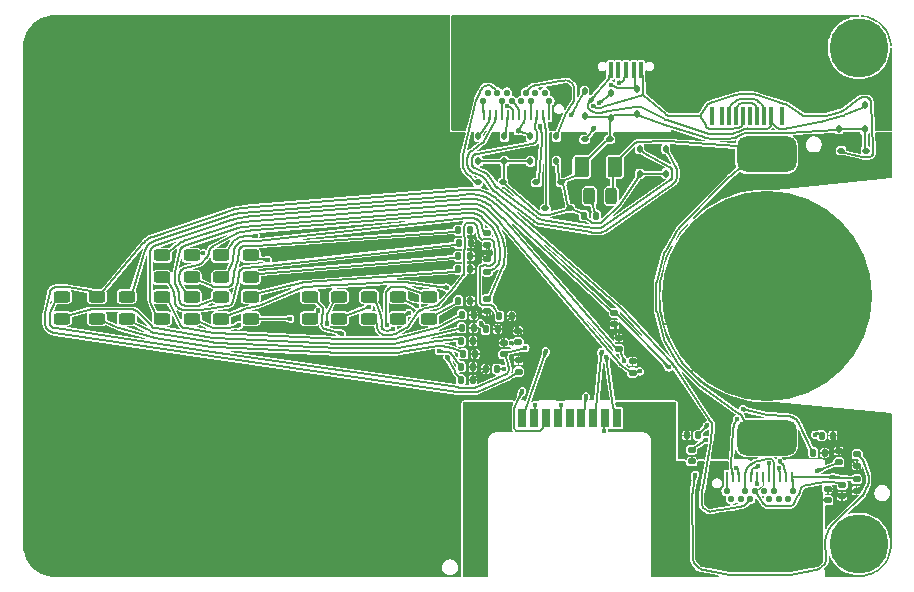
<source format=gbr>
%TF.GenerationSoftware,KiCad,Pcbnew,8.0.5*%
%TF.CreationDate,2024-09-24T22:25:09+12:00*%
%TF.ProjectId,USB Cable Tester,55534220-4361-4626-9c65-205465737465,rev?*%
%TF.SameCoordinates,Original*%
%TF.FileFunction,Copper,L1,Top*%
%TF.FilePolarity,Positive*%
%FSLAX46Y46*%
G04 Gerber Fmt 4.6, Leading zero omitted, Abs format (unit mm)*
G04 Created by KiCad (PCBNEW 8.0.5) date 2024-09-24 22:25:09*
%MOMM*%
%LPD*%
G01*
G04 APERTURE LIST*
G04 Aperture macros list*
%AMRoundRect*
0 Rectangle with rounded corners*
0 $1 Rounding radius*
0 $2 $3 $4 $5 $6 $7 $8 $9 X,Y pos of 4 corners*
0 Add a 4 corners polygon primitive as box body*
4,1,4,$2,$3,$4,$5,$6,$7,$8,$9,$2,$3,0*
0 Add four circle primitives for the rounded corners*
1,1,$1+$1,$2,$3*
1,1,$1+$1,$4,$5*
1,1,$1+$1,$6,$7*
1,1,$1+$1,$8,$9*
0 Add four rect primitives between the rounded corners*
20,1,$1+$1,$2,$3,$4,$5,0*
20,1,$1+$1,$4,$5,$6,$7,0*
20,1,$1+$1,$6,$7,$8,$9,0*
20,1,$1+$1,$8,$9,$2,$3,0*%
%AMFreePoly0*
4,1,9,1.050000,-0.800000,-0.800000,-0.800000,-0.800000,-0.650000,-0.550000,-0.400000,-0.550000,0.000000,-1.050000,0.350000,-1.050000,0.800000,1.050000,0.800000,1.050000,-0.800000,1.050000,-0.800000,$1*%
%AMFreePoly1*
4,1,9,1.050000,0.350000,0.550000,0.000000,0.550000,-0.400000,0.800000,-0.650000,0.800000,-0.800000,-1.050000,-0.800000,-1.050000,0.800000,1.050000,0.800000,1.050000,0.350000,1.050000,0.350000,$1*%
G04 Aperture macros list end*
%TA.AperFunction,SMDPad,CuDef*%
%ADD10RoundRect,0.135000X-0.135000X-0.185000X0.135000X-0.185000X0.135000X0.185000X-0.135000X0.185000X0*%
%TD*%
%TA.AperFunction,ComponentPad*%
%ADD11O,1.200000X2.200000*%
%TD*%
%TA.AperFunction,ComponentPad*%
%ADD12C,1.000000*%
%TD*%
%TA.AperFunction,SMDPad,CuDef*%
%ADD13RoundRect,0.500000X3.500000X0.500000X-3.500000X0.500000X-3.500000X-0.500000X3.500000X-0.500000X0*%
%TD*%
%TA.AperFunction,SMDPad,CuDef*%
%ADD14R,1.600000X2.000000*%
%TD*%
%TA.AperFunction,SMDPad,CuDef*%
%ADD15R,0.300000X1.524003*%
%TD*%
%TA.AperFunction,SMDPad,CuDef*%
%ADD16RoundRect,0.140000X0.170000X-0.140000X0.170000X0.140000X-0.170000X0.140000X-0.170000X-0.140000X0*%
%TD*%
%TA.AperFunction,SMDPad,CuDef*%
%ADD17RoundRect,0.112500X-0.112500X0.187500X-0.112500X-0.187500X0.112500X-0.187500X0.112500X0.187500X0*%
%TD*%
%TA.AperFunction,SMDPad,CuDef*%
%ADD18RoundRect,0.140000X0.140000X0.170000X-0.140000X0.170000X-0.140000X-0.170000X0.140000X-0.170000X0*%
%TD*%
%TA.AperFunction,SMDPad,CuDef*%
%ADD19RoundRect,0.243750X0.456250X-0.243750X0.456250X0.243750X-0.456250X0.243750X-0.456250X-0.243750X0*%
%TD*%
%TA.AperFunction,SMDPad,CuDef*%
%ADD20RoundRect,0.140000X-0.170000X0.140000X-0.170000X-0.140000X0.170000X-0.140000X0.170000X0.140000X0*%
%TD*%
%TA.AperFunction,SMDPad,CuDef*%
%ADD21RoundRect,0.112500X-0.187500X-0.112500X0.187500X-0.112500X0.187500X0.112500X-0.187500X0.112500X0*%
%TD*%
%TA.AperFunction,SMDPad,CuDef*%
%ADD22RoundRect,0.243750X-0.456250X0.243750X-0.456250X-0.243750X0.456250X-0.243750X0.456250X0.243750X0*%
%TD*%
%TA.AperFunction,ComponentPad*%
%ADD23O,1.500000X3.000000*%
%TD*%
%TA.AperFunction,SMDPad,CuDef*%
%ADD24RoundRect,0.375000X-0.425000X-0.375000X0.425000X-0.375000X0.425000X0.375000X-0.425000X0.375000X0*%
%TD*%
%TA.AperFunction,SMDPad,CuDef*%
%ADD25R,0.700000X1.600000*%
%TD*%
%TA.AperFunction,SMDPad,CuDef*%
%ADD26C,17.800000*%
%TD*%
%TA.AperFunction,SMDPad,CuDef*%
%ADD27RoundRect,0.750000X-1.750000X0.750000X-1.750000X-0.750000X1.750000X-0.750000X1.750000X0.750000X0*%
%TD*%
%TA.AperFunction,ComponentPad*%
%ADD28O,0.900000X2.000000*%
%TD*%
%TA.AperFunction,ComponentPad*%
%ADD29O,0.900000X1.600000*%
%TD*%
%TA.AperFunction,SMDPad,CuDef*%
%ADD30RoundRect,0.750000X2.250000X0.750000X-2.250000X0.750000X-2.250000X-0.750000X2.250000X-0.750000X0*%
%TD*%
%TA.AperFunction,ComponentPad*%
%ADD31C,0.580010*%
%TD*%
%TA.AperFunction,SMDPad,CuDef*%
%ADD32R,0.280010X0.900000*%
%TD*%
%TA.AperFunction,SMDPad,CuDef*%
%ADD33FreePoly0,180.000000*%
%TD*%
%TA.AperFunction,ComponentPad*%
%ADD34O,0.850000X1.700000*%
%TD*%
%TA.AperFunction,SMDPad,CuDef*%
%ADD35R,1.900000X1.900000*%
%TD*%
%TA.AperFunction,ComponentPad*%
%ADD36O,1.000000X1.700000*%
%TD*%
%TA.AperFunction,SMDPad,CuDef*%
%ADD37FreePoly1,180.000000*%
%TD*%
%TA.AperFunction,SMDPad,CuDef*%
%ADD38R,0.400000X1.350000*%
%TD*%
%TA.AperFunction,SMDPad,CuDef*%
%ADD39RoundRect,0.250000X-0.375000X-0.625000X0.375000X-0.625000X0.375000X0.625000X-0.375000X0.625000X0*%
%TD*%
%TA.AperFunction,ComponentPad*%
%ADD40C,0.600000*%
%TD*%
%TA.AperFunction,ComponentPad*%
%ADD41C,5.000000*%
%TD*%
%TA.AperFunction,SMDPad,CuDef*%
%ADD42RoundRect,0.140000X-0.140000X-0.170000X0.140000X-0.170000X0.140000X0.170000X-0.140000X0.170000X0*%
%TD*%
%TA.AperFunction,SMDPad,CuDef*%
%ADD43RoundRect,0.135000X-0.185000X0.135000X-0.185000X-0.135000X0.185000X-0.135000X0.185000X0.135000X0*%
%TD*%
%TA.AperFunction,SMDPad,CuDef*%
%ADD44RoundRect,0.135000X0.185000X-0.135000X0.185000X0.135000X-0.185000X0.135000X-0.185000X-0.135000X0*%
%TD*%
%TA.AperFunction,SMDPad,CuDef*%
%ADD45RoundRect,0.135000X0.135000X0.185000X-0.135000X0.185000X-0.135000X-0.185000X0.135000X-0.185000X0*%
%TD*%
%TA.AperFunction,SMDPad,CuDef*%
%ADD46RoundRect,0.243750X-0.243750X-0.456250X0.243750X-0.456250X0.243750X0.456250X-0.243750X0.456250X0*%
%TD*%
%TA.AperFunction,SMDPad,CuDef*%
%ADD47RoundRect,0.750000X-2.250000X-0.750000X2.250000X-0.750000X2.250000X0.750000X-2.250000X0.750000X0*%
%TD*%
%TA.AperFunction,ViaPad*%
%ADD48C,0.400000*%
%TD*%
%TA.AperFunction,Conductor*%
%ADD49C,0.150000*%
%TD*%
%TA.AperFunction,Conductor*%
%ADD50C,0.100000*%
%TD*%
%TA.AperFunction,Conductor*%
%ADD51C,0.127000*%
%TD*%
G04 APERTURE END LIST*
D10*
%TO.P,R29,2*%
%TO.N,GND*%
X41610921Y-25736821D03*
%TO.P,R29,1*%
%TO.N,Net-(D44-Pad1)*%
X40590921Y-25736821D03*
%TD*%
D11*
%TO.P,J5,14,EP*%
%TO.N,Net-(D26-K)*%
X66541487Y-3231252D03*
%TO.P,J5,13,EP*%
X56501355Y-3231252D03*
D12*
X58521421Y-2021321D03*
D13*
X61521421Y-2021321D03*
D12*
X64521421Y-2021321D03*
D14*
%TO.P,J5,12,EP*%
X55771357Y-7461377D03*
%TO.P,J5,11,EP*%
X67271485Y-7461377D03*
D15*
%TO.P,J5,10,DETECT2*%
%TO.N,unconnected-(J5-DETECT2-Pad10)*%
X58571459Y-8811390D03*
%TO.P,J5,9,ACC2*%
%TO.N,unconnected-(J5-ACC2-Pad9)*%
X59421345Y-8811390D03*
%TO.P,J5,8,DP2*%
%TO.N,Net-(J5-DP1)*%
X60021294Y-8811390D03*
%TO.P,J5,7,DN2*%
%TO.N,Net-(J5-DN1)*%
X60621497Y-8811390D03*
%TO.P,J5,6,PWR*%
%TO.N,Net-(D19-K)*%
X61221446Y-8811390D03*
%TO.P,J5,5,ACC1*%
%TO.N,unconnected-(J5-ACC1-Pad5)*%
X61821396Y-8811390D03*
%TO.P,J5,4,DN1*%
%TO.N,Net-(J5-DN1)*%
X62421345Y-8811390D03*
%TO.P,J5,3,DP1*%
%TO.N,Net-(J5-DP1)*%
X63021294Y-8811390D03*
%TO.P,J5,2,GND*%
%TO.N,Net-(D9-K)*%
X63621497Y-8811390D03*
%TO.P,J5,1,DETECT1*%
%TO.N,unconnected-(J5-DETECT1-Pad1)*%
X64471383Y-8811390D03*
%TD*%
D16*
%TO.P,C9,2*%
%TO.N,GND*%
X40966621Y-27991321D03*
%TO.P,C9,1*%
%TO.N,/CC*%
X40966621Y-28951321D03*
%TD*%
D17*
%TO.P,D28,2,A*%
%TO.N,+3V0*%
X52226521Y-8616421D03*
%TO.P,D28,1,K*%
%TO.N,Net-(D28-K)*%
X52226521Y-6516421D03*
%TD*%
D18*
%TO.P,C18,2*%
%TO.N,GND*%
X56458721Y-35831821D03*
%TO.P,C18,1*%
%TO.N,/TX2+*%
X57418721Y-35831821D03*
%TD*%
D19*
%TO.P,D48,2*%
%TO.N,/RX1-*%
X17021321Y-20583821D03*
%TO.P,D48,1*%
%TO.N,Net-(D48-Pad1)*%
X17021321Y-22458821D03*
%TD*%
D17*
%TO.P,D1,2,A*%
%TO.N,+3V0*%
X41014521Y-12616821D03*
%TO.P,D1,1,K*%
%TO.N,Net-(D1-K)*%
X41014521Y-10516821D03*
%TD*%
D20*
%TO.P,C7,2*%
%TO.N,GND*%
X70821721Y-40504321D03*
%TO.P,C7,1*%
%TO.N,/USB_GND*%
X70821721Y-39544321D03*
%TD*%
D21*
%TO.P,D29,2,A*%
%TO.N,+3V0*%
X45816621Y-14416321D03*
%TO.P,D29,1,K*%
%TO.N,Net-(D29-K)*%
X43716621Y-14416321D03*
%TD*%
D22*
%TO.P,D46,2*%
%TO.N,/TX1-*%
X19521321Y-25958821D03*
%TO.P,D46,1*%
%TO.N,Net-(D46-Pad1)*%
X19521321Y-24083821D03*
%TD*%
D23*
%TO.P,J1,10,SHIELD*%
%TO.N,/SHLD*%
X54521321Y-35146442D03*
D24*
X54231270Y-42296302D03*
X54231270Y-39096404D03*
X38811372Y-42296302D03*
X38811372Y-39096404D03*
D23*
X38521321Y-35146442D03*
D25*
%TO.P,J1,9,SSTX+*%
%TO.N,/TX1+*%
X42521321Y-34346340D03*
%TO.P,J1,8,SSTX-*%
%TO.N,/TX1-*%
X44521321Y-34346340D03*
%TO.P,J1,7,DRAIN*%
%TO.N,unconnected-(J1-DRAIN-Pad7)*%
X46521321Y-34346340D03*
%TO.P,J1,6,SSRX+*%
%TO.N,/RX1+*%
X48521321Y-34346340D03*
%TO.P,J1,5,SSRX-*%
%TO.N,/RX1-*%
X50521321Y-34346340D03*
%TO.P,J1,4,GND*%
%TO.N,/USB_GND*%
X49521321Y-34346340D03*
%TO.P,J1,3,D+*%
%TO.N,/D+*%
X47521321Y-34346340D03*
%TO.P,J1,2,D-*%
%TO.N,/D-*%
X45521321Y-34346340D03*
%TO.P,J1,1,VBUS*%
%TO.N,/VBUS*%
X43521321Y-34346340D03*
%TD*%
D10*
%TO.P,R25,2*%
%TO.N,GND*%
X38397821Y-26731021D03*
%TO.P,R25,1*%
%TO.N,Net-(D40-Pad1)*%
X37377821Y-26731021D03*
%TD*%
D16*
%TO.P,C17,2*%
%TO.N,GND*%
X69307621Y-37152221D03*
%TO.P,C17,1*%
%TO.N,/RX1-*%
X69307621Y-38112221D03*
%TD*%
D26*
%TO.P,U1,2,2*%
%TO.N,GND*%
X63221321Y-24021321D03*
D27*
%TO.P,U1,1,1*%
%TO.N,Net-(D2-Pad2)*%
X63221321Y-36021321D03*
X63221321Y-12021321D03*
%TD*%
D28*
%TO.P,J4,S1,SHIELD*%
%TO.N,Net-(D26-K)*%
X37531354Y-2521372D03*
D29*
X37891273Y-6911263D03*
D12*
X40021321Y-1621321D03*
X40021321Y-3621321D03*
X42021321Y-1621321D03*
D30*
X42021321Y-2621321D03*
D12*
X42021321Y-3621321D03*
X44021321Y-1621321D03*
X44021321Y-3621321D03*
D29*
X46151369Y-6911263D03*
D28*
X46511288Y-2521372D03*
D31*
%TO.P,J4,B12,GND*%
%TO.N,Net-(D9-K)*%
X44821423Y-7511212D03*
%TO.P,J4,B11,RX1+*%
%TO.N,Net-(D6-K)*%
X44421372Y-6811186D03*
%TO.P,J4,B10,RX1-*%
%TO.N,Net-(D29-K)*%
X43621270Y-6811186D03*
%TO.P,J4,B9,VBUS*%
%TO.N,Net-(D19-K)*%
X43221473Y-7511212D03*
%TO.P,J4,B8,SBU2*%
%TO.N,Net-(D7-K)*%
X42821423Y-6811186D03*
%TO.P,J4,B7,D-*%
%TO.N,Net-(D28-K)*%
X42421372Y-7511212D03*
%TO.P,J4,B6,D+*%
%TO.N,Net-(D15-K)*%
X41621270Y-7511212D03*
%TO.P,J4,B5,CC2*%
%TO.N,Net-(D25-K)*%
X41221473Y-6811186D03*
%TO.P,J4,B4,VBUS*%
%TO.N,Net-(D19-K)*%
X40821423Y-7511212D03*
%TO.P,J4,B3,TX2-*%
%TO.N,Net-(D17-K)*%
X40421372Y-6811186D03*
%TO.P,J4,B2,TX2+*%
%TO.N,Net-(D5-K)*%
X39621270Y-6811186D03*
%TO.P,J4,B1,GND*%
%TO.N,Net-(D9-K)*%
X39221219Y-7511212D03*
D32*
%TO.P,J4,A12,GND*%
X39271512Y-8721270D03*
%TO.P,J4,A11,RX2+*%
%TO.N,Net-(D12-K)*%
X39771385Y-8721270D03*
%TO.P,J4,A10,RX2-*%
%TO.N,Net-(D20-K)*%
X40271257Y-8721270D03*
%TO.P,J4,A9,VBUS*%
%TO.N,Net-(D19-K)*%
X40771385Y-8721270D03*
%TO.P,J4,A8,SBU1*%
%TO.N,Net-(D1-K)*%
X41271257Y-8721270D03*
%TO.P,J4,A7,D-*%
%TO.N,Net-(D28-K)*%
X41771385Y-8721270D03*
%TO.P,J4,A6,D+*%
%TO.N,Net-(D15-K)*%
X42271257Y-8721270D03*
%TO.P,J4,A5,CC1*%
%TO.N,Net-(D25-K)*%
X42771385Y-8721270D03*
%TO.P,J4,A4,VBUS*%
%TO.N,Net-(D19-K)*%
X43271257Y-8721270D03*
%TO.P,J4,A3,TX1-*%
%TO.N,Net-(D21-K)*%
X43771385Y-8721270D03*
%TO.P,J4,A2,TX1+*%
%TO.N,Net-(D22-K)*%
X44271257Y-8721270D03*
%TO.P,J4,A1,GND*%
%TO.N,Net-(D9-K)*%
X44771385Y-8721270D03*
%TD*%
D10*
%TO.P,R28,2*%
%TO.N,GND*%
X38347421Y-31131321D03*
%TO.P,R28,1*%
%TO.N,Net-(D43-Pad1)*%
X37327421Y-31131321D03*
%TD*%
D22*
%TO.P,D50,2*%
%TO.N,/TX2-*%
X14521321Y-25958821D03*
%TO.P,D50,1*%
%TO.N,Net-(D50-Pad1)*%
X14521321Y-24083821D03*
%TD*%
D16*
%TO.P,C21,2*%
%TO.N,GND*%
X51857821Y-29551721D03*
%TO.P,C21,1*%
%TO.N,/RX2-*%
X51857821Y-30511721D03*
%TD*%
D10*
%TO.P,R22,2*%
%TO.N,GND*%
X38136221Y-24431421D03*
%TO.P,R22,1*%
%TO.N,Net-(D24-Pad1)*%
X37116221Y-24431421D03*
%TD*%
%TO.P,R26,2*%
%TO.N,GND*%
X38343021Y-27858521D03*
%TO.P,R26,1*%
%TO.N,Net-(D41-Pad1)*%
X37323021Y-27858521D03*
%TD*%
D33*
%TO.P,J3,6,Shield*%
%TO.N,Net-(D26-K)*%
X48196321Y-4781321D03*
D34*
X48471321Y-2231321D03*
D35*
X50096321Y-2231321D03*
X52496321Y-2231321D03*
D36*
X54121321Y-2231321D03*
D37*
X54396321Y-4781321D03*
D38*
%TO.P,J3,5,GND*%
%TO.N,Net-(D9-K)*%
X49996321Y-4906321D03*
%TO.P,J3,4,ID*%
%TO.N,unconnected-(J3-ID-Pad4)*%
X50646321Y-4906321D03*
%TO.P,J3,3,D+*%
%TO.N,Net-(D15-K)*%
X51296321Y-4906321D03*
%TO.P,J3,2,D-*%
%TO.N,Net-(D28-K)*%
X51946321Y-4906321D03*
%TO.P,J3,1,VBUS*%
%TO.N,Net-(D19-K)*%
X52596321Y-4906321D03*
%TD*%
D10*
%TO.P,R37,2*%
%TO.N,GND*%
X38159521Y-19567221D03*
%TO.P,R37,1*%
%TO.N,Net-(D52-Pad1)*%
X37139521Y-19567221D03*
%TD*%
D17*
%TO.P,D21,2,A*%
%TO.N,+3V0*%
X52476621Y-13694421D03*
%TO.P,D21,1,K*%
%TO.N,Net-(D21-K)*%
X52476621Y-11594421D03*
%TD*%
%TO.P,D6,2,A*%
%TO.N,+3V0*%
X47826421Y-8771321D03*
%TO.P,D6,1,K*%
%TO.N,Net-(D6-K)*%
X47826421Y-6671321D03*
%TD*%
D21*
%TO.P,D15,2,A*%
%TO.N,+3V0*%
X49914821Y-10754421D03*
%TO.P,D15,1,K*%
%TO.N,Net-(D15-K)*%
X47814821Y-10754421D03*
%TD*%
D10*
%TO.P,R30,2*%
%TO.N,GND*%
X38135721Y-20667221D03*
%TO.P,R30,1*%
%TO.N,Net-(D45-Pad1)*%
X37115721Y-20667221D03*
%TD*%
D39*
%TO.P,F1,2*%
%TO.N,Net-(D2-Pad2)*%
X50346621Y-13124621D03*
%TO.P,F1,1*%
%TO.N,+3V0*%
X47546621Y-13124621D03*
%TD*%
D40*
%TO.P,H4,1*%
%TO.N,unconnected-(H4-Pad1)*%
X73021321Y-45021321D03*
X72435535Y-46435535D03*
X72435535Y-43607107D03*
X71021321Y-47021321D03*
D41*
X71021321Y-45021321D03*
D40*
X71021321Y-43021321D03*
X69607107Y-46435535D03*
X69607107Y-43607107D03*
X69021321Y-45021321D03*
%TD*%
D19*
%TO.P,D43,2*%
%TO.N,/D+*%
X32021321Y-24083821D03*
%TO.P,D43,1*%
%TO.N,Net-(D43-Pad1)*%
X32021321Y-25958821D03*
%TD*%
D10*
%TO.P,R36,2*%
%TO.N,GND*%
X38408221Y-25630521D03*
%TO.P,R36,1*%
%TO.N,Net-(D51-Pad1)*%
X37388221Y-25630521D03*
%TD*%
D42*
%TO.P,C16,2*%
%TO.N,GND*%
X68825921Y-35843721D03*
%TO.P,C16,1*%
%TO.N,/RX1+*%
X67865921Y-35843721D03*
%TD*%
D22*
%TO.P,D47,2*%
%TO.N,/RX1+*%
X17021321Y-25958821D03*
%TO.P,D47,1*%
%TO.N,Net-(D47-Pad1)*%
X17021321Y-24083821D03*
%TD*%
D43*
%TO.P,R32,2*%
%TO.N,GND*%
X39551021Y-25322721D03*
%TO.P,R32,1*%
%TO.N,Net-(D47-Pad1)*%
X39551021Y-24302721D03*
%TD*%
D10*
%TO.P,R24,2*%
%TO.N,GND*%
X38357721Y-30030821D03*
%TO.P,R24,1*%
%TO.N,Net-(D39-Pad1)*%
X37337721Y-30030821D03*
%TD*%
D19*
%TO.P,D49,2*%
%TO.N,/TX2+*%
X14521321Y-20583821D03*
%TO.P,D49,1*%
%TO.N,Net-(D49-Pad1)*%
X14521321Y-22458821D03*
%TD*%
D20*
%TO.P,C13,2*%
%TO.N,GND*%
X69601321Y-40968721D03*
%TO.P,C13,1*%
%TO.N,/D-*%
X69601321Y-40008721D03*
%TD*%
D16*
%TO.P,C8,2*%
%TO.N,GND*%
X68381321Y-40373521D03*
%TO.P,C8,1*%
%TO.N,/SHLD*%
X68381321Y-41333521D03*
%TD*%
D42*
%TO.P,C14,2*%
%TO.N,GND*%
X68117121Y-37294721D03*
%TO.P,C14,1*%
%TO.N,/TX1+*%
X67157121Y-37294721D03*
%TD*%
D22*
%TO.P,D51,2*%
%TO.N,/RX2+*%
X12021321Y-25958821D03*
%TO.P,D51,1*%
%TO.N,Net-(D51-Pad1)*%
X12021321Y-24083821D03*
%TD*%
D21*
%TO.P,D19,2,A*%
%TO.N,+3V0*%
X71614521Y-11720821D03*
%TO.P,D19,1,K*%
%TO.N,Net-(D19-K)*%
X69514521Y-11720821D03*
%TD*%
D17*
%TO.P,D25,2,A*%
%TO.N,+3V0*%
X43214521Y-12616321D03*
%TO.P,D25,1,K*%
%TO.N,Net-(D25-K)*%
X43214521Y-10516321D03*
%TD*%
D10*
%TO.P,R31,2*%
%TO.N,GND*%
X38135721Y-21767221D03*
%TO.P,R31,1*%
%TO.N,Net-(D46-Pad1)*%
X37115721Y-21767221D03*
%TD*%
D19*
%TO.P,D40,2*%
%TO.N,/CC*%
X3521321Y-24083821D03*
%TO.P,D40,1*%
%TO.N,Net-(D40-Pad1)*%
X3521321Y-25958821D03*
%TD*%
D20*
%TO.P,C10,2*%
%TO.N,GND*%
X50327821Y-26416821D03*
%TO.P,C10,1*%
%TO.N,/SBU1*%
X50327821Y-25456821D03*
%TD*%
D43*
%TO.P,R33,2*%
%TO.N,GND*%
X39501921Y-19752521D03*
%TO.P,R33,1*%
%TO.N,Net-(D48-Pad1)*%
X39501921Y-18732521D03*
%TD*%
D17*
%TO.P,D9,2,A*%
%TO.N,+3V0*%
X71497521Y-9920321D03*
%TO.P,D9,1,K*%
%TO.N,Net-(D9-K)*%
X71497521Y-7820321D03*
%TD*%
%TO.P,D7,2,A*%
%TO.N,+3V0*%
X45416521Y-12616321D03*
%TO.P,D7,1,K*%
%TO.N,Net-(D7-K)*%
X45416521Y-10516321D03*
%TD*%
D18*
%TO.P,C15,2*%
%TO.N,GND*%
X39428221Y-30215621D03*
%TO.P,C15,1*%
%TO.N,/TX1-*%
X40388221Y-30215621D03*
%TD*%
D44*
%TO.P,R35,2*%
%TO.N,GND*%
X39547821Y-20937421D03*
%TO.P,R35,1*%
%TO.N,Net-(D50-Pad1)*%
X39547821Y-21957421D03*
%TD*%
D45*
%TO.P,R1,2*%
%TO.N,+3V0*%
X47766921Y-17234621D03*
%TO.P,R1,1*%
%TO.N,Net-(D2-Pad1)*%
X48786921Y-17234621D03*
%TD*%
D19*
%TO.P,D24,2*%
%TO.N,/VBUS*%
X34621321Y-24083821D03*
%TO.P,D24,1*%
%TO.N,Net-(D24-Pad1)*%
X34621321Y-25958821D03*
%TD*%
%TO.P,D44,2*%
%TO.N,/D-*%
X29521321Y-24083821D03*
%TO.P,D44,1*%
%TO.N,Net-(D44-Pad1)*%
X29521321Y-25958821D03*
%TD*%
D17*
%TO.P,D5,2,A*%
%TO.N,+3V0*%
X50026421Y-8954421D03*
%TO.P,D5,1,K*%
%TO.N,Net-(D5-K)*%
X50026421Y-6854421D03*
%TD*%
%TO.P,D20,2,A*%
%TO.N,+3V0*%
X54676621Y-13668321D03*
%TO.P,D20,1,K*%
%TO.N,Net-(D20-K)*%
X54676621Y-11568321D03*
%TD*%
D40*
%TO.P,H3,1*%
%TO.N,unconnected-(H3-Pad1)*%
X73021321Y-3021321D03*
X72435535Y-4435535D03*
X72435535Y-1607107D03*
X71021321Y-5021321D03*
D41*
X71021321Y-3021321D03*
D40*
X71021321Y-1021321D03*
X69607107Y-4435535D03*
X69607107Y-1607107D03*
X69021321Y-3021321D03*
%TD*%
D10*
%TO.P,R23,2*%
%TO.N,GND*%
X40428421Y-26836721D03*
%TO.P,R23,1*%
%TO.N,Net-(D31-Pad1)*%
X39408421Y-26836721D03*
%TD*%
D16*
%TO.P,C19,2*%
%TO.N,GND*%
X42187121Y-26986421D03*
%TO.P,C19,1*%
%TO.N,/TX2-*%
X42187121Y-27946421D03*
%TD*%
D17*
%TO.P,D26,2,A*%
%TO.N,+3V0*%
X69297021Y-9900421D03*
%TO.P,D26,1,K*%
%TO.N,Net-(D26-K)*%
X69297021Y-7800421D03*
%TD*%
D16*
%TO.P,C11,2*%
%TO.N,GND*%
X42203121Y-29463521D03*
%TO.P,C11,1*%
%TO.N,/SBU2*%
X42203121Y-30423521D03*
%TD*%
D46*
%TO.P,D2,2*%
%TO.N,Net-(D2-Pad2)*%
X50075521Y-15539621D03*
%TO.P,D2,1*%
%TO.N,Net-(D2-Pad1)*%
X48200521Y-15539621D03*
%TD*%
D10*
%TO.P,R34,2*%
%TO.N,GND*%
X38135721Y-18467221D03*
%TO.P,R34,1*%
%TO.N,Net-(D49-Pad1)*%
X37115721Y-18467221D03*
%TD*%
D19*
%TO.P,D42,2*%
%TO.N,/SBU2*%
X6521321Y-24083821D03*
%TO.P,D42,1*%
%TO.N,Net-(D42-Pad1)*%
X6521321Y-25958821D03*
%TD*%
D21*
%TO.P,D22,2,A*%
%TO.N,+3V0*%
X46568021Y-16616321D03*
%TO.P,D22,1,K*%
%TO.N,Net-(D22-K)*%
X44468021Y-16616321D03*
%TD*%
D19*
%TO.P,D41,2*%
%TO.N,/SBU1*%
X9021321Y-24083821D03*
%TO.P,D41,1*%
%TO.N,Net-(D41-Pad1)*%
X9021321Y-25958821D03*
%TD*%
%TO.P,D52,2*%
%TO.N,/RX2-*%
X12021321Y-20583821D03*
%TO.P,D52,1*%
%TO.N,Net-(D52-Pad1)*%
X12021321Y-22458821D03*
%TD*%
D20*
%TO.P,C12,2*%
%TO.N,GND*%
X56861121Y-38004821D03*
%TO.P,C12,1*%
%TO.N,/D+*%
X56861121Y-37044821D03*
%TD*%
D10*
%TO.P,R27,2*%
%TO.N,GND*%
X38536621Y-28930821D03*
%TO.P,R27,1*%
%TO.N,Net-(D42-Pad1)*%
X37516621Y-28930821D03*
%TD*%
D20*
%TO.P,C6,2*%
%TO.N,GND*%
X70867421Y-38383921D03*
%TO.P,C6,1*%
%TO.N,/VBUS*%
X70867421Y-37423921D03*
%TD*%
D16*
%TO.P,C20,2*%
%TO.N,GND*%
X50680921Y-27576721D03*
%TO.P,C20,1*%
%TO.N,/RX2+*%
X50680921Y-28536721D03*
%TD*%
D19*
%TO.P,D39,2*%
%TO.N,/SHLD*%
X24521321Y-24083821D03*
%TO.P,D39,1*%
%TO.N,Net-(D39-Pad1)*%
X24521321Y-25958821D03*
%TD*%
D17*
%TO.P,D12,2,A*%
%TO.N,+3V0*%
X38814521Y-12616321D03*
%TO.P,D12,1,K*%
%TO.N,Net-(D12-K)*%
X38814521Y-10516321D03*
%TD*%
D28*
%TO.P,J2,S1,SHIELD*%
%TO.N,/SHLD*%
X67111288Y-45521270D03*
D29*
X66751369Y-41131379D03*
D12*
X64621321Y-46421321D03*
X64621321Y-44421321D03*
X62621321Y-46421321D03*
D47*
X62621321Y-45421321D03*
D12*
X62621321Y-44421321D03*
X60621321Y-46421321D03*
X60621321Y-44421321D03*
D29*
X58491273Y-41131379D03*
D28*
X58131354Y-45521270D03*
D31*
%TO.P,J2,B12,GND*%
%TO.N,/USB_GND*%
X59821219Y-40531430D03*
%TO.P,J2,B11,RX1+*%
%TO.N,/RX1+*%
X60221270Y-41231456D03*
%TO.P,J2,B10,RX1-*%
%TO.N,/RX1-*%
X61021372Y-41231456D03*
%TO.P,J2,B9,VBUS*%
%TO.N,/VBUS*%
X61421169Y-40531430D03*
%TO.P,J2,B8,SBU2*%
%TO.N,/SBU2*%
X61821219Y-41231456D03*
%TO.P,J2,B7,D-*%
%TO.N,/D-*%
X62221270Y-40531430D03*
%TO.P,J2,B6,D+*%
%TO.N,/D+*%
X63021372Y-40531430D03*
%TO.P,J2,B5,CC2*%
%TO.N,/CC*%
X63421169Y-41231456D03*
%TO.P,J2,B4,VBUS*%
%TO.N,/VBUS*%
X63821219Y-40531430D03*
%TO.P,J2,B3,TX2-*%
%TO.N,/TX2-*%
X64221270Y-41231456D03*
%TO.P,J2,B2,TX2+*%
%TO.N,/TX2+*%
X65021372Y-41231456D03*
%TO.P,J2,B1,GND*%
%TO.N,/USB_GND*%
X65421423Y-40531430D03*
D32*
%TO.P,J2,A12,GND*%
X65371130Y-39321372D03*
%TO.P,J2,A11,RX2+*%
%TO.N,/RX2+*%
X64871257Y-39321372D03*
%TO.P,J2,A10,RX2-*%
%TO.N,/RX2-*%
X64371385Y-39321372D03*
%TO.P,J2,A9,VBUS*%
%TO.N,/VBUS*%
X63871257Y-39321372D03*
%TO.P,J2,A8,SBU1*%
%TO.N,/SBU1*%
X63371385Y-39321372D03*
%TO.P,J2,A7,D-*%
%TO.N,/D-*%
X62871257Y-39321372D03*
%TO.P,J2,A6,D+*%
%TO.N,/D+*%
X62371385Y-39321372D03*
%TO.P,J2,A5,CC1*%
%TO.N,/CC*%
X61871257Y-39321372D03*
%TO.P,J2,A4,VBUS*%
%TO.N,/VBUS*%
X61371385Y-39321372D03*
%TO.P,J2,A3,TX1-*%
%TO.N,/TX1-*%
X60871257Y-39321372D03*
%TO.P,J2,A2,TX1+*%
%TO.N,/TX1+*%
X60371385Y-39321372D03*
%TO.P,J2,A1,GND*%
%TO.N,/USB_GND*%
X59871257Y-39321372D03*
%TD*%
D19*
%TO.P,D31,2*%
%TO.N,/USB_GND*%
X27021321Y-24083821D03*
%TO.P,D31,1*%
%TO.N,Net-(D31-Pad1)*%
X27021321Y-25958821D03*
%TD*%
D21*
%TO.P,D17,2,A*%
%TO.N,+3V0*%
X40879121Y-14416821D03*
%TO.P,D17,1,K*%
%TO.N,Net-(D17-K)*%
X38779121Y-14416821D03*
%TD*%
D19*
%TO.P,D45,2*%
%TO.N,/TX1+*%
X19521321Y-20583821D03*
%TO.P,D45,1*%
%TO.N,Net-(D45-Pad1)*%
X19521321Y-22458821D03*
%TD*%
D48*
%TO.N,GND*%
X49421321Y-31821321D03*
X39621321Y-29021321D03*
X56000000Y-37500000D03*
X51262621Y-27341121D03*
X39521321Y-23021321D03*
X52021321Y-12521321D03*
X46921321Y-15021321D03*
X58921321Y-15821321D03*
X46721321Y-11321321D03*
X40021321Y-11021321D03*
X41400000Y-31600000D03*
X56021321Y-12800000D03*
X53521321Y-27021321D03*
X73021321Y-10521321D03*
X27821321Y-29421321D03*
X47921321Y-31521321D03*
X36700000Y-31300000D03*
X71700000Y-41300000D03*
X42221321Y-14121321D03*
X44721321Y-28021321D03*
X53021321Y-14521321D03*
X39795421Y-20388921D03*
X70021321Y-38521321D03*
X40300000Y-24500000D03*
X69521321Y-36521321D03*
X36921321Y-34821321D03*
X38421321Y-32621321D03*
X45021321Y-19021321D03*
%TO.N,Net-(D5-K)*%
X48975621Y-7693421D03*
%TO.N,Net-(D6-K)*%
X46658521Y-8718221D03*
%TO.N,/CC*%
X62502921Y-38444921D03*
X42778921Y-28401121D03*
%TO.N,Net-(D2-Pad2)*%
X63221321Y-36021321D03*
X63221321Y-12021321D03*
%TO.N,Net-(D9-K)*%
X48324021Y-7467321D03*
X63621497Y-8811390D03*
%TO.N,Net-(D31-Pad1)*%
X39001921Y-26330921D03*
X29567921Y-24947221D03*
%TO.N,Net-(D15-K)*%
X48564621Y-9827821D03*
X50669221Y-5956321D03*
%TO.N,/TX2+*%
X15507221Y-20421321D03*
X58165921Y-34969021D03*
%TO.N,/TX2-*%
X18532721Y-26514621D03*
X41584521Y-28046321D03*
%TO.N,/RX2+*%
X64300921Y-38015021D03*
X51172321Y-29538521D03*
%TO.N,/RX2-*%
X64244321Y-38558821D03*
X52451021Y-30410821D03*
%TO.N,/TX1+*%
X21012721Y-21003521D03*
X60726921Y-34401421D03*
X61171221Y-33618721D03*
X42521321Y-34346340D03*
X44509321Y-28716121D03*
%TO.N,/TX1-*%
X40953721Y-30222821D03*
X42513021Y-32108421D03*
X60636921Y-38558121D03*
X22875121Y-25938921D03*
X44500960Y-34400000D03*
%TO.N,/RX1+*%
X49229621Y-28750021D03*
X67300421Y-35777521D03*
X36138521Y-23313121D03*
X48521321Y-34346321D03*
%TO.N,/RX1-*%
X67507121Y-38824321D03*
X50521321Y-34346321D03*
X49637921Y-29229721D03*
X19940121Y-18921021D03*
%TO.N,/D-*%
X45784521Y-33261321D03*
X31602621Y-26820321D03*
X45521321Y-34346321D03*
%TO.N,/D+*%
X58048021Y-36209421D03*
X33621821Y-24857821D03*
X62371421Y-39921321D03*
X47919521Y-32525921D03*
%TO.N,/SBU1*%
X63416521Y-38190721D03*
X54921321Y-30079821D03*
%TO.N,/SHLD*%
X54231270Y-39096404D03*
X27247421Y-27206421D03*
X54231270Y-42296302D03*
X38829812Y-39100000D03*
X38921321Y-42296321D03*
%TO.N,Net-(D19-K)*%
X61221421Y-8811421D03*
X48531121Y-7922421D03*
%TO.N,Net-(D39-Pad1)*%
X35453121Y-28675221D03*
X25224621Y-25248821D03*
%TO.N,Net-(D25-K)*%
X42140021Y-10073121D03*
%TO.N,Net-(D26-K)*%
X52500000Y-2231321D03*
X48400000Y-4430436D03*
X54357500Y-4742500D03*
X50100000Y-2231321D03*
X55771321Y-7461421D03*
X67333133Y-7366867D03*
%TO.N,Net-(D28-K)*%
X41231421Y-7963921D03*
X50027621Y-6152721D03*
%TO.N,Net-(D29-K)*%
X44021321Y-9649321D03*
%TO.N,Net-(D43-Pad1)*%
X36176521Y-29209221D03*
X32926521Y-25443821D03*
%TO.N,/VBUS*%
X57159621Y-39152521D03*
X43574821Y-33261321D03*
X43521321Y-34346321D03*
X31056321Y-26513821D03*
%TO.N,/USB_GND*%
X49453721Y-35431321D03*
X68813421Y-39346521D03*
X25975421Y-26388021D03*
X49521321Y-34346321D03*
%TO.N,unconnected-(J1-DRAIN-Pad7)*%
X46521321Y-34346340D03*
%TO.N,Net-(J5-DN1)*%
X62420074Y-8800000D03*
X60621521Y-8811421D03*
%TO.N,Net-(J5-DP1)*%
X63020074Y-8800000D03*
%TO.N,unconnected-(J5-DETECT1-Pad1)*%
X64471383Y-8811390D03*
%TO.N,unconnected-(J5-ACC1-Pad5)*%
X61821396Y-8811390D03*
%TD*%
D49*
%TO.N,/D+*%
X62371421Y-39921321D02*
X62371421Y-39321321D01*
D50*
%TO.N,/D-*%
X62343628Y-40531430D02*
X62871257Y-40003801D01*
X62221270Y-40531430D02*
X62343628Y-40531430D01*
X62871257Y-39978860D02*
X62871257Y-39321372D01*
D49*
%TO.N,GND*%
X71457221Y-39668321D02*
X71457221Y-39674321D01*
X38165363Y-24550661D02*
X38187318Y-24640493D01*
X50966008Y-27359796D02*
X50966121Y-27359721D01*
X71424021Y-39230973D02*
X71431817Y-39253061D01*
X38147621Y-20196721D02*
X38147621Y-20037721D01*
X42719821Y-27516321D02*
X42721097Y-27518194D01*
X38135725Y-21624439D02*
X38135734Y-21664500D01*
X38403021Y-26438646D02*
X38403021Y-26448021D01*
X43101968Y-28721580D02*
X43065662Y-28748598D01*
X39762935Y-25591283D02*
X39763320Y-25592271D01*
X38370421Y-27023396D02*
X38370421Y-27014021D01*
X71284641Y-40047541D02*
X71074629Y-40242767D01*
X39777071Y-20530471D02*
X39795421Y-20388921D01*
X42679478Y-27470574D02*
X42682807Y-27473672D01*
X68922121Y-37217221D02*
X68847121Y-37217221D01*
X38147621Y-20374846D02*
X38147621Y-20384221D01*
X42684471Y-27475221D02*
X42682807Y-27473672D01*
X50965708Y-27359996D02*
X50965671Y-27360021D01*
X71457221Y-39398321D02*
X71457221Y-39402321D01*
X38147621Y-19274846D02*
X38147621Y-19284221D01*
X68444496Y-37217221D02*
X68472621Y-37217221D01*
X68547621Y-37217221D02*
X68472621Y-37217221D01*
X71456442Y-39380358D02*
X71454899Y-39364584D01*
X38408221Y-25630521D02*
X38403815Y-25838529D01*
X38370421Y-27575521D02*
X38370421Y-27566146D01*
X70579988Y-38165149D02*
X69595053Y-37370992D01*
X38145805Y-18675264D02*
X38135721Y-18467221D01*
X38366261Y-27650289D02*
X38356720Y-27735770D01*
X43237640Y-28386304D02*
X43207698Y-28564758D01*
X38370421Y-27547396D02*
X38370421Y-27566146D01*
X42453020Y-29205370D02*
X42450045Y-29208490D01*
X63217021Y-24021921D02*
X63221321Y-24021321D01*
X71319371Y-40015271D02*
X71317634Y-40016884D01*
X69296759Y-40802170D02*
X69601321Y-40968721D01*
X71447788Y-39763961D02*
X71444886Y-39778562D01*
X38159521Y-19567221D02*
X38404408Y-19825375D01*
X38352521Y-30660821D02*
X38352521Y-30735821D01*
X40428421Y-26836721D02*
X40220025Y-26541935D01*
X71457221Y-39398321D02*
X71457221Y-39396321D01*
X38352521Y-30820196D02*
X38352521Y-30838946D01*
X38135721Y-20912721D02*
X38135721Y-20987721D01*
X50815556Y-27474254D02*
X50965377Y-27360230D01*
X38408221Y-25630521D02*
X38673166Y-25419802D01*
X38418960Y-29695653D02*
X38475381Y-29265988D01*
X71457221Y-39686321D02*
X71457221Y-39690321D01*
X38135721Y-20912721D02*
X38135721Y-20882033D01*
X50423506Y-26708706D02*
X50483544Y-27298268D01*
X38136056Y-24296733D02*
X38136071Y-24308671D01*
X69025246Y-37217221D02*
X69034621Y-37217221D01*
X38147621Y-19859596D02*
X38147621Y-19878346D01*
X43163353Y-28166132D02*
X43188865Y-28203524D01*
X38417721Y-29747821D02*
X38417721Y-29715230D01*
X71382690Y-39932258D02*
X71375292Y-39943359D01*
X38147621Y-19859596D02*
X38147621Y-19850221D01*
X38403021Y-26026021D02*
X38403021Y-26101021D01*
X39341948Y-25373818D02*
X39428271Y-25352721D01*
X69292721Y-40800770D02*
X69294028Y-40801195D01*
X50483753Y-27300015D02*
X50483720Y-27299771D01*
X38159521Y-19567221D02*
X38149436Y-19775264D01*
X42721097Y-27518194D02*
X42723650Y-27521941D01*
X69592664Y-37369130D02*
X69593371Y-37369671D01*
X71398374Y-39908719D02*
X71393579Y-39915914D01*
X71298530Y-40034630D02*
X71284641Y-40047541D01*
X38147621Y-19096721D02*
X38147621Y-19171721D01*
X39289646Y-20692609D02*
X39424828Y-20820794D01*
X40675181Y-26576875D02*
X40674721Y-26577221D01*
X38370421Y-27201521D02*
X38370421Y-27388021D01*
X71456442Y-39708283D02*
X71454899Y-39724057D01*
X38147621Y-18759596D02*
X38147621Y-18750221D01*
X38506620Y-29053570D02*
X38485523Y-29139893D01*
X38135721Y-21137721D02*
X38135721Y-21296721D01*
X38352521Y-30426321D02*
X38352521Y-30501321D01*
X38147621Y-20356096D02*
X38147621Y-20374846D01*
X50422721Y-26693515D02*
X50422721Y-26659821D01*
X69025246Y-37217221D02*
X69006496Y-37217221D01*
X68922121Y-37217221D02*
X68950246Y-37217221D01*
X68686016Y-40540199D02*
X68381321Y-40373521D01*
X69307621Y-37152221D02*
X69209171Y-37014621D01*
X39223174Y-25383082D02*
X38678326Y-25419034D01*
X43048529Y-27997880D02*
X43086807Y-28053962D01*
X38135861Y-21942847D02*
X38135870Y-21957752D01*
X43188865Y-28203524D02*
X43201621Y-28222221D01*
X38135721Y-21541752D02*
X38135721Y-21576689D01*
X71438594Y-39278496D02*
X71438021Y-39275621D01*
X38246897Y-25312167D02*
X38196829Y-24762110D01*
X38147621Y-18834596D02*
X38147621Y-18862721D01*
X38147621Y-18862721D02*
X38147621Y-18937721D01*
X39795421Y-20388921D02*
X39749638Y-20183230D01*
X38352521Y-30323196D02*
X38352521Y-30313821D01*
X71457221Y-39436321D02*
X71457221Y-39652321D01*
X38407104Y-19827690D02*
X38407621Y-19828120D01*
X38370421Y-27126521D02*
X38370421Y-27201521D01*
X38136027Y-24272856D02*
X38135996Y-24243853D01*
X39268021Y-25382721D02*
X39232973Y-25382721D01*
X42902282Y-28870171D02*
X42757049Y-28978228D01*
X38403021Y-25922896D02*
X38403021Y-25913521D01*
X71398374Y-39908719D02*
X71400771Y-39905121D01*
X41989026Y-26707134D02*
X41772885Y-26055816D01*
X38403021Y-26260521D02*
X38403021Y-26335521D01*
X68547621Y-37217221D02*
X68847121Y-37217221D01*
X71447788Y-39763961D02*
X71449066Y-39757528D01*
X50965933Y-27359846D02*
X50965858Y-27359896D01*
X38196221Y-24748517D02*
X38196221Y-24714421D01*
X41772283Y-26053817D02*
X41772121Y-26053221D01*
X71457221Y-39420321D02*
X71457221Y-39414321D01*
X71427920Y-39847573D02*
X71415726Y-39877058D01*
X42757049Y-28978228D02*
X42459724Y-29199440D01*
X40428421Y-26836721D02*
X40588802Y-27151005D01*
X71332454Y-40001590D02*
X71344766Y-39987075D01*
X40590351Y-27155427D02*
X40768669Y-27712335D01*
X71452182Y-39741833D02*
X71451403Y-39745756D01*
X71440491Y-39288020D02*
X71442425Y-39297723D01*
X41489112Y-25865228D02*
X41366033Y-25994975D01*
X38403021Y-26335521D02*
X38403021Y-26363646D01*
X71317634Y-40016884D02*
X71314160Y-40020110D01*
X50406998Y-26588275D02*
X50327821Y-26416821D01*
X71366797Y-39956105D02*
X71368829Y-39953056D01*
X71447896Y-39325225D02*
X71448977Y-39330664D01*
X70076452Y-40765423D02*
X70346446Y-40707627D01*
X38147621Y-19199846D02*
X38147621Y-19171721D01*
X38403021Y-25922896D02*
X38403021Y-25941646D01*
X51262621Y-27341121D02*
X50981121Y-27355429D01*
X42956744Y-28829648D02*
X42902282Y-28870171D01*
X71444886Y-39778562D02*
X71443434Y-39785863D01*
X38386869Y-29911553D02*
X38408818Y-29821748D01*
X43120121Y-28708071D02*
X43101968Y-28721580D01*
X40428421Y-26836721D02*
X40673232Y-26578546D01*
X68687759Y-40540763D02*
X68689621Y-40541371D01*
X38476621Y-29246411D02*
X38476621Y-29213821D01*
X42088670Y-26848821D02*
X41990644Y-26711813D01*
X50966421Y-27359521D02*
X50967321Y-27358921D01*
X41362684Y-25997788D02*
X40676445Y-26575747D01*
X38359083Y-27980984D02*
X38370344Y-28066839D01*
X38384202Y-26853040D02*
X38374580Y-26939252D01*
X38352521Y-30838946D02*
X38352521Y-30848321D01*
X69601321Y-40968721D02*
X69753871Y-40885271D01*
X50965783Y-27359945D02*
X50965858Y-27359896D01*
X38147621Y-19256096D02*
X38147621Y-19274846D01*
X38402226Y-26523012D02*
X38400420Y-26608270D01*
X42433595Y-27240891D02*
X42304833Y-27107952D01*
X38141664Y-20544614D02*
X38145805Y-20459177D01*
X71372893Y-39946957D02*
X71368829Y-39953056D01*
X39653270Y-20804720D02*
X39669920Y-20783768D01*
X38135817Y-21869937D02*
X38135839Y-21910000D01*
X38135953Y-24185919D02*
X38135972Y-24216607D01*
X71442425Y-39297723D02*
X71444356Y-39307426D01*
X38147621Y-20196721D02*
X38147621Y-20271721D01*
X38147621Y-20271721D02*
X38147621Y-20299846D01*
X38349970Y-31008570D02*
X38351742Y-30923312D01*
X71444893Y-39310125D02*
X71447896Y-39325225D01*
X68287533Y-37230453D02*
X68117121Y-37294721D01*
X38135742Y-21692219D02*
X38135769Y-21767218D01*
X38147621Y-18759596D02*
X38147621Y-18778346D01*
X42946449Y-27848333D02*
X43048529Y-27997880D01*
X39173471Y-30462321D02*
X39173171Y-30462521D01*
X42946449Y-27848333D02*
X42745373Y-27553781D01*
X42651181Y-27444257D02*
X42664499Y-27456639D01*
X42735148Y-27538799D02*
X42745373Y-27553781D01*
X38147621Y-19962721D02*
X38147621Y-20037721D01*
X71457221Y-39652321D02*
X71457221Y-39668321D01*
X39629654Y-25421637D02*
X39761211Y-25587128D01*
X38135721Y-20801908D02*
X38135721Y-20825783D01*
X38147621Y-18937721D02*
X38147621Y-19096721D01*
X68909371Y-35996271D02*
X68825921Y-35843721D01*
X38247121Y-25314021D02*
X38247044Y-25313174D01*
X41771302Y-26051105D02*
X41691371Y-25894471D01*
X69307621Y-37152221D02*
X69108269Y-37207243D01*
X70582377Y-38167011D02*
X70581671Y-38166471D01*
X38135769Y-21767218D02*
X38135803Y-21842217D01*
X42435871Y-27243621D02*
X42434037Y-27241458D01*
X70942727Y-40379388D02*
X71068195Y-40249850D01*
X71070471Y-40247121D02*
X71068637Y-40249283D01*
X38370421Y-27491146D02*
X38370421Y-27463021D01*
X38135926Y-24110920D02*
X38135953Y-24185919D01*
X39172873Y-30462725D02*
X38738626Y-30769490D01*
X38135721Y-21446721D02*
X38135721Y-21521721D01*
X68360121Y-37217221D02*
X68369496Y-37217221D01*
X71438594Y-39278496D02*
X71439739Y-39284246D01*
X42697054Y-27488309D02*
X42708802Y-27501948D01*
X42651181Y-27444257D02*
X42440029Y-27247974D01*
X71298530Y-40034630D02*
X71303739Y-40029789D01*
X42664499Y-27456639D02*
X42669493Y-27461282D01*
X71390087Y-39921157D02*
X71382690Y-39932258D01*
X38136027Y-24272856D02*
X38136056Y-24296733D01*
X38353315Y-30238829D02*
X38355121Y-30153571D01*
X38135721Y-21606970D02*
X38135725Y-21624439D01*
X41989571Y-26708921D02*
X41989626Y-26709119D01*
X38135921Y-23960921D02*
X38135921Y-22237721D01*
X38470171Y-31001871D02*
X38431900Y-31042229D01*
X38403021Y-26260521D02*
X38403021Y-26101021D01*
X38149436Y-19359177D02*
X38159521Y-19567221D01*
X38370421Y-27023396D02*
X38370421Y-27042146D01*
X71451403Y-39342883D02*
X71452182Y-39346808D01*
X71449816Y-39334886D02*
X71450654Y-39339107D01*
X50484317Y-27301935D02*
X50582470Y-27439121D01*
X38147621Y-19934596D02*
X38147621Y-19962721D01*
X38135839Y-21910000D02*
X38135850Y-21927467D01*
X38135721Y-20854783D02*
X38135721Y-20825783D01*
X38352521Y-30735821D02*
X38352521Y-30763946D01*
X38135721Y-21591595D02*
X38135721Y-21576689D01*
X38403021Y-26419896D02*
X38403021Y-26438646D01*
X38352521Y-30660821D02*
X38352521Y-30501321D01*
X71457221Y-39420321D02*
X71457221Y-39436321D01*
X71114310Y-38638977D02*
X71114820Y-38639871D01*
X39286570Y-20689071D02*
X39287043Y-20689585D01*
X69307621Y-37152221D02*
X69592077Y-37368711D01*
X70726394Y-38276590D02*
X70582964Y-38167430D01*
X68388246Y-37217221D02*
X68369496Y-37217221D01*
X38674870Y-25419369D02*
X38675721Y-25419271D01*
X71115984Y-38641991D02*
X71403664Y-39188848D01*
X40589808Y-27153808D02*
X40589620Y-27153121D01*
X42735148Y-27538799D02*
X42731314Y-27533180D01*
X50974003Y-27356268D02*
X50970538Y-27357373D01*
X50966421Y-27359521D02*
X50966121Y-27359721D01*
X40218229Y-26538938D02*
X40218171Y-26538821D01*
X69020611Y-36320469D02*
X69083679Y-36710003D01*
X38352521Y-30323196D02*
X38352521Y-30341946D01*
X40769120Y-27713921D02*
X40769144Y-27714014D01*
X38408221Y-25630521D02*
X38247723Y-25316104D01*
X71452182Y-39741833D02*
X71452571Y-39739871D01*
X39607371Y-19885171D02*
X39501921Y-19752521D01*
X68694142Y-40543078D02*
X69288789Y-40799288D01*
X38352521Y-30398196D02*
X38352521Y-30426321D01*
X39765074Y-25596304D02*
X40217285Y-26537014D01*
X38403021Y-26026021D02*
X38403021Y-25997896D01*
X39284207Y-20686632D02*
X38409936Y-19830214D01*
X54532621Y-26437021D02*
X63208538Y-24023684D01*
X38135896Y-22012721D02*
X38135917Y-22087721D01*
X41364469Y-25996368D02*
X41364721Y-25996171D01*
X71452571Y-39348771D02*
X71452182Y-39346808D01*
X38370421Y-27388021D02*
X38370421Y-27463021D01*
X38135721Y-20789971D02*
X38135721Y-20801908D01*
X39173750Y-30462095D02*
X39428221Y-30215621D01*
X42449595Y-29209050D02*
X42203121Y-29463521D01*
X71457221Y-39692321D02*
X71457221Y-39690321D01*
X38370421Y-27098396D02*
X38370421Y-27126521D01*
X38135870Y-21957752D02*
X38135888Y-21992689D01*
X40770144Y-27716713D02*
X40966621Y-27991321D01*
X70990720Y-38511221D02*
X71113895Y-38638391D01*
X71074629Y-40242767D02*
G75*
G03*
X71070475Y-40247124I34371J-36933D01*
G01*
X41990644Y-26711813D02*
G75*
G02*
X41990036Y-26710517I3456J2413D01*
G01*
X70076452Y-40765423D02*
G75*
G03*
X69753878Y-40885285I249548J-1165577D01*
G01*
X68360121Y-37217221D02*
G75*
G03*
X68287531Y-37230448I-21J-205679D01*
G01*
X71427920Y-39847573D02*
G75*
G03*
X71437167Y-39817170I-152120J62873D01*
G01*
X38165363Y-24550661D02*
G75*
G02*
X38136063Y-24308671I995137J243261D01*
G01*
X39761211Y-25587128D02*
G75*
G02*
X39762233Y-25589118I-4311J-3472D01*
G01*
X38356720Y-27735770D02*
G75*
G03*
X38359093Y-27980983I1011380J-112830D01*
G01*
X38246971Y-25312671D02*
G75*
G02*
X38247042Y-25313174I-4771J-929D01*
G01*
X38149436Y-19775264D02*
G75*
G03*
X38147619Y-19850221I1544064J-74936D01*
G01*
X71113895Y-38638391D02*
G75*
G02*
X71114118Y-38638673I-1495J-1409D01*
G01*
X42719821Y-27516321D02*
G75*
G03*
X42708800Y-27501950I-131421J-89379D01*
G01*
X41364721Y-25996171D02*
G75*
G03*
X41366038Y-25994980I-7821J9971D01*
G01*
X71456442Y-39380358D02*
G75*
G02*
X71457219Y-39396321I-163242J-15942D01*
G01*
X69020611Y-36320469D02*
G75*
G03*
X68909355Y-35996280I-999811J-161931D01*
G01*
X38476621Y-29246411D02*
G75*
G02*
X38476318Y-29256221I-162721J111D01*
G01*
X38246897Y-25312167D02*
G75*
G03*
X38246975Y-25312670I4703J467D01*
G01*
X69592371Y-37368921D02*
G75*
G02*
X69592665Y-37369128I-3071J-4679D01*
G01*
X38506620Y-29053570D02*
G75*
G03*
X38479143Y-28818286I-330320J80670D01*
G01*
X39428271Y-25352721D02*
G75*
G02*
X39629634Y-25421653I46829J-191779D01*
G01*
X38407104Y-19827690D02*
G75*
G03*
X38405721Y-19826571I-39104J-46910D01*
G01*
X42433595Y-27240891D02*
G75*
G02*
X42433818Y-27241173I-1495J-1409D01*
G01*
X69296759Y-40802170D02*
G75*
G03*
X69295422Y-40801616I-3159J-5730D01*
G01*
X38352521Y-30848321D02*
G75*
G02*
X38351743Y-30923312I-3614521J21D01*
G01*
X71454899Y-39724057D02*
G75*
G02*
X71452570Y-39739871I-163899J16057D01*
G01*
X39653270Y-20804720D02*
G75*
G02*
X39424843Y-20820778I-121570J96620D01*
G01*
X70579988Y-38165149D02*
G75*
G03*
X70581672Y-38166470I53512J66449D01*
G01*
X41771302Y-26051105D02*
G75*
G02*
X41772118Y-26053222I-9802J-4995D01*
G01*
X38145805Y-18675264D02*
G75*
G02*
X38147621Y-18750221I-1549205J-75036D01*
G01*
X38403021Y-25913521D02*
G75*
G02*
X38403814Y-25838529I3532879J121D01*
G01*
X50483921Y-27301021D02*
G75*
G02*
X50483756Y-27300015I15879J3121D01*
G01*
X38475381Y-29265988D02*
G75*
G03*
X38476323Y-29256221I-141581J18588D01*
G01*
X38402226Y-26523012D02*
G75*
G03*
X38403020Y-26448021I-3540926J75012D01*
G01*
X71366797Y-39956105D02*
G75*
G02*
X71356221Y-39971921I-6463897J4310905D01*
G01*
X41989026Y-26707134D02*
G75*
G02*
X41989570Y-26708921I-37426J-12366D01*
G01*
X38386869Y-29911553D02*
G75*
G03*
X38355111Y-30153571I1087131J-265747D01*
G01*
X68694142Y-40543078D02*
G75*
G03*
X68689620Y-40541374I-20642J-47922D01*
G01*
X40673232Y-26578546D02*
G75*
G02*
X40674724Y-26577224I8468J-8054D01*
G01*
X40218171Y-26538821D02*
G75*
G02*
X40217285Y-26537014I106429J53321D01*
G01*
X40589620Y-27153121D02*
G75*
G03*
X40588793Y-27151009I-10720J-2979D01*
G01*
X38145805Y-20459177D02*
G75*
G03*
X38147623Y-20384221I-1549305J75077D01*
G01*
X43237640Y-28386304D02*
G75*
G03*
X43201591Y-28222241I-222040J37204D01*
G01*
X43120121Y-28708071D02*
G75*
G03*
X43207706Y-28564759I-134421J180571D01*
G01*
X71344766Y-39987075D02*
G75*
G03*
X71356216Y-39971918I-128766J109175D01*
G01*
X41364469Y-25996368D02*
G75*
G02*
X41363571Y-25997071I-254969J324768D01*
G01*
X70726394Y-38276590D02*
G75*
G02*
X70990721Y-38511220I-1420694J-1866710D01*
G01*
X71403664Y-39188848D02*
G75*
G03*
X71414621Y-39209571I4772736J2510248D01*
G01*
X71452571Y-39348771D02*
G75*
G02*
X71454897Y-39364584I-161471J-31829D01*
G01*
X39286570Y-20689071D02*
G75*
G03*
X39284206Y-20686633I-48370J-44529D01*
G01*
X38678326Y-25419034D02*
G75*
G03*
X38675721Y-25419271I3374J-51566D01*
G01*
X42435871Y-27243621D02*
G75*
G03*
X42440028Y-27247975I38629J32721D01*
G01*
X63217021Y-24021921D02*
G75*
G03*
X63208539Y-24023687I8979J-64379D01*
G01*
X71068421Y-40249571D02*
G75*
G02*
X71068640Y-40249286I2679J-1829D01*
G01*
X70582964Y-38167430D02*
G75*
G03*
X70582670Y-38167223I-3364J-4470D01*
G01*
X42684471Y-27475221D02*
G75*
G02*
X42697054Y-27488309I-113471J-121679D01*
G01*
X42434037Y-27241458D02*
G75*
G02*
X42433826Y-27241168I2663J2158D01*
G01*
X50483544Y-27298268D02*
G75*
G03*
X50483720Y-27299771I47356J4768D01*
G01*
X38418021Y-29705421D02*
G75*
G03*
X38417723Y-29715230I160179J-9779D01*
G01*
X39268021Y-25382721D02*
G75*
G03*
X39341947Y-25373814I-21J311421D01*
G01*
X39607371Y-19885171D02*
G75*
G02*
X39749631Y-20183232I-576071J-457929D01*
G01*
X71415726Y-39877058D02*
G75*
G02*
X71400765Y-39905117I-150926J62458D01*
G01*
X40769144Y-27714014D02*
G75*
G03*
X40769521Y-27715421I38656J9614D01*
G01*
X40769120Y-27713921D02*
G75*
G03*
X40768669Y-27712335I-25120J-6279D01*
G01*
X70669121Y-40587771D02*
G75*
G03*
X70942734Y-40379395I-550421J1006571D01*
G01*
X50974003Y-27356268D02*
G75*
G02*
X50977521Y-27355624I4297J-13532D01*
G01*
X50815556Y-27474254D02*
G75*
G02*
X50582500Y-27439099I-99456J130754D01*
G01*
X69593371Y-37369671D02*
G75*
G02*
X69595052Y-37370993I-51171J-66829D01*
G01*
X38404408Y-19825375D02*
G75*
G03*
X38405723Y-19826569I8892J8475D01*
G01*
X38476621Y-29213821D02*
G75*
G02*
X38485519Y-29139892I311379J21D01*
G01*
X69034621Y-37217221D02*
G75*
G03*
X69108268Y-37207239I-21J276821D01*
G01*
X41989626Y-26709119D02*
G75*
G03*
X41990021Y-26710521I176974J49119D01*
G01*
X71115984Y-38641991D02*
G75*
G03*
X71114820Y-38639871I-62784J-33109D01*
G01*
X68687759Y-40540763D02*
G75*
G03*
X68686871Y-40540519I-2959J-9037D01*
G01*
X39223174Y-25383082D02*
G75*
G02*
X39228071Y-25382821I12726J-192818D01*
G01*
X38196221Y-24714421D02*
G75*
G03*
X38187324Y-24640492I-311421J21D01*
G01*
X39173750Y-30462095D02*
G75*
G02*
X39173466Y-30462313I-1450J1595D01*
G01*
X39289646Y-20692609D02*
G75*
G02*
X39288319Y-20691123I8254J8709D01*
G01*
X40675181Y-26576875D02*
G75*
G03*
X40675825Y-26576325I-3781J5075D01*
G01*
X70582377Y-38167011D02*
G75*
G03*
X70582671Y-38167221I3523J4611D01*
G01*
X50965933Y-27359846D02*
X50966008Y-27359796D01*
X39762935Y-25591283D02*
G75*
G02*
X39762219Y-25589122I19865J7783D01*
G01*
X38196221Y-24748517D02*
G75*
G03*
X38196369Y-24755321I152379J-83D01*
G01*
X41691371Y-25894471D02*
G75*
G03*
X41489116Y-25865232I-111471J-56929D01*
G01*
X50965709Y-27359997D02*
X50965783Y-27359945D01*
X69292721Y-40800770D02*
G75*
G02*
X69288788Y-40799291I14179J43670D01*
G01*
X42449595Y-29209050D02*
G75*
G03*
X42449813Y-29208766I-1595J1450D01*
G01*
X50965377Y-27360230D02*
G75*
G02*
X50965671Y-27360021I3123J-4070D01*
G01*
X42088670Y-26848821D02*
G75*
G03*
X42304829Y-27107956I1851030J1324321D01*
G01*
X69295421Y-40801621D02*
G75*
G02*
X69294028Y-40801195I11279J39421D01*
G01*
X38418960Y-29695653D02*
G75*
G03*
X38418024Y-29705421I139040J-18247D01*
G01*
X38384202Y-26853040D02*
G75*
G03*
X38400420Y-26608270I-2710902J302540D01*
G01*
X40675821Y-26576321D02*
G75*
G02*
X40676446Y-26575748I6879J-6879D01*
G01*
X40769521Y-27715421D02*
G75*
G03*
X40770132Y-27716722I4079J1121D01*
G01*
X41772283Y-26053817D02*
G75*
G03*
X41772570Y-26054821I45617J12517D01*
G01*
X38196371Y-24755321D02*
G75*
G03*
X38196829Y-24762110I144329J6321D01*
G01*
X38673971Y-25419471D02*
G75*
G03*
X38673157Y-25419790I129J-1529D01*
G01*
X42449821Y-29208771D02*
G75*
G02*
X42450047Y-29208492I1679J-1129D01*
G01*
X69209171Y-37014621D02*
G75*
G02*
X69083692Y-36710001I586929J419921D01*
G01*
X38353315Y-30238829D02*
G75*
G03*
X38352522Y-30313821I3532085J-74871D01*
G01*
X71457221Y-39692321D02*
G75*
G02*
X71456440Y-39708283I-164021J21D01*
G01*
X42453020Y-29205370D02*
G75*
G02*
X42459718Y-29199432I38280J-36430D01*
G01*
X71437171Y-39817171D02*
G75*
G03*
X71443434Y-39785863I-14643571J2945671D01*
G01*
X50406998Y-26588275D02*
G75*
G02*
X50422705Y-26659821I-154998J-71525D01*
G01*
X38366261Y-27650289D02*
G75*
G03*
X38370422Y-27575521I-669961J74789D01*
G01*
X39765074Y-25596304D02*
G75*
G02*
X39763319Y-25592271I52626J25304D01*
G01*
X41362684Y-25997788D02*
G75*
G02*
X41363570Y-25997070I18416J-21812D01*
G01*
X40589808Y-27153808D02*
G75*
G03*
X40590067Y-27154623I8992J2408D01*
G01*
X71068421Y-40249571D02*
G75*
G02*
X71068202Y-40249856I-1821J1171D01*
G01*
X50422721Y-26693515D02*
G75*
G03*
X50422922Y-26701121I144679J15D01*
G01*
X38370421Y-27014021D02*
G75*
G02*
X38374580Y-26939252I673779J21D01*
G01*
X71332454Y-40001590D02*
G75*
G02*
X71319374Y-40015275I-121454J102990D01*
G01*
X50483921Y-27301021D02*
G75*
G03*
X50484309Y-27301940I2279J421D01*
G01*
X50423506Y-26708706D02*
G75*
G02*
X50422922Y-26701121I154394J15706D01*
G01*
X38349970Y-31008570D02*
G75*
G03*
X38431868Y-31042198I47430J-1030D01*
G01*
X70669121Y-40587771D02*
G75*
G02*
X70346448Y-40707638I-572421J1046671D01*
G01*
X38149436Y-19359177D02*
G75*
G02*
X38147622Y-19284221I1544164J74877D01*
G01*
X68686871Y-40540521D02*
G75*
G02*
X68686017Y-40540198I729J3221D01*
G01*
X41772885Y-26055816D02*
G75*
G02*
X41772572Y-26054821I32615J10816D01*
G01*
X38141664Y-20544614D02*
G75*
G03*
X38135720Y-20789971I5058436J-245286D01*
G01*
X71424021Y-39230973D02*
G75*
G03*
X71414618Y-39209573I-147921J-52227D01*
G01*
X50981121Y-27355429D02*
G75*
G03*
X50977521Y-27355621I41479J-812371D01*
G01*
X40590351Y-27155427D02*
G75*
G03*
X40590070Y-27154621I-19551J-6373D01*
G01*
X71114310Y-38638977D02*
G75*
G03*
X71114120Y-38638671I-4410J-2523D01*
G01*
X69592371Y-37368921D02*
G75*
G02*
X69592077Y-37368711I3229J4821D01*
G01*
X38673971Y-25419471D02*
X38674870Y-25419369D01*
X38247121Y-25314021D02*
G75*
G03*
X38247726Y-25316103I5679J521D01*
G01*
X39669920Y-20783768D02*
G75*
G03*
X39777059Y-20530469I-401820J319268D01*
G01*
X71431817Y-39253061D02*
G75*
G02*
X71438019Y-39275621I-155717J-54939D01*
G01*
X50970538Y-27357373D02*
G75*
G03*
X50967322Y-27358923I3862J-12127D01*
G01*
X38409936Y-19830214D02*
G75*
G03*
X38407619Y-19828122I-27636J-28286D01*
G01*
X38417721Y-29747821D02*
G75*
G02*
X38408814Y-29821747I-311421J21D01*
G01*
X40219071Y-26540471D02*
G75*
G03*
X40220023Y-26541936I20329J12171D01*
G01*
X40218229Y-26538938D02*
G75*
G03*
X40219074Y-26540469I20371J10238D01*
G01*
X39287043Y-20689585D02*
G75*
G02*
X39288319Y-20691123I-14843J-13615D01*
G01*
X39228071Y-25382821D02*
G75*
G02*
X39232973Y-25382720I4929J-120079D01*
G01*
X38738626Y-30769490D02*
G75*
G03*
X38470176Y-31001876I1041874J-1474810D01*
G01*
X39172873Y-30462725D02*
G75*
G02*
X39173172Y-30462522I6727J-9575D01*
G01*
%TO.N,+3V0*%
X71535021Y-11420421D02*
X71535021Y-11448546D01*
X61942233Y-10228421D02*
X61941271Y-10228421D01*
X62305421Y-10228231D02*
X62286371Y-10228350D01*
X60093217Y-10694861D02*
X59899520Y-10698065D01*
X50716819Y-16403969D02*
X50718621Y-16402321D01*
X40977021Y-14041421D02*
X40977021Y-14116421D01*
X48013569Y-17494323D02*
X48013121Y-17493971D01*
X48011808Y-17492775D02*
X47883592Y-17357613D01*
X48890121Y-17880121D02*
X48683721Y-17880121D01*
X48014569Y-17495122D02*
X48348804Y-17765740D01*
X48399028Y-17801394D02*
X48397687Y-17800498D01*
X46954658Y-13892371D02*
X46101301Y-14239740D01*
X69672421Y-9910321D02*
X71122121Y-9910321D01*
X49972347Y-10637659D02*
X49951870Y-10679220D01*
X44024278Y-17081759D02*
X44038263Y-17091082D01*
X71535021Y-10267596D02*
X71535021Y-10295721D01*
X44064919Y-17108792D02*
X44066420Y-17109787D01*
X65028172Y-10203896D02*
X64955721Y-10207931D01*
X49988921Y-10454021D02*
X49988921Y-10482146D01*
X63139657Y-10228246D02*
X63137220Y-10228231D01*
X44098758Y-17127565D02*
X44128074Y-17139672D01*
X57992701Y-10617271D02*
X58024057Y-10627380D01*
X38833471Y-12616346D02*
X38871371Y-12616392D01*
X61460956Y-10219194D02*
X61454633Y-10219345D01*
X61047333Y-10367749D02*
X60767213Y-10498609D01*
X69109121Y-10012921D02*
X69073371Y-10012921D01*
X52337088Y-14001700D02*
X50783969Y-16317485D01*
X41164921Y-12616575D02*
X41089921Y-12616678D01*
X63088721Y-10228421D02*
X62953921Y-10228421D01*
X48590569Y-17874308D02*
X48594470Y-17875083D01*
X63505158Y-10193421D02*
X63503871Y-10193421D01*
X52449104Y-8825882D02*
X52449371Y-8825971D01*
X40977021Y-14219546D02*
X40977021Y-14228921D01*
X46098649Y-14240924D02*
X46098970Y-14240770D01*
X52589662Y-13684574D02*
X52551820Y-13687870D01*
X43985628Y-17052498D02*
X43982931Y-17050206D01*
X44070921Y-17112771D02*
X44070421Y-17112439D01*
X49988921Y-9329821D02*
X49988921Y-9404821D01*
X50250071Y-8745021D02*
X50249029Y-8745088D01*
X52000071Y-8728924D02*
X50253174Y-8744906D01*
X63092521Y-10228421D02*
X63088721Y-10228421D01*
X44726878Y-17158856D02*
X44752050Y-17153845D01*
X49254801Y-17739001D02*
X49245810Y-17747210D01*
X62492521Y-10228421D02*
X62488721Y-10228421D01*
X58476358Y-10698421D02*
X58509321Y-10698421D01*
X48432432Y-17823728D02*
X48432721Y-17823921D01*
X49035111Y-17864006D02*
X49018622Y-17867286D01*
X45550410Y-12911956D02*
X45416521Y-12616321D01*
X69066372Y-10013103D02*
X65033570Y-10203657D01*
X47634221Y-17129120D02*
X47501881Y-17023907D01*
X71535021Y-11532921D02*
X71535021Y-11523546D01*
X63515458Y-10193421D02*
X63519321Y-10193421D01*
X61091320Y-10349570D02*
X61075647Y-10356012D01*
X49988921Y-9404821D02*
X49988921Y-10379021D01*
X52673896Y-13681321D02*
X52664521Y-13681321D01*
X39189921Y-12616521D02*
X40639121Y-12616521D01*
X48558822Y-17868006D02*
X48571613Y-17870544D01*
X71384538Y-9912808D02*
X71422321Y-9915320D01*
X44661521Y-17166721D02*
X44657521Y-17166721D01*
X61588970Y-10220192D02*
X61590019Y-10220319D01*
X48552427Y-17866737D02*
X48558822Y-17868006D01*
X61426402Y-10222149D02*
X61401643Y-10226991D01*
X69672421Y-9910321D02*
X69597421Y-9910321D01*
X49232321Y-17759521D02*
X49233445Y-17758495D01*
X63147494Y-10228293D02*
X63156195Y-10228345D01*
X44312521Y-17166721D02*
X44296521Y-17166721D01*
X43991022Y-17057080D02*
X43992821Y-17058607D01*
X69372221Y-9905370D02*
X69410001Y-9907857D01*
X49988921Y-10379021D02*
X49988921Y-10454021D01*
X62497746Y-10228421D02*
X62496796Y-10228421D01*
X47292958Y-13457975D02*
X47545261Y-13126403D01*
X50758131Y-16355994D02*
X50756771Y-16358021D01*
X44278521Y-17166721D02*
X44274521Y-17166721D01*
X63483451Y-10194394D02*
X63493581Y-10193748D01*
X38833471Y-12616346D02*
X38814521Y-12616321D01*
X52450872Y-8826464D02*
X54623068Y-9531179D01*
X46865601Y-16750790D02*
X46866821Y-16751220D01*
X49193462Y-17788808D02*
X49167940Y-17805900D01*
X43195569Y-12616346D02*
X43214521Y-12616321D01*
X41014521Y-12616821D02*
X40983175Y-12805229D01*
X60509170Y-10644370D02*
X60541878Y-10630538D01*
X44661521Y-17166721D02*
X44663521Y-17166721D01*
X60611821Y-10594471D02*
X60613894Y-10593056D01*
X60737221Y-10512621D02*
X60738720Y-10511920D01*
X63471945Y-10195533D02*
X63469394Y-10195857D01*
X71300246Y-9910321D02*
X71309621Y-9910321D01*
X63267254Y-10221510D02*
X63275316Y-10220488D01*
X52852021Y-13681321D02*
X52777021Y-13681321D01*
X49829146Y-8862821D02*
X49810396Y-8862821D01*
X47944784Y-8843330D02*
X47826421Y-8771321D01*
X48430125Y-17822184D02*
X48429260Y-17821605D01*
X44639521Y-17166721D02*
X44623521Y-17166721D01*
X69513046Y-9910321D02*
X69494296Y-9910321D01*
X40957666Y-12616711D02*
X40995569Y-12616783D01*
X71535021Y-11504796D02*
X71535021Y-11523546D01*
X58597221Y-10698421D02*
X58509321Y-10698421D01*
X48423629Y-17817839D02*
X48426953Y-17820062D01*
X49633021Y-10930221D02*
X49633151Y-10930107D01*
X50716819Y-16403969D02*
X50713214Y-16407264D01*
X61207699Y-10298756D02*
X61129310Y-10333377D01*
X49988921Y-10538396D02*
X49988921Y-10557146D01*
X62348696Y-10228421D02*
X62350121Y-10228421D01*
X57909085Y-10590317D02*
X54627274Y-9532560D01*
X52692646Y-13681321D02*
X52673896Y-13681321D01*
X47076119Y-13742942D02*
X47003840Y-13837931D01*
X41071371Y-12616711D02*
X41033471Y-12616783D01*
X61582520Y-10219418D02*
X61585445Y-10219769D01*
X63243071Y-10224571D02*
X63245758Y-10224231D01*
X62104524Y-10224860D02*
X61999468Y-10227854D01*
X48426953Y-17820062D02*
X48429260Y-17821605D01*
X52447250Y-8825170D02*
X52294751Y-8680948D01*
X61597144Y-10221175D02*
X61598495Y-10221338D01*
X61599171Y-10221420D02*
X61598495Y-10221338D01*
X61592117Y-10220570D02*
X61593768Y-10220769D01*
X61944158Y-10228421D02*
X61942233Y-10228421D01*
X44189362Y-17154914D02*
X44192352Y-17155509D01*
X50732195Y-16388321D02*
X50744948Y-16373517D01*
X52000858Y-8728921D02*
X52000771Y-8728921D01*
X45921171Y-14526871D02*
X45816621Y-14416321D01*
X61451471Y-10219421D02*
X61454633Y-10219345D01*
X71225246Y-9910321D02*
X71197121Y-9910321D01*
X61953972Y-10228421D02*
X61949933Y-10228421D01*
X38889921Y-12616413D02*
X38964921Y-12616483D01*
X43975741Y-17044093D02*
X43982931Y-17050206D01*
X46272385Y-16750210D02*
X46568021Y-16616321D01*
X48490521Y-17851206D02*
X48460811Y-17838931D01*
X48628108Y-17879349D02*
X48612135Y-17877792D01*
X71535021Y-11345421D02*
X71535021Y-11420421D01*
X60577123Y-10614594D02*
X60594716Y-10604948D01*
X44240682Y-17164322D02*
X44256561Y-17165920D01*
X49995075Y-9142829D02*
X50026421Y-8954421D01*
X63093946Y-10228421D02*
X63092521Y-10228421D01*
X58203317Y-10678020D02*
X58290100Y-10691617D01*
X61933571Y-10228376D02*
X61672721Y-10225328D01*
X44054581Y-17101938D02*
X44060140Y-17105623D01*
X61959370Y-10228421D02*
X61953972Y-10228421D01*
X49213418Y-17774872D02*
X49223023Y-17767368D01*
X45607070Y-14190767D02*
X45551071Y-12916874D01*
X47494229Y-17021021D02*
X46870177Y-16752533D01*
X63723816Y-10193421D02*
X63529621Y-10193421D01*
X40864119Y-12616576D02*
X40939118Y-12616678D01*
X44272521Y-17166721D02*
X44274521Y-17166721D01*
X48983271Y-17874308D02*
X48979371Y-17875083D01*
X63097746Y-10228421D02*
X63096796Y-10228421D01*
X60741719Y-10510519D02*
X60738720Y-10511920D01*
X62704524Y-10224860D02*
X62601267Y-10227800D01*
X63507733Y-10193421D02*
X63505158Y-10193421D01*
X52748896Y-13681321D02*
X52777021Y-13681321D01*
X40977021Y-12992221D02*
X40977021Y-13067221D01*
X49242437Y-17750288D02*
X49245810Y-17747210D01*
X63447717Y-10198609D02*
X63296813Y-10217761D01*
X42839121Y-12616521D02*
X41389921Y-12616521D01*
X49235693Y-17756443D02*
X49233445Y-17758495D01*
X49635976Y-10927950D02*
X49843646Y-10798714D01*
X61577121Y-10218770D02*
X61577327Y-10218794D01*
X54376221Y-13681321D02*
X54301221Y-13681321D01*
X61580102Y-10219128D02*
X61578977Y-10218992D01*
X71535021Y-11345421D02*
X71535021Y-10370721D01*
X44312521Y-17166721D02*
X44623521Y-17166721D01*
X50760852Y-16351941D02*
X50758131Y-16355994D01*
X62945846Y-10228421D02*
X62944896Y-10228421D01*
X52002521Y-8728921D02*
X52001821Y-8728921D01*
X62530421Y-10228231D02*
X62502020Y-10228409D01*
X59861920Y-10698421D02*
X58597221Y-10698421D01*
X61566288Y-10217845D02*
X61555466Y-10217297D01*
X48578868Y-17871983D02*
X48571613Y-17870544D01*
X62345846Y-10228421D02*
X62344896Y-10228421D01*
X44204410Y-17157907D02*
X44198333Y-17156698D01*
X48906021Y-17880121D02*
X48911983Y-17880121D01*
X62241374Y-10227800D02*
X62138117Y-10224860D01*
X60691759Y-10539854D02*
X60653277Y-10566157D01*
X61635939Y-10224322D02*
X61617517Y-10223120D01*
X48414672Y-17811850D02*
X48409761Y-17808566D01*
X61588970Y-10220192D02*
X61585445Y-10219769D01*
X64949321Y-10208326D02*
X64688435Y-10225455D01*
X61577327Y-10218794D02*
X61577738Y-10218843D01*
X61962069Y-10228421D02*
X61959370Y-10228421D01*
X63130421Y-10228231D02*
X63102020Y-10228409D01*
X62344421Y-10228421D02*
X62344896Y-10228421D01*
X62498221Y-10228421D02*
X62497746Y-10228421D01*
X54563581Y-13678091D02*
X54676621Y-13668321D01*
X63251131Y-10223552D02*
X63245758Y-10224231D01*
X49988921Y-9329821D02*
X49988921Y-9301696D01*
X62950121Y-10228421D02*
X62948696Y-10228421D01*
X44001086Y-17065263D02*
X44008624Y-17070954D01*
X63098221Y-10228421D02*
X63097746Y-10228421D01*
X50696992Y-16422090D02*
X50682569Y-16435265D01*
X63221506Y-10226571D02*
X63199901Y-10227871D01*
X44069420Y-17111776D02*
X44070421Y-17112439D01*
X43139118Y-12616414D02*
X43064119Y-12616483D01*
X62312220Y-10228231D02*
X62340621Y-10228409D01*
X57909085Y-10590317D02*
X57992701Y-10617271D01*
X61593768Y-10220769D02*
X61596469Y-10221094D01*
X62944421Y-10228421D02*
X62944896Y-10228421D01*
X58410433Y-10698421D02*
X58388458Y-10698421D01*
X58388458Y-10698421D02*
X58377471Y-10698421D01*
X69484921Y-9910321D02*
X69494296Y-9910321D01*
X62488721Y-10228421D02*
X62353921Y-10228421D01*
X48089407Y-12411299D02*
X48017125Y-12506290D01*
X64599058Y-10228421D02*
X64342830Y-10228421D01*
X63139657Y-10228246D02*
X63144532Y-10228275D01*
X52038621Y-8728921D02*
X52002521Y-8728921D01*
X49988921Y-10566521D02*
X49988921Y-10557146D01*
X44222908Y-17161581D02*
X44224871Y-17161971D01*
X60713864Y-10525338D02*
X60725472Y-10518705D01*
X69176649Y-9990459D02*
X69236673Y-9945561D01*
X49754146Y-8862821D02*
X49726021Y-8862821D01*
X54479346Y-13681321D02*
X54488721Y-13681321D01*
X50696992Y-16422090D02*
X50702401Y-16417149D01*
X48201821Y-8862821D02*
X48126821Y-8862821D01*
X63156195Y-10228345D02*
X63164896Y-10228395D01*
X44192352Y-17155509D02*
X44198333Y-17156698D01*
X48993021Y-17872371D02*
X48985220Y-17873920D01*
X49013563Y-17868291D02*
X49007192Y-17869558D01*
X48042446Y-8862821D02*
X48023696Y-8862821D01*
X46095441Y-14242706D02*
X45816621Y-14416321D01*
X61514717Y-10217905D02*
X61489418Y-10218511D01*
X50783969Y-16317485D02*
X50773093Y-16333701D01*
X62912220Y-10228231D02*
X62940621Y-10228409D01*
X54404346Y-13681321D02*
X54376221Y-13681321D01*
X60170018Y-10693588D02*
X60093217Y-10694861D01*
X61353680Y-10242795D02*
X61233687Y-10288139D01*
X49048537Y-17861334D02*
X49039868Y-17863059D01*
X61533670Y-10217451D02*
X61514717Y-10217905D01*
X52001558Y-8728921D02*
X52001821Y-8728921D01*
X61581376Y-10219281D02*
X61582520Y-10219418D01*
X71535021Y-10192596D02*
X71535021Y-10211346D01*
X63296813Y-10217761D02*
X63275316Y-10220488D01*
X44060918Y-17106139D02*
X44064919Y-17108792D01*
X60275620Y-10691831D02*
X60256419Y-10692151D01*
X49631450Y-10931653D02*
X48134956Y-12355493D01*
X43993721Y-17059371D02*
X43992821Y-17058607D01*
X63169433Y-10228421D02*
X63175358Y-10228454D01*
X62353921Y-10228421D02*
X62350121Y-10228421D01*
X48649933Y-17880121D02*
X48645958Y-17880121D01*
X60170018Y-10693588D02*
X60198818Y-10693110D01*
X48927883Y-17880121D02*
X48923908Y-17880121D01*
X45607871Y-14195591D02*
X45816621Y-14416321D01*
X48125548Y-12363804D02*
X48089407Y-12411299D01*
X48906021Y-17880121D02*
X48890121Y-17880121D01*
X49829146Y-8862821D02*
X49838521Y-8862821D01*
X44296521Y-17166721D02*
X44290521Y-17166721D01*
X44679483Y-17165944D02*
X44695347Y-17164398D01*
X46863656Y-16750210D02*
X46568021Y-16616321D01*
X46961671Y-13889221D02*
X46964113Y-13888017D01*
X49988921Y-9226696D02*
X49988921Y-9245446D01*
X40977021Y-12992221D02*
X40977021Y-12964096D01*
X52445479Y-13763182D02*
X52342731Y-13990056D01*
X48399028Y-17801394D02*
X48401711Y-17803187D01*
X48683721Y-17880121D02*
X48667821Y-17880121D01*
X60618041Y-10590226D02*
X60613894Y-10593056D01*
X62953921Y-10228421D02*
X62950121Y-10228421D01*
X40977021Y-14041421D02*
X40977021Y-13067221D01*
X48927883Y-17880121D02*
X48929871Y-17880121D01*
X54479346Y-13681321D02*
X54460596Y-13681321D01*
X61068771Y-10358771D02*
X61067326Y-10359336D01*
X44645521Y-17166721D02*
X44639521Y-17166721D01*
X52001033Y-8728921D02*
X52000858Y-8728921D01*
X60653277Y-10566157D02*
X60636697Y-10577486D01*
X63175358Y-10228454D02*
X63178321Y-10228471D01*
X46463471Y-16505771D02*
X46568021Y-16616321D01*
X61591068Y-10220445D02*
X61592117Y-10220570D01*
X48961706Y-17877792D02*
X48945733Y-17879349D01*
X46967701Y-13885426D02*
X47003840Y-13837931D01*
X63457918Y-10197313D02*
X63447717Y-10198609D01*
X60275620Y-10691831D02*
X60285221Y-10691671D01*
X40977021Y-14200796D02*
X40977021Y-14219546D01*
X48979371Y-17875083D02*
X48977421Y-17875471D01*
X45550921Y-12914571D02*
X45550865Y-12913928D01*
X48431855Y-17823341D02*
X48432432Y-17823728D01*
X48378049Y-17787253D02*
X48396655Y-17799742D01*
X71528866Y-10108729D02*
X71509889Y-9994665D01*
X48360140Y-17774766D02*
X48365982Y-17779060D01*
X48645958Y-17880121D02*
X48643971Y-17880121D01*
X47500185Y-17023269D02*
X47498470Y-17022671D01*
X48414672Y-17811850D02*
X48423629Y-17817839D01*
X63529621Y-10193421D02*
X63519321Y-10193421D01*
X49048537Y-17861334D02*
X49052871Y-17860471D01*
X48201821Y-8862821D02*
X49651021Y-8862821D01*
X41127433Y-14620855D02*
X40948447Y-14473785D01*
X49726021Y-8862821D02*
X49651021Y-8862821D01*
X40956563Y-14297849D02*
X40928071Y-14341621D01*
X44218983Y-17160802D02*
X44222908Y-17161581D01*
X60361198Y-10683089D02*
X60436266Y-10667246D01*
X48126821Y-8862821D02*
X48098696Y-8862821D01*
X40977021Y-12879721D02*
X40977021Y-12889096D01*
X48128866Y-12360901D02*
X48130370Y-12359620D01*
X48667821Y-17880121D02*
X48661858Y-17880121D01*
X46271421Y-16750521D02*
X46271123Y-16750580D01*
X44040784Y-17092790D02*
X44042993Y-17094255D01*
X44210201Y-17159058D02*
X44215992Y-17160208D01*
X61055348Y-10364184D02*
X61059329Y-10362542D01*
X60552464Y-10626106D02*
X60559070Y-10623320D01*
X40977021Y-12889096D02*
X40977021Y-12907846D01*
X61489418Y-10218511D02*
X61479931Y-10218739D01*
X40977021Y-14116421D02*
X40977021Y-14144546D01*
X62886371Y-10228350D02*
X62905421Y-10228231D01*
X69569296Y-9910321D02*
X69597421Y-9910321D01*
X71197121Y-9910321D02*
X71122121Y-9910321D01*
X62841374Y-10227800D02*
X62738117Y-10224860D01*
X41130720Y-14624421D02*
X41129829Y-14623470D01*
X52106149Y-8706459D02*
X52151321Y-8672671D01*
X52342114Y-13991987D02*
X52340771Y-13995021D01*
X45607276Y-14193713D02*
X45607220Y-14193071D01*
X50026421Y-8954421D02*
X49908048Y-8882327D01*
X71535021Y-10295721D02*
X71535021Y-10370721D01*
X71300246Y-9910321D02*
X71281496Y-9910321D01*
X62493946Y-10228421D02*
X62492521Y-10228421D01*
X50026421Y-8954421D02*
X50247150Y-8745671D01*
X44792441Y-17144451D02*
X46270321Y-16750774D01*
X60767213Y-10498609D02*
X60755216Y-10504213D01*
X50769013Y-16339782D02*
X50773093Y-16333701D01*
X44054581Y-17101938D02*
X44049625Y-17098652D01*
X58107669Y-10654349D02*
X58118121Y-10657721D01*
X63457918Y-10197313D02*
X63461744Y-10196827D01*
X71535021Y-10192596D02*
X71535021Y-10183221D01*
X58086766Y-10647605D02*
X58107669Y-10654349D01*
X52852021Y-13681321D02*
X54301221Y-13681321D01*
X48014321Y-8862821D02*
X48023696Y-8862821D01*
X71552545Y-11603574D02*
X71614521Y-11720821D01*
X60636697Y-10577486D02*
X60630479Y-10581734D01*
X41133891Y-14627441D02*
X43975741Y-17044093D01*
X46330583Y-16245725D02*
X46054058Y-14786916D01*
X50682569Y-16435265D02*
X49254801Y-17739001D01*
X63764605Y-10194664D02*
X64257253Y-10225771D01*
X63473221Y-10195371D02*
X63471945Y-10195533D01*
X49000820Y-17870823D02*
X48994447Y-17872088D01*
X48596421Y-17875471D02*
X48594470Y-17875083D01*
X43195569Y-12616346D02*
X43157666Y-12616392D01*
X49988921Y-9226696D02*
X49988921Y-9217321D01*
X62537220Y-10228231D02*
X62556270Y-10228350D01*
X47547967Y-13122845D02*
X47800277Y-12791264D01*
X44040784Y-17092790D02*
X44039679Y-17092058D01*
X49083460Y-17851174D02*
X49113209Y-17838854D01*
X60755216Y-10504213D02*
X60750717Y-10506315D01*
X64949321Y-10208326D02*
G75*
G02*
X64952521Y-10208121I56479J-856774D01*
G01*
X58203317Y-10678020D02*
G75*
G02*
X58118123Y-10657714I86483J551720D01*
G01*
X61068771Y-10358771D02*
G75*
G03*
X61075647Y-10356012I-163371J417071D01*
G01*
X46270721Y-16750671D02*
G75*
G02*
X46271123Y-16750579I1979J-7729D01*
G01*
X62121321Y-10224621D02*
G75*
G02*
X62138117Y-10224861I79J-583079D01*
G01*
X48552427Y-17866737D02*
G75*
G02*
X48521021Y-17860471I3029673J15266737D01*
G01*
X71528866Y-10108729D02*
G75*
G02*
X71535015Y-10183221I-447866J-74471D01*
G01*
X61591068Y-10220445D02*
X61590019Y-10220319D01*
X40928071Y-14341621D02*
G75*
G03*
X40948463Y-14473766I84029J-54679D01*
G01*
X40977021Y-12879721D02*
G75*
G02*
X40983172Y-12805229I453879J21D01*
G01*
X54627274Y-9532560D02*
G75*
G02*
X54625171Y-9531871I66026J204960D01*
G01*
X40956563Y-14297849D02*
G75*
G03*
X40977037Y-14228921I-105863J68949D01*
G01*
X52337088Y-14001700D02*
G75*
G03*
X52340773Y-13995022I-36688J24600D01*
G01*
X61962069Y-10228421D02*
G75*
G03*
X61980771Y-10228270I-169J1181721D01*
G01*
X46271421Y-16750521D02*
G75*
G03*
X46272383Y-16750205I-921J4421D01*
G01*
X48961706Y-17877792D02*
G75*
G03*
X48977420Y-17875468I-15606J159792D01*
G01*
X64300021Y-10227771D02*
G75*
G03*
X64342830Y-10228421I42879J1413671D01*
G01*
X62104524Y-10224860D02*
G75*
G02*
X62121321Y-10224621I16676J-582740D01*
G01*
X60547171Y-10628321D02*
G75*
G03*
X60541878Y-10630538I308129J-743179D01*
G01*
X44016371Y-17076471D02*
G75*
G03*
X44024278Y-17081759I2063929J3077571D01*
G01*
X46097021Y-14241771D02*
G75*
G03*
X46095440Y-14242704I19179J-34329D01*
G01*
X52000071Y-8728924D02*
G75*
G02*
X52000771Y-8728921I525J-40832D01*
G01*
X60577123Y-10614594D02*
G75*
G02*
X60559070Y-10623320I-94223J171894D01*
G01*
X52450872Y-8826464D02*
G75*
G02*
X52449371Y-8825971I60828J187764D01*
G01*
X48130370Y-12359620D02*
G75*
G03*
X48134956Y-12355493I-73170J85920D01*
G01*
X49951870Y-10679220D02*
G75*
G02*
X49843658Y-10798733I-263370J129720D01*
G01*
X46101301Y-14239740D02*
G75*
G03*
X46098970Y-14240771I16499J-40460D01*
G01*
X46865601Y-16750790D02*
G75*
G03*
X46864621Y-16750520I-2401J-6810D01*
G01*
X61207699Y-10298756D02*
G75*
G02*
X61220621Y-10293270I196601J-445144D01*
G01*
X61233687Y-10288139D02*
G75*
G03*
X61220621Y-10293271I192213J-508561D01*
G01*
X48128866Y-12360901D02*
G75*
G02*
X48127121Y-12362271I-18366J21601D01*
G01*
X61544571Y-10217171D02*
G75*
G02*
X61555466Y-10217298I3829J-138729D01*
G01*
X60509170Y-10644370D02*
G75*
G02*
X60436266Y-10667248I-155170J366870D01*
G01*
X63723816Y-10193421D02*
G75*
G02*
X63744221Y-10193721I-16J-694179D01*
G01*
X47500185Y-17023269D02*
G75*
G03*
X47501072Y-17023518I2715J7969D01*
G01*
X61426402Y-10222149D02*
G75*
G02*
X61451471Y-10219417I28598J-146051D01*
G01*
X48945733Y-17879349D02*
G75*
G02*
X48929871Y-17880124I-15933J163349D01*
G01*
X60737221Y-10512621D02*
G75*
G03*
X60725470Y-10518702I67679J-145179D01*
G01*
X48354421Y-17770321D02*
G75*
G03*
X48348804Y-17765740I-643921J-783779D01*
G01*
X41130720Y-14624421D02*
G75*
G03*
X41133890Y-14627442I28580J26821D01*
G01*
X61055348Y-10364184D02*
G75*
G03*
X61051321Y-10365921I50552J-122716D01*
G01*
X62312220Y-10228231D02*
G75*
G03*
X62308821Y-10228221I-3120J-481569D01*
G01*
X47944784Y-8843330D02*
G75*
G03*
X48014321Y-8862805I69516J114330D01*
G01*
X60361198Y-10683089D02*
G75*
G02*
X60285221Y-10691676I-82798J392189D01*
G01*
X69484921Y-9910321D02*
G75*
G02*
X69410001Y-9907855I79J1141821D01*
G01*
X61999468Y-10227854D02*
G75*
G02*
X61980771Y-10228271I-43568J1533154D01*
G01*
X44070921Y-17112771D02*
G75*
G03*
X44098760Y-17127560I90079J135971D01*
G01*
X44726878Y-17158856D02*
G75*
G03*
X44711171Y-17162021I638522J-3209444D01*
G01*
X44038971Y-17091571D02*
G75*
G03*
X44039679Y-17092058I16729J23571D01*
G01*
X45607276Y-14193713D02*
G75*
G03*
X45607426Y-14194720I8924J813D01*
G01*
X61599171Y-10221420D02*
G75*
G03*
X61617517Y-10223119I40329J335520D01*
G01*
X49203571Y-17782021D02*
G75*
G03*
X49213418Y-17774872I-96971J143921D01*
G01*
X47501071Y-17023521D02*
G75*
G02*
X47501875Y-17023915I-471J-1979D01*
G01*
X61933571Y-10228376D02*
G75*
G03*
X61941271Y-10228420I7929J705876D01*
G01*
X63098221Y-10228421D02*
G75*
G03*
X63102020Y-10228409I-921J902721D01*
G01*
X44158271Y-17148771D02*
G75*
G02*
X44128073Y-17139674I30729J156671D01*
G01*
X52449104Y-8825882D02*
G75*
G03*
X52448122Y-8825618I-2604J-7718D01*
G01*
X50249029Y-8745088D02*
G75*
G03*
X50248022Y-8745224I471J-7312D01*
G01*
X48490521Y-17851206D02*
G75*
G03*
X48521022Y-17860468I62879J152206D01*
G01*
X64599058Y-10228421D02*
G75*
G03*
X64643771Y-10227671I-58J1336721D01*
G01*
X49995075Y-9142829D02*
G75*
G03*
X49988924Y-9217321I447725J-74471D01*
G01*
X41127433Y-14620855D02*
G75*
G02*
X41128670Y-14622122I-5233J-6345D01*
G01*
X46863656Y-16750210D02*
G75*
G03*
X46864620Y-16750525I1844J4010D01*
G01*
X60547171Y-10628321D02*
G75*
G03*
X60552464Y-10626106I-414571J998121D01*
G01*
X60702671Y-10532371D02*
G75*
G02*
X60691759Y-10539854I-3085971J4488371D01*
G01*
X62908821Y-10228221D02*
G75*
G03*
X62905421Y-10228231I-321J-481679D01*
G01*
X44772321Y-17149471D02*
G75*
G02*
X44752050Y-17153844I-146921J631871D01*
G01*
X49633021Y-10930221D02*
G75*
G03*
X49631449Y-10931652I33879J-38779D01*
G01*
X61059329Y-10362542D02*
G75*
G02*
X61063321Y-10360921I151271J-366758D01*
G01*
X62533821Y-10228221D02*
G75*
G03*
X62530421Y-10228231I-321J-481679D01*
G01*
X44001086Y-17065263D02*
G75*
G02*
X43993721Y-17059372I101914J134963D01*
G01*
X69176649Y-9990459D02*
G75*
G02*
X69109121Y-10012937I-67549J90259D01*
G01*
X69073371Y-10012921D02*
G75*
G03*
X69069871Y-10012971I-71J-117879D01*
G01*
X48460811Y-17838931D02*
G75*
G02*
X48432722Y-17823920I61589J149031D01*
G01*
X63764605Y-10194664D02*
G75*
G03*
X63744221Y-10193720I-38005J-600236D01*
G01*
X49113209Y-17838854D02*
G75*
G03*
X49141318Y-17823767I-61309J147954D01*
G01*
X49141321Y-17823771D02*
G75*
G02*
X49167940Y-17805900I7720779J-11471329D01*
G01*
X58290100Y-10691617D02*
G75*
G03*
X58377471Y-10698424I87400J557717D01*
G01*
X44008624Y-17070954D02*
G75*
G03*
X44016371Y-17076471I103376J136954D01*
G01*
X52342421Y-13991021D02*
G75*
G02*
X52342738Y-13990059I4279J-879D01*
G01*
X44189362Y-17154914D02*
G75*
G03*
X44158271Y-17148771I-2118362J-10639886D01*
G01*
X49083460Y-17851174D02*
G75*
G02*
X49052869Y-17860463I-62760J151674D01*
G01*
X45607421Y-14194721D02*
G75*
G03*
X45607854Y-14195606I1779J321D01*
G01*
X62721321Y-10224621D02*
G75*
G03*
X62704524Y-10224860I-121J-582979D01*
G01*
X46967701Y-13885426D02*
G75*
G02*
X46966070Y-13886919I-5001J3826D01*
G01*
X64688435Y-10225455D02*
G75*
G02*
X64643771Y-10227671I-91835J1400055D01*
G01*
X47634221Y-17129120D02*
G75*
G02*
X47883592Y-17357613I-1504121J-1891880D01*
G01*
X52294751Y-8680948D02*
G75*
G03*
X52151306Y-8672651I-76651J-81052D01*
G01*
X46966071Y-13886921D02*
G75*
G02*
X46964112Y-13888014I-11671J18621D01*
G01*
X44772321Y-17149471D02*
G75*
G03*
X44792441Y-17144450I-150121J644371D01*
G01*
X62940621Y-10228409D02*
G75*
G03*
X62944421Y-10228421I4779J902509D01*
G01*
X62912220Y-10228231D02*
G75*
G03*
X62908821Y-10228221I-3120J-481569D01*
G01*
X62286371Y-10228350D02*
G75*
G02*
X62263871Y-10228271I-7171J1161150D01*
G01*
X69066372Y-10013103D02*
G75*
G02*
X69069871Y-10012972I8928J-191097D01*
G01*
X46866821Y-16751220D02*
G75*
G02*
X46870176Y-16752535I-17921J-50680D01*
G01*
X61353680Y-10242795D02*
G75*
G02*
X61377371Y-10233871I4359020J-11536305D01*
G01*
X71384538Y-9912808D02*
G75*
G03*
X71309621Y-9910323I-74838J-1125492D01*
G01*
X62533821Y-10228221D02*
G75*
G02*
X62537220Y-10228231I279J-481579D01*
G01*
X61067326Y-10359336D02*
G75*
G03*
X61063321Y-10360921I178174J-456064D01*
G01*
X60702671Y-10532371D02*
G75*
G02*
X60713862Y-10525335I89429J-129829D01*
G01*
X49634521Y-10928971D02*
G75*
G03*
X49633149Y-10930105I20279J-25929D01*
G01*
X62241374Y-10227800D02*
G75*
G03*
X62263871Y-10228271I42426J1487900D01*
G01*
X52342421Y-13991021D02*
G75*
G02*
X52342111Y-13991986I-4521J921D01*
G01*
X63137220Y-10228231D02*
G75*
G03*
X63133821Y-10228221I-3120J-481569D01*
G01*
X62556270Y-10228350D02*
G75*
G03*
X62578771Y-10228270I7130J1161250D01*
G01*
X62498221Y-10228421D02*
G75*
G03*
X62502020Y-10228409I-921J902721D01*
G01*
X49838521Y-8862821D02*
G75*
G02*
X49908043Y-8882334I-21J-133679D01*
G01*
X59861920Y-10698421D02*
G75*
G03*
X59880721Y-10698321I-420J1841321D01*
G01*
X50756771Y-16358021D02*
G75*
G02*
X50744947Y-16373516I-136271J91721D01*
G01*
X61047333Y-10367749D02*
G75*
G02*
X61051321Y-10365921I133667J-286351D01*
G01*
X54625171Y-9531871D02*
G75*
G03*
X54623068Y-9531179I-94171J-282729D01*
G01*
X44679483Y-17165944D02*
G75*
G02*
X44663521Y-17166720I-15983J164144D01*
G01*
X50250071Y-8745021D02*
G75*
G02*
X50253174Y-8744906I3629J-55879D01*
G01*
X49203571Y-17782021D02*
G75*
G02*
X49193462Y-17788808I-3552771J5280721D01*
G01*
X44224871Y-17161971D02*
G75*
G03*
X44240682Y-17164326I32829J166171D01*
G01*
X63199901Y-10227871D02*
G75*
G02*
X63178321Y-10228472I-20101J334171D01*
G01*
X62601267Y-10227800D02*
G75*
G02*
X62578771Y-10228272I-42467J1488800D01*
G01*
X71552545Y-11603574D02*
G75*
G02*
X71535010Y-11532921I133655J70674D01*
G01*
X52447250Y-8825170D02*
G75*
G03*
X52448117Y-8825640I1250J1270D01*
G01*
X45550410Y-12911956D02*
G75*
G02*
X45550725Y-12912920I-4010J-1844D01*
G01*
X61654321Y-10225071D02*
G75*
G03*
X61672721Y-10225328I65479J4031171D01*
G01*
X63243071Y-10224571D02*
G75*
G02*
X63221506Y-10226571I-41771J333071D01*
G01*
X45550721Y-12912921D02*
G75*
G02*
X45550864Y-12913928I-9621J-1879D01*
G01*
X48014569Y-17495122D02*
G75*
G03*
X48014071Y-17494721I-82569J-101978D01*
G01*
X46097021Y-14241771D02*
G75*
G02*
X46098649Y-14240924I13579J-24129D01*
G01*
X61577121Y-10218770D02*
G75*
G03*
X61566288Y-10217844I-18821J-156430D01*
G01*
X63130421Y-10228231D02*
G75*
G02*
X63133821Y-10228221I3079J-481669D01*
G01*
X45550921Y-12914571D02*
G75*
G02*
X45551071Y-12916874I-54921J-4729D01*
G01*
X44038971Y-17091571D02*
G75*
G03*
X44038263Y-17091083I-15571J-21829D01*
G01*
X48127121Y-12362271D02*
G75*
G03*
X48125554Y-12363809I4379J-6029D01*
G01*
X48596421Y-17875471D02*
G75*
G03*
X48612135Y-17877793I31279J157371D01*
G01*
X47498470Y-17022671D02*
G75*
G02*
X47494230Y-17021018I21530J61471D01*
G01*
X46270721Y-16750671D02*
G75*
G03*
X46270321Y-16750775I3479J-14229D01*
G01*
X49988921Y-10566521D02*
G75*
G02*
X49972345Y-10637658I-161021J21D01*
G01*
X69236673Y-9945561D02*
G75*
G02*
X69372219Y-9905394I122127J-163339D01*
G01*
X44695347Y-17164398D02*
G75*
G03*
X44711171Y-17162023I-14947J153498D01*
G01*
X46330583Y-16245725D02*
G75*
G03*
X46463480Y-16505763I510117J96725D01*
G01*
X61654321Y-10225071D02*
G75*
G02*
X61635939Y-10224320I6279J379071D01*
G01*
X65033570Y-10203657D02*
G75*
G02*
X65030871Y-10203771I-14270J306157D01*
G01*
X62305421Y-10228231D02*
G75*
G02*
X62308821Y-10228221I3079J-481669D01*
G01*
X46954658Y-13892371D02*
G75*
G03*
X46961669Y-13889217I-41158J100871D01*
G01*
X65028172Y-10203896D02*
G75*
G02*
X65030871Y-10203771I7828J-139804D01*
G01*
X52038621Y-8728921D02*
G75*
G03*
X52106140Y-8706446I-21J112721D01*
G01*
X62721321Y-10224621D02*
G75*
G02*
X62738117Y-10224861I79J-583079D01*
G01*
X71422321Y-9915320D02*
G75*
G02*
X71509897Y-9994664I-6321J-94980D01*
G01*
X45607070Y-14190767D02*
G75*
G03*
X45607220Y-14193071I55630J2467D01*
G01*
X54563581Y-13678091D02*
G75*
G02*
X54488721Y-13681322I-74881J866091D01*
G01*
X62340621Y-10228409D02*
G75*
G03*
X62344421Y-10228421I4779J902509D01*
G01*
X64257253Y-10225771D02*
G75*
G03*
X64300021Y-10227772I82847J1312971D01*
G01*
X48371971Y-17783221D02*
G75*
G02*
X48365981Y-17779061I74829J114121D01*
G01*
X63503871Y-10193421D02*
G75*
G03*
X63493581Y-10193746I-71J-160579D01*
G01*
X44272521Y-17166721D02*
G75*
G02*
X44256561Y-17165925I-21J159921D01*
G01*
X52589662Y-13684574D02*
G75*
G02*
X52664521Y-13681320I74838J-859026D01*
G01*
X59880721Y-10698321D02*
G75*
G03*
X59899520Y-10698065I-36921J3400621D01*
G01*
X61091320Y-10349570D02*
G75*
G03*
X61129310Y-10333377I-604820J1471570D01*
G01*
X48354421Y-17770321D02*
G75*
G03*
X48360141Y-17774765I84779J103221D01*
G01*
X48396655Y-17799742D02*
G75*
G02*
X48397170Y-17800122I-4655J-6858D01*
G01*
X52445479Y-13763182D02*
G75*
G02*
X52551821Y-13687876I117521J-53218D01*
G01*
X48397687Y-17800498D02*
G75*
G02*
X48397174Y-17800117I4213J6198D01*
G01*
X61544571Y-10217171D02*
G75*
G02*
X61533670Y-10217451I-101171J3727771D01*
G01*
X62863871Y-10228271D02*
G75*
G02*
X62841374Y-10227800I19929J1488371D01*
G01*
X63483451Y-10194394D02*
G75*
G03*
X63473221Y-10195374I10249J-160906D01*
G01*
X48013569Y-17494323D02*
G75*
G02*
X48014071Y-17494721I-40469J-51477D01*
G01*
X48628108Y-17879349D02*
G75*
G03*
X48643971Y-17880120I15892J163349D01*
G01*
X41128671Y-14622121D02*
G75*
G03*
X41129830Y-14623469I15929J12521D01*
G01*
X49634521Y-10928971D02*
G75*
G02*
X49635974Y-10927947I9779J-12329D01*
G01*
X49232321Y-17759521D02*
G75*
G02*
X49223022Y-17767367I-108721J119421D01*
G01*
X48011808Y-17492775D02*
G75*
G03*
X48013123Y-17493969I8892J8475D01*
G01*
X60611821Y-10594471D02*
G75*
G02*
X60594717Y-10604951I-117621J172771D01*
G01*
X61401643Y-10226991D02*
G75*
G03*
X61377373Y-10233876I29157J-149009D01*
G01*
X50248021Y-8745221D02*
G75*
G03*
X50247173Y-8745693I379J-1679D01*
G01*
X50718621Y-16402321D02*
G75*
G03*
X50732197Y-16388323I-112221J122421D01*
G01*
X64952521Y-10208121D02*
G75*
G02*
X64955721Y-10207931I26979J-428079D01*
G01*
X62863871Y-10228271D02*
G75*
G03*
X62886371Y-10228350I15329J1161071D01*
G01*
X45921171Y-14526871D02*
G75*
G02*
X46054064Y-14786915I-377171J-356729D01*
G01*
X48371971Y-17783221D02*
G75*
G02*
X48378049Y-17787253I-386771J-589579D01*
G01*
%TO.N,Net-(D1-K)*%
X41149078Y-10216567D02*
X41206008Y-9177468D01*
X41212625Y-9059371D02*
X41271221Y-8721321D01*
X41148410Y-10221185D02*
X41014521Y-10516821D01*
X41148920Y-10218670D02*
X41148869Y-10219213D01*
X41206221Y-9133821D02*
X41206221Y-9169270D01*
X41148869Y-10219213D02*
G75*
G02*
X41148717Y-10220220I-10769J1113D01*
G01*
X41212625Y-9059371D02*
G75*
G03*
X41206220Y-9133821I429275J-74429D01*
G01*
X41206171Y-9173371D02*
G75*
G03*
X41206221Y-9169270I-175271J4171D01*
G01*
X41149078Y-10216567D02*
G75*
G02*
X41148922Y-10218670I-55478J3067D01*
G01*
X41206008Y-9177468D02*
G75*
G03*
X41206172Y-9173371I-135308J7468D01*
G01*
X41148410Y-10221185D02*
G75*
G03*
X41148727Y-10220222I-4110J1885D01*
G01*
%TO.N,Net-(D5-K)*%
X49924121Y-6978921D02*
X50026421Y-6854421D01*
X48975621Y-7693421D02*
X49689639Y-7195582D01*
X49689639Y-7195582D02*
G75*
G03*
X49924116Y-6978917I-668239J958382D01*
G01*
%TO.N,Net-(D6-K)*%
X47651871Y-6951721D02*
X47651475Y-6952423D01*
X47652806Y-6950141D02*
X47826421Y-6671321D01*
X47153544Y-7875155D02*
X46658521Y-8718221D01*
X47196773Y-7798179D02*
X47651268Y-6952819D01*
X47175521Y-7836871D02*
G75*
G03*
X47196773Y-7798179I-2167821J1215871D01*
G01*
X47652806Y-6950141D02*
G75*
G03*
X47651873Y-6951722I33394J-20759D01*
G01*
X47651371Y-6952621D02*
G75*
G02*
X47651267Y-6952819I-12471J6421D01*
G01*
X47153544Y-7875155D02*
G75*
G03*
X47175521Y-7836871I-1954544J1147455D01*
G01*
X47651371Y-6952621D02*
G75*
G02*
X47651476Y-6952424I4129J-2079D01*
G01*
%TO.N,Net-(D7-K)*%
X43175183Y-6385858D02*
X43157407Y-6407232D01*
X46281244Y-8472856D02*
X46278295Y-8477333D01*
X46926421Y-6573433D02*
X46926421Y-6728158D01*
X46926421Y-6882883D02*
X46926421Y-7004946D01*
X46673593Y-7877301D02*
X46306309Y-8434813D01*
X46926421Y-6426858D02*
X46926421Y-6516433D01*
X43267899Y-6304843D02*
X43364463Y-6249686D01*
X45552549Y-10214601D02*
X46238632Y-8556105D01*
X43077413Y-6503414D02*
X43006309Y-6588909D01*
X43741829Y-6168484D02*
X43632124Y-6186353D01*
X46926421Y-7275433D02*
X46926421Y-7303858D01*
X46926421Y-7303858D02*
X46926421Y-7318071D01*
X45550410Y-10220685D02*
X45416521Y-10516321D01*
X46278295Y-8477333D02*
X46276821Y-8479571D01*
X45805819Y-5832314D02*
X45673218Y-5853912D01*
X46822057Y-7651932D02*
X46806430Y-7675655D01*
X46159420Y-5774720D02*
X46071019Y-5789118D01*
X46822057Y-7651932D02*
X46829871Y-7640071D01*
X43184071Y-6375171D02*
X43175183Y-6385858D01*
X46290091Y-8459429D02*
X46294514Y-8452716D01*
X46926421Y-7119246D02*
X46926421Y-7190158D01*
X43741829Y-6168484D02*
X45319617Y-5911505D01*
X45673218Y-5853912D02*
X45319617Y-5911505D01*
X46736105Y-7782409D02*
X46759548Y-7746825D01*
X43508708Y-6206463D02*
X43481283Y-6210935D01*
X43006309Y-6588909D02*
X42821421Y-6811221D01*
X46926421Y-6728158D02*
X46926421Y-6882883D01*
X46910087Y-7429374D02*
X46877444Y-7538200D01*
X46516895Y-5854748D02*
X46789932Y-6086880D01*
X45550991Y-10218740D02*
X45551371Y-10217671D01*
X46159420Y-5774720D02*
X46203621Y-5767521D01*
X46265898Y-8497991D02*
X46255832Y-8516971D01*
X43467571Y-6213171D02*
X43481283Y-6210935D01*
X46926421Y-6426858D02*
X46926421Y-6382071D01*
X43632124Y-6186353D02*
X43590986Y-6193055D01*
X43077413Y-6503414D02*
X43104078Y-6471353D01*
X46736105Y-7782409D02*
X46673593Y-7877301D01*
X46306309Y-8434813D02*
X46294514Y-8452716D01*
X46829871Y-7640071D02*
G75*
G03*
X46877439Y-7538199I-323871J213271D01*
G01*
X43267899Y-6304843D02*
G75*
G03*
X43184054Y-6375157I152301J-266757D01*
G01*
X46926421Y-7318071D02*
G75*
G02*
X46910096Y-7429377I-387421J-29D01*
G01*
X43364463Y-6249686D02*
G75*
G02*
X43467574Y-6213188I152637J-267314D01*
G01*
X46246771Y-8536321D02*
G75*
G02*
X46255834Y-8516972I198929J-81379D01*
G01*
X45550410Y-10220685D02*
G75*
G03*
X45550727Y-10219722I-4110J1885D01*
G01*
X46789932Y-6086880D02*
G75*
G02*
X46926455Y-6382071I-250932J-295220D01*
G01*
X46238632Y-8556105D02*
G75*
G03*
X46246771Y-8536321I-5325232J2202305D01*
G01*
X45550721Y-10219721D02*
G75*
G02*
X45550996Y-10218742I6779J-1379D01*
G01*
X46265898Y-8497991D02*
G75*
G02*
X46276820Y-8479570I198602J-105309D01*
G01*
X45552549Y-10214601D02*
G75*
G03*
X45551371Y-10217671I57951J-23999D01*
G01*
X46516895Y-5854748D02*
G75*
G03*
X46203617Y-5767494I-250995J-295152D01*
G01*
%TO.N,/CC*%
X41163252Y-29226046D02*
X41065071Y-29088871D01*
X41163999Y-29228227D02*
X41308342Y-29793013D01*
X2500458Y-26260071D02*
X2500071Y-26258121D01*
X16237881Y-28749154D02*
X37140168Y-31772688D01*
X2559821Y-26463321D02*
X2562044Y-26466647D01*
X42541621Y-28513921D02*
X42543821Y-28512872D01*
X38450621Y-31776821D02*
X37215821Y-31776821D01*
X2507820Y-25620518D02*
X2514257Y-25588125D01*
X2650866Y-26594066D02*
X2673575Y-26616775D01*
X37215821Y-31776821D02*
X37204121Y-31776821D01*
X2497749Y-25675235D02*
X2496192Y-25691208D01*
X2500458Y-25657571D02*
X2500071Y-25659521D01*
X2495421Y-26170821D02*
X2495421Y-25746821D01*
X62172240Y-38575315D02*
X62168925Y-38576747D01*
X38683733Y-31730748D02*
X38677466Y-31733552D01*
X38543770Y-31771008D02*
X38539871Y-31771783D01*
X38522206Y-31774492D02*
X38506233Y-31776049D01*
X2738308Y-26663736D02*
X2764397Y-26681152D01*
X41163652Y-29227012D02*
X41163621Y-29226871D01*
X38488383Y-31776821D02*
X38484408Y-31776821D01*
X38576921Y-31764427D02*
X38561320Y-31767523D01*
X38658671Y-31741971D02*
X38660759Y-31741035D01*
X2521347Y-25552496D02*
X2520598Y-25556245D01*
X38700445Y-31723273D02*
X38683733Y-31730748D01*
X61936221Y-38843796D02*
X61936221Y-38908821D01*
X2586487Y-26503240D02*
X2603904Y-26529331D01*
X2495421Y-25724958D02*
X2495421Y-25730921D01*
X62502921Y-38444921D02*
X62192672Y-38566797D01*
X2714803Y-26648050D02*
X2721776Y-26652702D01*
X37188033Y-31776821D02*
X37186571Y-31776821D01*
X2495421Y-25730921D02*
X2495421Y-25746821D01*
X2804321Y-26707821D02*
X2800994Y-26705597D01*
X2504719Y-25636119D02*
X2503557Y-25641969D01*
X2623942Y-26559360D02*
X2628395Y-26566034D01*
X2508564Y-26300875D02*
X2513155Y-26323985D01*
X2698271Y-26637021D02*
X2701607Y-26639246D01*
X2892421Y-26744271D02*
X2896346Y-26745054D01*
X38664935Y-31739163D02*
X38660759Y-31741035D01*
X2495421Y-26186721D02*
X2495421Y-26192683D01*
X38537921Y-31772171D02*
X38539871Y-31771783D01*
X2517240Y-25573123D02*
X2514257Y-25588125D01*
X2614937Y-26545863D02*
X2619588Y-26552835D01*
X61960461Y-38746121D02*
X62008885Y-38672411D01*
X38624225Y-31753969D02*
X38641593Y-31748479D01*
X62105950Y-38603974D02*
X62095910Y-38608318D01*
X61936221Y-38828002D02*
X61936221Y-38827171D01*
X2521721Y-25550621D02*
X2521347Y-25552496D01*
X62074735Y-38617488D02*
X62073621Y-38617971D01*
X42523570Y-28521204D02*
X42505130Y-28527350D01*
X2520987Y-26363446D02*
X2522543Y-26371296D01*
X2495421Y-25709058D02*
X2495421Y-25713033D01*
X3024546Y-26769763D02*
X16214865Y-28745658D01*
X38466521Y-31776821D02*
X38450621Y-31776821D01*
X42561429Y-28504491D02*
X42568033Y-28501350D01*
X2701607Y-26639246D02*
X2708280Y-26643697D01*
X38588666Y-31762097D02*
X38576921Y-31764427D01*
X2570846Y-26479820D02*
X2575467Y-26486737D01*
X2495421Y-25709058D02*
X2495421Y-25707071D01*
X2495421Y-26210571D02*
X2495421Y-26208583D01*
X2932420Y-24526595D02*
X3521321Y-24083821D01*
X2939531Y-26753658D02*
X2970941Y-26759904D01*
X2773981Y-26687551D02*
X2764397Y-26681152D01*
X62095910Y-38608318D02*
X62086993Y-38612177D01*
X37199733Y-31776821D02*
X37204121Y-31776821D01*
X61936221Y-38828002D02*
X61936221Y-38829664D01*
X2610284Y-26538891D02*
X2603904Y-26529331D01*
X2495421Y-26204608D02*
X2495421Y-26208583D01*
X41115020Y-28870141D02*
X41119171Y-28867871D01*
X2927753Y-26751315D02*
X2939531Y-26753658D01*
X2540587Y-25492527D02*
X2925729Y-24539411D01*
X61936221Y-38837146D02*
X61936221Y-38843796D01*
X2562044Y-26466647D02*
X2566489Y-26473299D01*
X38555469Y-31768684D02*
X38561320Y-31767523D01*
X38488383Y-31776821D02*
X38490371Y-31776821D01*
X2930425Y-24529401D02*
X2929020Y-24532170D01*
X37174884Y-31776420D02*
X37163219Y-31775619D01*
X2507820Y-25620518D02*
X2504719Y-25636119D01*
X61929816Y-38983270D02*
X61871221Y-39321321D01*
X62086993Y-38612177D02*
X62083649Y-38613624D01*
X2518358Y-25567497D02*
X2517240Y-25573123D01*
X2970941Y-26759904D02*
X2994158Y-26764518D01*
X2630621Y-26569371D02*
X2628395Y-26566034D01*
X41193670Y-30608456D02*
X41212421Y-30600071D01*
X41364290Y-30011917D02*
X41349031Y-29952216D01*
X2544792Y-26435237D02*
X2532549Y-26405704D01*
X2513155Y-26323985D02*
X2516316Y-26339900D01*
X41308342Y-29793013D02*
X41349031Y-29952216D01*
X2500458Y-26260071D02*
X2501233Y-26263971D01*
X2896346Y-26745054D02*
X2904197Y-26746620D01*
X61936221Y-38837146D02*
X61936221Y-38834652D01*
X2496192Y-26226433D02*
X2497749Y-26242406D01*
X40837397Y-30767769D02*
X38700445Y-31723273D01*
X2522543Y-26371296D02*
X2523321Y-26375221D01*
X41441979Y-28749103D02*
X42467415Y-28536392D01*
X2529820Y-25521148D02*
X2525420Y-25535795D01*
X2780900Y-26692172D02*
X2787819Y-26696794D01*
X2794340Y-26701151D02*
X2800994Y-26705597D01*
X40987407Y-30700692D02*
X41043661Y-30675538D01*
X2501232Y-25653670D02*
X2500458Y-25657571D01*
X62132463Y-38592506D02*
X62105950Y-38603974D01*
X2504719Y-26281520D02*
X2507818Y-26297119D01*
X41193670Y-30608456D02*
X41156167Y-30625227D01*
X2504719Y-26281520D02*
X2503557Y-26275671D01*
X38466521Y-31776821D02*
X38472483Y-31776821D01*
X42548222Y-28510775D02*
X42543821Y-28512872D01*
X41404984Y-30171120D02*
X41410071Y-30191021D01*
X62168925Y-38576747D02*
X62162295Y-38579611D01*
X2495421Y-26170821D02*
X2495421Y-26186721D01*
X42778921Y-28401121D02*
X42585645Y-28492977D01*
X2580086Y-26493654D02*
X2586487Y-26503240D01*
X40987407Y-30700692D02*
X40837397Y-30767769D01*
X62132463Y-38592506D02*
X62142406Y-38588206D01*
X2728747Y-26657355D02*
X2738308Y-26663736D01*
X41394809Y-30131319D02*
X41404984Y-30171120D01*
X62076963Y-38616522D02*
X62074735Y-38617488D01*
X41323171Y-30492544D02*
X41394671Y-30344595D01*
X2832413Y-26722828D02*
X2861919Y-26735010D01*
X42585645Y-28492977D02*
X42568033Y-28501350D01*
X37190958Y-31776821D02*
X37188033Y-31776821D01*
X41115020Y-28870141D02*
G75*
G03*
X41065126Y-29088832I71980J-131459D01*
G01*
X41163652Y-29227012D02*
G75*
G03*
X41163818Y-29227622I5648J1212D01*
G01*
X41441979Y-28749103D02*
G75*
G03*
X41119164Y-28867858I236821J-1141897D01*
G01*
X2529820Y-25521148D02*
G75*
G02*
X2534871Y-25506721I162380J-48752D01*
G01*
X2931271Y-24527871D02*
G75*
G03*
X2930426Y-24529401I20329J-12229D01*
G01*
X2925729Y-24539411D02*
G75*
G02*
X2929023Y-24532171I86071J-34789D01*
G01*
X2496192Y-26226433D02*
G75*
G02*
X2495421Y-26210571I162108J15833D01*
G01*
X38658671Y-31741971D02*
G75*
G02*
X38641593Y-31748480I-64771J144271D01*
G01*
X2540587Y-25492527D02*
G75*
G03*
X2534871Y-25506721I6087713J-2459773D01*
G01*
X38606571Y-31758521D02*
G75*
G02*
X38588666Y-31762097I-1640871J8169421D01*
G01*
X41410071Y-30191021D02*
G75*
G02*
X41394651Y-30344585I-217871J-55679D01*
G01*
X42486421Y-28532421D02*
G75*
G03*
X42505130Y-28527351I-34921J165921D01*
G01*
X2994158Y-26764518D02*
G75*
G03*
X3009321Y-26767322I112742J567318D01*
G01*
X2932420Y-24526595D02*
G75*
G03*
X2931287Y-24527880I2680J-3505D01*
G01*
X41163252Y-29226046D02*
G75*
G02*
X41163632Y-29226868I-1852J-1354D01*
G01*
X38537921Y-31772171D02*
G75*
G02*
X38522206Y-31774495I-31321J157471D01*
G01*
X62172240Y-38575315D02*
G75*
G02*
X62182421Y-38570971I494660J-1145285D01*
G01*
X37140168Y-31772688D02*
G75*
G02*
X37151671Y-31774371I-534768J-3695012D01*
G01*
X41323171Y-30492544D02*
G75*
G02*
X41212422Y-30600073I-202671J97944D01*
G01*
X62073621Y-38617971D02*
G75*
G03*
X62008908Y-38672426I58779J-135529D01*
G01*
X2497749Y-26242406D02*
G75*
G03*
X2500069Y-26258121I159451J15506D01*
G01*
X42486421Y-28532421D02*
G75*
G02*
X42467415Y-28536392I-1477121J7022121D01*
G01*
X41163999Y-29228227D02*
G75*
G03*
X41163824Y-29227620I-8999J-2273D01*
G01*
X3024546Y-26769763D02*
G75*
G02*
X3009321Y-26767321I111454J743463D01*
G01*
X16226371Y-28747421D02*
G75*
G03*
X16214865Y-28745658I-274571J-1753679D01*
G01*
X2521721Y-25550621D02*
G75*
G02*
X2525417Y-25535794I158279J-31579D01*
G01*
X37174884Y-31776420D02*
G75*
G03*
X37186571Y-31776820I11716J171320D01*
G01*
X38506233Y-31776049D02*
G75*
G02*
X38490371Y-31776824I-15933J163349D01*
G01*
X2495421Y-25707071D02*
G75*
G02*
X2496188Y-25691208I162879J71D01*
G01*
X61929816Y-38983270D02*
G75*
G03*
X61936221Y-38908821I-429716J74470D01*
G01*
X2892421Y-26744271D02*
G75*
G02*
X2861920Y-26735007I32479J161771D01*
G01*
X2630621Y-26569371D02*
G75*
G03*
X2650869Y-26594063I134779J89871D01*
G01*
X16226371Y-28747421D02*
G75*
G03*
X16237881Y-28749154I156129J998121D01*
G01*
X42523570Y-28521204D02*
G75*
G03*
X42541623Y-28513925I-49870J149704D01*
G01*
X2500071Y-25659521D02*
G75*
G03*
X2497744Y-25675235I157029J-31279D01*
G01*
X2832413Y-26722828D02*
G75*
G02*
X2804320Y-26707823I61387J148728D01*
G01*
X37151671Y-31774371D02*
G75*
G03*
X37163219Y-31775617I21829J148171D01*
G01*
X2544792Y-26435237D02*
G75*
G03*
X2559819Y-26463322I149708J62037D01*
G01*
X61936221Y-38827171D02*
G75*
G02*
X61960480Y-38746134I147579J-29D01*
G01*
X2698271Y-26637021D02*
G75*
G02*
X2673569Y-26616781I89829J134821D01*
G01*
X2532549Y-26405704D02*
G75*
G02*
X2523327Y-26375220I148651J61604D01*
G01*
X38624225Y-31753969D02*
G75*
G02*
X38606572Y-31758526I-51225J161969D01*
G01*
X62192672Y-38566797D02*
G75*
G03*
X62182421Y-38570970I161128J-410503D01*
G01*
%TO.N,Net-(D2-Pad1)*%
X48591877Y-16745466D02*
X48558520Y-16575221D01*
X48706421Y-17076921D02*
X48786921Y-17234621D01*
X48355329Y-15908050D02*
X48200521Y-15539621D01*
X48591877Y-16745466D02*
G75*
G03*
X48706412Y-17076925I1239723J242866D01*
G01*
X48355329Y-15908050D02*
G75*
G02*
X48558520Y-16575221I-3152529J-1324650D01*
G01*
D51*
%TO.N,Net-(D9-K)*%
X61062771Y-10017471D02*
X61059755Y-10019400D01*
D49*
X62840019Y-9862013D02*
X62846020Y-9862416D01*
X48236271Y-8279571D02*
X48284172Y-8302791D01*
X54762556Y-9155815D02*
X58091201Y-10228669D01*
D51*
X60925971Y-10083771D02*
X60924742Y-10084313D01*
D49*
X58205755Y-10265600D02*
X58219232Y-10269947D01*
D51*
X60996589Y-10054636D02*
X61021252Y-10042305D01*
D49*
X62344483Y-9863421D02*
X62343871Y-9863421D01*
X58534621Y-10298421D02*
X58478021Y-10298421D01*
X63776808Y-9498421D02*
X63773283Y-9498421D01*
X49810269Y-8343314D02*
X49843398Y-8336718D01*
X52521897Y-8031031D02*
X52526849Y-8033550D01*
X62809721Y-9859981D02*
X62840019Y-9862013D01*
X63111970Y-9863220D02*
X63103670Y-9863375D01*
X69733571Y-8760771D02*
X69736808Y-8759334D01*
X52396633Y-7996160D02*
X52400556Y-7996938D01*
X52347021Y-7991021D02*
X52345021Y-7991021D01*
X63818421Y-9514620D02*
X63821022Y-9517017D01*
X58456796Y-10298421D02*
X58478021Y-10298421D01*
X49871597Y-8331733D02*
X52040017Y-7998597D01*
X62491421Y-9863421D02*
X62493258Y-9863421D01*
X52138821Y-7991021D02*
X52126421Y-7991021D01*
X64101945Y-9775594D02*
X64103196Y-9776745D01*
X52412501Y-7999308D02*
X52418214Y-8000444D01*
X52121771Y-7991021D02*
X52126421Y-7991021D01*
X52423927Y-8001580D02*
X52429639Y-8002715D01*
D51*
X60971270Y-10065670D02*
X60958387Y-10070496D01*
D49*
X63757421Y-9498421D02*
X63762708Y-9498421D01*
X69798333Y-8732053D02*
X69772427Y-8743537D01*
X64125869Y-9795528D02*
X64127170Y-9796538D01*
X52448446Y-8006449D02*
X52453896Y-8007531D01*
X63529045Y-9621782D02*
X63530321Y-9620471D01*
X44821421Y-8121321D02*
X44821421Y-8196321D01*
X58145110Y-10246045D02*
X58165325Y-10252562D01*
X48115777Y-7718222D02*
X48150211Y-7676733D01*
X48115142Y-7718991D02*
X48115187Y-7718936D01*
X63743321Y-9498421D02*
X63734021Y-9498421D01*
X64103196Y-9776745D02*
X64103821Y-9777321D01*
X63546521Y-9544021D02*
X63546521Y-9558721D01*
X63091421Y-9863421D02*
X63093258Y-9863421D01*
X64148671Y-9813221D02*
X64139517Y-9806118D01*
X63169296Y-9863458D02*
X63177746Y-9863604D01*
X60371320Y-10268370D02*
X60378609Y-10265301D01*
X52112471Y-7991021D02*
X52109371Y-7991021D01*
X69622856Y-8797179D02*
X69612618Y-8799916D01*
X63515005Y-9636205D02*
X63518835Y-9632273D01*
X63546521Y-9558721D02*
X63546521Y-9564233D01*
D51*
X61213864Y-9933005D02*
X61208520Y-9935320D01*
D49*
X64611983Y-9863421D02*
X64606321Y-9863421D01*
X62732345Y-9855521D02*
X62710296Y-9855521D01*
X69612618Y-8799916D02*
X69585317Y-8807213D01*
X63546521Y-9575258D02*
X63546521Y-9578933D01*
X62338971Y-9863375D02*
X62330671Y-9863221D01*
X69650158Y-8789883D02*
X69643332Y-8791707D01*
D51*
X60932106Y-10081153D02*
X60958155Y-10070447D01*
X60902676Y-10093618D02*
X60888950Y-10098828D01*
D49*
X52069233Y-7994107D02*
X52066156Y-7994580D01*
X64119421Y-9790521D02*
X64124623Y-9794562D01*
X62246020Y-9862416D02*
X62248270Y-9862567D01*
X64374021Y-9863421D02*
X64354296Y-9863421D01*
X62209721Y-9859981D02*
X62240019Y-9862013D01*
X59889470Y-10298219D02*
X60163321Y-10293611D01*
X39221221Y-8121321D02*
X39221221Y-8196321D01*
X62909169Y-9863021D02*
X62908472Y-9863021D01*
X54592073Y-9082005D02*
X54617595Y-9094965D01*
X52434824Y-8003745D02*
X52445722Y-8005909D01*
X60390970Y-10260095D02*
X60391621Y-10259821D01*
X63158646Y-9863273D02*
X63155671Y-9863221D01*
X60390970Y-10260095D02*
X60389669Y-10260643D01*
X48068122Y-7910677D02*
X48114526Y-8124796D01*
D51*
X61391172Y-9867104D02*
X61383671Y-9868848D01*
D49*
X63529045Y-9621782D02*
X63526492Y-9624405D01*
X62498771Y-9863421D02*
X62498158Y-9863421D01*
X63189171Y-9863799D02*
X63193971Y-9863880D01*
D51*
X61321065Y-9887764D02*
X61350300Y-9878069D01*
D49*
X49871321Y-5573071D02*
X49871321Y-5568121D01*
D51*
X61221170Y-9929820D02*
X61224123Y-9928526D01*
D49*
X69650158Y-8789883D02*
X69653571Y-8788971D01*
X63420865Y-9732863D02*
X63405176Y-9748975D01*
X52052318Y-7996707D02*
X52056931Y-7995998D01*
X69798333Y-8732053D02*
X71288864Y-8071356D01*
X49871321Y-5554921D02*
X49871321Y-5568121D01*
X63358121Y-9797321D02*
X63363348Y-9791948D01*
X39221221Y-8299446D02*
X39221221Y-8308821D01*
X64243944Y-9854886D02*
X64194263Y-9837843D01*
D51*
X60854314Y-10110401D02*
X60840409Y-10114885D01*
D49*
X62252770Y-9862869D02*
X62254271Y-9862970D01*
X62938971Y-9863375D02*
X62930671Y-9863220D01*
X63832733Y-9527804D02*
X63843145Y-9537389D01*
D51*
X61153858Y-9963209D02*
X61155971Y-9961971D01*
D49*
X48382711Y-8350561D02*
X48483984Y-8399666D01*
X62187621Y-9858499D02*
X62179333Y-9857943D01*
X48315321Y-7477802D02*
X48297921Y-7498764D01*
X63177746Y-9863604D02*
X63186196Y-9863748D01*
X62187621Y-9858499D02*
X62209721Y-9859981D01*
X62491421Y-9863421D02*
X62486521Y-9863421D01*
X60334833Y-10279798D02*
X60297306Y-10287743D01*
X54681856Y-9126364D02*
X54708371Y-9137271D01*
X48115777Y-7718222D02*
X48115414Y-7718661D01*
X48115414Y-7718661D02*
X48115278Y-7718825D01*
X63692451Y-9461142D02*
X63659020Y-9154921D01*
X48977731Y-8546996D02*
X48822522Y-8533146D01*
D51*
X61379921Y-9869721D02*
X61383671Y-9868848D01*
D49*
X62956121Y-9863421D02*
X63086521Y-9863421D01*
X62511971Y-9863221D02*
X62503670Y-9863375D01*
X44821421Y-8299446D02*
X44821421Y-8308821D01*
X48219443Y-7593317D02*
X48150211Y-7676733D01*
X62555671Y-9863220D02*
X62563371Y-9863364D01*
D51*
X61047443Y-10027280D02*
X61045995Y-10028207D01*
D49*
X62663306Y-9857943D02*
X62655018Y-9858499D01*
X54652682Y-9112798D02*
X54655871Y-9114421D01*
X64125316Y-9795099D02*
X64125869Y-9795528D01*
X62852770Y-9862869D02*
X62854271Y-9862970D01*
D51*
X61053960Y-10023107D02*
X61051788Y-10024498D01*
D49*
X62589869Y-9862869D02*
X62588370Y-9862970D01*
X64674121Y-9859071D02*
X64675971Y-9858710D01*
D51*
X61045271Y-10028671D02*
X61045995Y-10028207D01*
D49*
X61949321Y-9863421D02*
X61961716Y-9863421D01*
X61666971Y-9855549D02*
X61932522Y-9863200D01*
X49505321Y-8427625D02*
X49355320Y-8469722D01*
D51*
X61059755Y-10019400D02*
X61053960Y-10023107D01*
D49*
X62685408Y-9856457D02*
X62679882Y-9856829D01*
X63134169Y-9863021D02*
X63133472Y-9863021D01*
D51*
X61226918Y-9927315D02*
X61263985Y-9911103D01*
D49*
X63818421Y-9514620D02*
X63817121Y-9513421D01*
X48324021Y-7467321D02*
X48315321Y-7477802D01*
D51*
X60920322Y-10086261D02*
X60922285Y-10085396D01*
D49*
X63254024Y-9853029D02*
X63309489Y-9830223D01*
X48114961Y-7719210D02*
X48114870Y-7719320D01*
X59865270Y-10298421D02*
X58534621Y-10298421D01*
X52323021Y-7991021D02*
X52307021Y-7991021D01*
X52456621Y-8008071D02*
X52453896Y-8007531D01*
X62032817Y-9859993D02*
X62000503Y-9862169D01*
X62632917Y-9859981D02*
X62602617Y-9862013D01*
X62345708Y-9863421D02*
X62344483Y-9863421D01*
X62757233Y-9856457D02*
X62754471Y-9856271D01*
X62267071Y-9863445D02*
X62261026Y-9863295D01*
X52549140Y-8044877D02*
X52541709Y-8041103D01*
D51*
X61173155Y-9952591D02*
X61190772Y-9943657D01*
D49*
X49869061Y-5600722D02*
X49864569Y-5613049D01*
X62286971Y-9863221D02*
X62279270Y-9863364D01*
X60216119Y-10292728D02*
X60201720Y-10292968D01*
X64128570Y-9797624D02*
X64130069Y-9798787D01*
X48115278Y-7718825D02*
X48115187Y-7718936D01*
X39221221Y-8196321D02*
X39221221Y-8224446D01*
D51*
X61454590Y-9852388D02*
X61425282Y-9859184D01*
D49*
X63757421Y-9498421D02*
X63743321Y-9498421D01*
X64091321Y-9765817D02*
X64096321Y-9770418D01*
X48607644Y-8459639D02*
X48543392Y-8428476D01*
X62596618Y-9862416D02*
X62594369Y-9862567D01*
X64295121Y-9863421D02*
X64301696Y-9863421D01*
X62157233Y-9856457D02*
X62154471Y-9856271D01*
X52083125Y-7992443D02*
X52095439Y-7991496D01*
X58336864Y-10294023D02*
X58280896Y-10285221D01*
X64606321Y-9863421D02*
X64591221Y-9863421D01*
X63098158Y-9863421D02*
X63096933Y-9863421D01*
X64426621Y-9863421D02*
X64374021Y-9863421D01*
X68283058Y-9155315D02*
X69585317Y-8807213D01*
X62575570Y-9863445D02*
X62581615Y-9863295D01*
X62110196Y-9855521D02*
X62132345Y-9855521D01*
X49858121Y-5624271D02*
X49857070Y-5625533D01*
X60385765Y-10262288D02*
X60383814Y-10263110D01*
X60259321Y-10292021D02*
X60254521Y-10292098D01*
D51*
X61153858Y-9963209D02*
X61149633Y-9965684D01*
X60917587Y-10087466D02*
X60916676Y-10087869D01*
D49*
X52109371Y-7991021D02*
X52107821Y-7991021D01*
X60201720Y-10292968D02*
X60163321Y-10293611D01*
X62356121Y-9863421D02*
X62351221Y-9863421D01*
X49779918Y-8350563D02*
X49505321Y-8427625D01*
X64133718Y-9801618D02*
X64139517Y-9806118D01*
X52519421Y-8029771D02*
X52521897Y-8031031D01*
X62088071Y-9856271D02*
X62085308Y-9856457D01*
X63792193Y-9500970D02*
X63805323Y-9506062D01*
X39221221Y-8280696D02*
X39221221Y-8299446D01*
D51*
X60875171Y-10103671D02*
X60873433Y-10104232D01*
X61113733Y-9986741D02*
X61097084Y-9996510D01*
D49*
X62688171Y-9856271D02*
X62685408Y-9856457D01*
X49857070Y-5625533D02*
X49854969Y-5628056D01*
X58225971Y-10272121D02*
X58219232Y-10269947D01*
X64125119Y-9794946D02*
X64125316Y-9795099D01*
X49848665Y-5635630D02*
X49845514Y-5639416D01*
X63778571Y-9498421D02*
X63776808Y-9498421D01*
X62054918Y-9858505D02*
X62063206Y-9857947D01*
X52329021Y-7991021D02*
X52323021Y-7991021D01*
X48284172Y-8302791D02*
X48379974Y-8349234D01*
X39221221Y-8121321D02*
X39221221Y-7511221D01*
X64098196Y-9772143D02*
X64096321Y-9770418D01*
X49871321Y-5543821D02*
X49871321Y-5554921D01*
X62255021Y-9863021D02*
X62254271Y-9862970D01*
D51*
X60916220Y-10088070D02*
X60916676Y-10087869D01*
D49*
X48245722Y-7561653D02*
X48219443Y-7593317D01*
X44821421Y-8196321D02*
X44821421Y-8224446D01*
X63091421Y-9863421D02*
X63086521Y-9863421D01*
X52378859Y-7993419D02*
X52362980Y-7991821D01*
X48607644Y-8459639D02*
X48652429Y-8481360D01*
X49130321Y-8532871D02*
X49149071Y-8527608D01*
X52069233Y-7994107D02*
X52070771Y-7993871D01*
X52402518Y-7997327D02*
X52410365Y-7998884D01*
X49878969Y-5469609D02*
X49996321Y-4906321D01*
D51*
X60924742Y-10084313D02*
X60922285Y-10085396D01*
X61130626Y-9976830D02*
X61136961Y-9973115D01*
D49*
X62655018Y-9858499D02*
X62632917Y-9859981D01*
X69743283Y-8756461D02*
X69736808Y-8759334D01*
D51*
X61454590Y-9852388D02*
X61469244Y-9848992D01*
D49*
X61574221Y-9844620D02*
X61622719Y-9851680D01*
X69762712Y-8747844D02*
X69772427Y-8743537D01*
X63546521Y-9580771D02*
X63546521Y-9578933D01*
X49186570Y-8517083D02*
X49149071Y-8527608D01*
D51*
X61425282Y-9859184D02*
X61413678Y-9861876D01*
D49*
X54646303Y-9109553D02*
X54652682Y-9112798D01*
X63373804Y-9781203D02*
X63363348Y-9791948D01*
X62534169Y-9863021D02*
X62533472Y-9863021D01*
X52345021Y-7991021D02*
X52341021Y-7991021D01*
X64108914Y-9781815D02*
X64114109Y-9786211D01*
X64314846Y-9863421D02*
X64301696Y-9863421D01*
X52052318Y-7996707D02*
X52040017Y-7998597D01*
D51*
X60873433Y-10104232D02*
X60869956Y-10105353D01*
D49*
X63828829Y-9524209D02*
X63832733Y-9527804D01*
X58414346Y-10298421D02*
X58400196Y-10298421D01*
X62309169Y-9863021D02*
X62308472Y-9863021D01*
X63843145Y-9537389D02*
X64091321Y-9765817D01*
X44821421Y-8121321D02*
X44821421Y-7511221D01*
X62349383Y-9863421D02*
X62351221Y-9863421D01*
X64711129Y-9851873D02*
X68184890Y-9177919D01*
X64628971Y-9863421D02*
X64627083Y-9863421D01*
X71291844Y-8069919D02*
X71292021Y-8069821D01*
X62787621Y-9858499D02*
X62779333Y-9857943D01*
X62240019Y-9862013D02*
X62246020Y-9862416D01*
X62602617Y-9862013D02*
X62596618Y-9862416D01*
X62886970Y-9863220D02*
X62879270Y-9863364D01*
X58091201Y-10228669D02*
X58145110Y-10246045D01*
X62951221Y-9863421D02*
X62949383Y-9863421D01*
X63543735Y-9594922D02*
X63538195Y-9608447D01*
X62054918Y-9858505D02*
X62032817Y-9859993D01*
X44821421Y-8280696D02*
X44821421Y-8299446D01*
X62945708Y-9863421D02*
X62944483Y-9863421D01*
X62498158Y-9863421D02*
X62496933Y-9863421D01*
X62588370Y-9862970D02*
X62587621Y-9863021D01*
X62085308Y-9856457D02*
X62079781Y-9856830D01*
X52478022Y-8013846D02*
X52499015Y-8021094D01*
X63546521Y-9535921D02*
X63546521Y-9544021D01*
X63550590Y-9461142D02*
X63584021Y-9154921D01*
X52549140Y-8044877D02*
X52568957Y-8054941D01*
X63462705Y-9689901D02*
X63420865Y-9732863D01*
X48324021Y-7467321D02*
X49837109Y-5649513D01*
X71293574Y-8068525D02*
X71497521Y-7820321D01*
X62787621Y-9858499D02*
X62809721Y-9859981D01*
X62854271Y-9862970D02*
X62855021Y-9863021D01*
X63193971Y-9863880D02*
X63196371Y-9863921D01*
X64679671Y-9857988D02*
X64675971Y-9858710D01*
X62867071Y-9863445D02*
X62861026Y-9863295D01*
X48483984Y-8399666D02*
X48531694Y-8422803D01*
X64124823Y-9794717D02*
X64124922Y-9794793D01*
X52568957Y-8054941D02*
X54592073Y-9082005D01*
X64426621Y-9863421D02*
X64591221Y-9863421D01*
X61649184Y-9854745D02*
X61640352Y-9853996D01*
X52138821Y-7991021D02*
X52307021Y-7991021D01*
D51*
X61074543Y-10010086D02*
X61078071Y-10007921D01*
D49*
X49791954Y-8347299D02*
X49798096Y-8345839D01*
X63504792Y-9646692D02*
X63462705Y-9689901D01*
X49845514Y-5639416D02*
X49837109Y-5649513D01*
X62757233Y-9856457D02*
X62762758Y-9856829D01*
X62944483Y-9863421D02*
X62943871Y-9863421D01*
D51*
X60396907Y-10257854D02*
X60840409Y-10114885D01*
D49*
X62486521Y-9863421D02*
X62356121Y-9863421D01*
X39226206Y-8383488D02*
X39271521Y-8721321D01*
X48674821Y-8492221D02*
X48652429Y-8481360D01*
X62157233Y-9856457D02*
X62162758Y-9856829D01*
D51*
X60859528Y-10108718D02*
X60854314Y-10110401D01*
D49*
X60383814Y-10263110D02*
X60378609Y-10265301D01*
X49871321Y-5586271D02*
X49871321Y-5587921D01*
X63158646Y-9863273D02*
X63164596Y-9863376D01*
X58393121Y-10298421D02*
X58400196Y-10298421D01*
X63098158Y-9863421D02*
X63098771Y-9863421D01*
X62846020Y-9862416D02*
X62848270Y-9862567D01*
X64690773Y-9855826D02*
X64696325Y-9854748D01*
X60254521Y-10292098D02*
X60244921Y-10292254D01*
X54627166Y-9099825D02*
X54617595Y-9094965D01*
X52394671Y-7995771D02*
X52396633Y-7996160D01*
X63515005Y-9636205D02*
X63504792Y-9646692D01*
X64644036Y-9862699D02*
X64659214Y-9861241D01*
X62956121Y-9863421D02*
X62951221Y-9863421D01*
X69707255Y-8771226D02*
X69680548Y-8780628D01*
X64627083Y-9863421D02*
X64623308Y-9863421D01*
X49871321Y-5582971D02*
X49871321Y-5586271D01*
X64133718Y-9801618D02*
X64131568Y-9799950D01*
D51*
X61130626Y-9976830D02*
X61113733Y-9986741D01*
D49*
X44816464Y-8383492D02*
X44771421Y-8721321D01*
X64128570Y-9797624D02*
X64127170Y-9796538D01*
X49299069Y-8485508D02*
X49355320Y-8469722D01*
X64711129Y-9851873D02*
X64696325Y-9854748D01*
D51*
X61321065Y-9887764D02*
G75*
G03*
X61292270Y-9898768I107935J-325636D01*
G01*
D49*
X52478022Y-8013846D02*
G75*
G03*
X52456622Y-8008064I-52622J-152254D01*
G01*
X48674821Y-8492221D02*
G75*
G03*
X48822522Y-8533145I185479J382421D01*
G01*
X68234171Y-9167471D02*
G75*
G02*
X68184890Y-9177920I-328371J1427271D01*
G01*
X64628971Y-9863421D02*
G75*
G03*
X64644036Y-9862704I29J157921D01*
G01*
X62273171Y-9863471D02*
G75*
G02*
X62267071Y-9863443I-2371J150071D01*
G01*
D51*
X61190772Y-9943657D02*
G75*
G02*
X61208520Y-9935320I146428J-288643D01*
G01*
D49*
X62732345Y-9855521D02*
G75*
G02*
X62754471Y-9856269I55J-325779D01*
G01*
X71293574Y-8068525D02*
G75*
G02*
X71292021Y-8069821I-4174J3425D01*
G01*
D51*
X60875171Y-10103671D02*
G75*
G03*
X60888949Y-10098827I-90871J280471D01*
G01*
D49*
X62110196Y-9855521D02*
G75*
G03*
X62088071Y-9856273I4J-325779D01*
G01*
X62498771Y-9863421D02*
G75*
G03*
X62503670Y-9863376I-71J272921D01*
G01*
X60371320Y-10268370D02*
G75*
G02*
X60334834Y-10279805I-78320J185970D01*
G01*
X64124823Y-9794717D02*
G75*
G03*
X64124623Y-9794562I-12523J-15883D01*
G01*
X63309489Y-9830223D02*
G75*
G03*
X63358113Y-9797313I-54989J133623D01*
G01*
X48068122Y-7910677D02*
G75*
G02*
X48114867Y-7719318I219878J47677D01*
G01*
X61649184Y-9854745D02*
G75*
G03*
X61658071Y-9855273I14916J175945D01*
G01*
X49869061Y-5600722D02*
G75*
G03*
X49871326Y-5587921I-35161J12822D01*
G01*
X62511971Y-9863221D02*
G75*
G02*
X62533472Y-9863020I21529J-1155579D01*
G01*
X62286971Y-9863221D02*
G75*
G02*
X62308472Y-9863020I21529J-1155579D01*
G01*
D51*
X61221170Y-9929820D02*
G75*
G02*
X61213864Y-9933005I-883070J2015820D01*
G01*
D49*
X52519421Y-8029771D02*
G75*
G03*
X52499016Y-8021091I-72421J-141929D01*
G01*
X60259321Y-10292021D02*
G75*
G03*
X60297305Y-10287739I-3121J198321D01*
G01*
X63103670Y-9863375D02*
G75*
G02*
X63098771Y-9863420I-4970J272875D01*
G01*
X63805323Y-9506062D02*
G75*
G02*
X63817132Y-9513409I-13423J-34738D01*
G01*
X48114961Y-7719210D02*
G75*
G02*
X48115142Y-7718991I11139J-8990D01*
G01*
X49785921Y-8348871D02*
X49779918Y-8350563D01*
D51*
X60916220Y-10088070D02*
G75*
G02*
X60902676Y-10093619I-113520J257770D01*
G01*
D49*
X63543735Y-9594922D02*
G75*
G03*
X63546503Y-9580771I-34635J14122D01*
G01*
X62886970Y-9863220D02*
G75*
G02*
X62908472Y-9863021I21330J-1144380D01*
G01*
X62909169Y-9863021D02*
G75*
G02*
X62930671Y-9863221I131J-1144579D01*
G01*
X61940921Y-9863371D02*
G75*
G03*
X61949321Y-9863421I8579J734971D01*
G01*
X68283058Y-9155315D02*
G75*
G02*
X68234171Y-9167471I-373358J1397115D01*
G01*
X63692451Y-9461142D02*
G75*
G03*
X63734021Y-9498397I41549J4542D01*
G01*
X61631521Y-9852971D02*
G75*
G03*
X61622719Y-9851680I-584821J-3956429D01*
G01*
X62569471Y-9863471D02*
G75*
G02*
X62563371Y-9863364I51329J3101871D01*
G01*
D51*
X61097084Y-9996510D02*
G75*
G03*
X61078070Y-10007920I561416J-957090D01*
G01*
D49*
X69707255Y-8771226D02*
G75*
G03*
X69733572Y-8760774I-118855J337626D01*
G01*
X62861026Y-9863295D02*
G75*
G02*
X62855021Y-9863019I3674J145495D01*
G01*
X62873171Y-9863471D02*
G75*
G02*
X62867071Y-9863443I-2371J150071D01*
G01*
X49871597Y-8331733D02*
G75*
G03*
X49857471Y-8334070I93503J-608967D01*
G01*
X63546521Y-9535921D02*
G75*
G02*
X63550588Y-9461142I689179J21D01*
G01*
X64124922Y-9794793D02*
G75*
G02*
X64125119Y-9794946I-54022J-69707D01*
G01*
X62338971Y-9863375D02*
G75*
G03*
X62343871Y-9863421I5029J272875D01*
G01*
X63778571Y-9498421D02*
G75*
G02*
X63792197Y-9500960I29J-37679D01*
G01*
D51*
X61173155Y-9952591D02*
G75*
G03*
X61155971Y-9961972I146345J-288509D01*
G01*
D49*
X48114526Y-8124796D02*
G75*
G03*
X48236269Y-8279576I219774J47596D01*
G01*
X44816464Y-8383492D02*
G75*
G03*
X44821422Y-8308821I-560164J74692D01*
G01*
D51*
X60391621Y-10259821D02*
G75*
G02*
X60396908Y-10257856I24779J-58579D01*
G01*
X61045271Y-10028671D02*
G75*
G02*
X61021254Y-10042309I-141471J221171D01*
G01*
D49*
X62132345Y-9855521D02*
G75*
G02*
X62154471Y-9856269I55J-325779D01*
G01*
X49858121Y-5624271D02*
G75*
G03*
X49864578Y-5613052I-29021J24171D01*
G01*
X61469244Y-9848992D02*
G75*
G02*
X61574219Y-9844634I64056J-276508D01*
G01*
X63134169Y-9863021D02*
G75*
G02*
X63155671Y-9863220I31J-1155979D01*
G01*
X62879270Y-9863364D02*
G75*
G02*
X62873171Y-9863471I-57770J3118964D01*
G01*
X64674121Y-9859071D02*
G75*
G02*
X64659214Y-9861237I-29621J151471D01*
G01*
X62279270Y-9863364D02*
G75*
G02*
X62273171Y-9863471I-57770J3118964D01*
G01*
X52095439Y-7991496D02*
G75*
G02*
X52107821Y-7991019I12361J-160004D01*
G01*
X61981121Y-9863121D02*
G75*
G02*
X61961716Y-9863421I-19521J635921D01*
G01*
D51*
X61379921Y-9869721D02*
G75*
G03*
X61350299Y-9878066I76779J-329279D01*
G01*
D49*
X63254024Y-9853029D02*
G75*
G02*
X63196371Y-9863917I-55224J134329D01*
G01*
X49871321Y-5543821D02*
G75*
G02*
X49878965Y-5469608I363879J21D01*
G01*
X69680548Y-8780628D02*
G75*
G02*
X69653571Y-8788971I-121448J344928D01*
G01*
X39226206Y-8383488D02*
G75*
G02*
X39221215Y-8308821I556394J74688D01*
G01*
D51*
X61062771Y-10017471D02*
G75*
G02*
X61074543Y-10010086I377129J-588029D01*
G01*
D49*
X63111970Y-9863220D02*
G75*
G02*
X63133472Y-9863021I21330J-1144380D01*
G01*
X62587621Y-9863021D02*
G75*
G02*
X62581615Y-9863294I-9621J145421D01*
G01*
X63538195Y-9608447D02*
G75*
G02*
X63530316Y-9620466I-34995J14347D01*
G01*
X59865270Y-10298421D02*
G75*
G03*
X59877371Y-10298371I-270J1525621D01*
G01*
X71291844Y-8069919D02*
G75*
G02*
X71290372Y-8070672I-12144J21919D01*
G01*
X62555671Y-9863220D02*
G75*
G03*
X62534169Y-9863020I-21371J-1144380D01*
G01*
X49857471Y-8334071D02*
G75*
G03*
X49843398Y-8336717I116829J-660029D01*
G01*
X52394671Y-7995771D02*
G75*
G03*
X52378859Y-7993418I-32771J-165929D01*
G01*
X64108914Y-9781815D02*
G75*
G02*
X64103820Y-9777322I106286J125615D01*
G01*
D51*
X61226918Y-9927315D02*
G75*
G02*
X61225521Y-9927921I-104018J237915D01*
G01*
D49*
X64119421Y-9790521D02*
G75*
G02*
X64114110Y-9786210I103179J132521D01*
G01*
X64243944Y-9854886D02*
G75*
G03*
X64295121Y-9863413I51156J149186D01*
G01*
X61666971Y-9855549D02*
G75*
G02*
X61658071Y-9855271I57429J1982349D01*
G01*
X52083125Y-7992443D02*
G75*
G03*
X52070771Y-7993869I12475J-162257D01*
G01*
D51*
X60925971Y-10083771D02*
G75*
G02*
X60932105Y-10081152I97829J-220629D01*
G01*
X60958271Y-10070471D02*
G75*
G03*
X60958150Y-10070442I-71J-29D01*
G01*
D49*
X61932522Y-9863200D02*
G75*
G03*
X61940921Y-9863371I14478J503700D01*
G01*
D51*
X60996589Y-10054636D02*
G75*
G02*
X60971269Y-10065669I-117389J234836D01*
G01*
D49*
X58225971Y-10272121D02*
G75*
G03*
X58280896Y-10285218I111129J344321D01*
G01*
D51*
X61224123Y-9928526D02*
G75*
G02*
X61225521Y-9927921I65677J-149774D01*
G01*
D49*
X49798096Y-8345839D02*
G75*
G02*
X49804171Y-8344520I36404J-153061D01*
G01*
X62309169Y-9863021D02*
G75*
G02*
X62330671Y-9863220I31J-1155979D01*
G01*
X58336864Y-10294023D02*
G75*
G03*
X58393121Y-10298415I56236J357823D01*
G01*
X52347021Y-7991021D02*
G75*
G02*
X52362980Y-7991824I-21J-159479D01*
G01*
D51*
X60958387Y-10070496D02*
G75*
G02*
X60958251Y-10070520I-87J96D01*
G01*
D49*
X49810269Y-8343314D02*
G75*
G02*
X49804171Y-8344521I-640469J3219614D01*
G01*
X62569471Y-9863471D02*
G75*
G03*
X62575570Y-9863446I2429J149971D01*
G01*
X59877371Y-10298371D02*
G75*
G03*
X59889470Y-10298219I-13071J1525971D01*
G01*
X64148671Y-9813221D02*
G75*
G03*
X64194265Y-9837836I96829J124821D01*
G01*
X54735271Y-9147071D02*
G75*
G02*
X54762556Y-9155815I-2699271J-8469929D01*
G01*
X62688171Y-9856271D02*
G75*
G02*
X62710296Y-9855519I22129J-325029D01*
G01*
X49791954Y-8347299D02*
G75*
G03*
X49785921Y-8348869I33946J-142801D01*
G01*
X49130321Y-8532871D02*
G75*
G02*
X48977731Y-8546998I-114821J409071D01*
G01*
X62938971Y-9863375D02*
G75*
G03*
X62943871Y-9863421I5029J272875D01*
G01*
X71288864Y-8071356D02*
G75*
G03*
X71290371Y-8070671I-36464J82256D01*
G01*
X61640352Y-9853996D02*
G75*
G02*
X61631521Y-9852973I12048J142696D01*
G01*
X54735271Y-9147071D02*
G75*
G02*
X54708371Y-9137271I106729J334771D01*
G01*
X63584021Y-9154921D02*
G75*
G02*
X63659021Y-9154921I37500J-4093D01*
G01*
X62255021Y-9863021D02*
G75*
G03*
X62261026Y-9863297I9679J145221D01*
G01*
D51*
X61263985Y-9911103D02*
G75*
G02*
X61292271Y-9898771I5339615J-12208897D01*
G01*
D49*
X54655871Y-9114421D02*
G75*
G03*
X54681857Y-9126362I160029J314021D01*
G01*
X62000503Y-9862169D02*
G75*
G02*
X61981121Y-9863121I-36203J539269D01*
G01*
%TO.N,Net-(D24-Pad1)*%
X35276362Y-25582156D02*
X34621321Y-25958821D01*
X36869870Y-24690720D02*
X36869117Y-24691164D01*
X35279374Y-25580377D02*
X35279471Y-25580321D01*
X35281181Y-25579339D02*
X36868723Y-24691375D01*
X36871399Y-24689505D02*
X37116221Y-24431421D01*
X35281181Y-25579339D02*
G75*
G03*
X35279471Y-25580320I40619J-72761D01*
G01*
X36868921Y-24691271D02*
G75*
G03*
X36868724Y-24691376I2079J-4129D01*
G01*
X36869117Y-24691164D02*
G75*
G02*
X36868920Y-24691270I-2317J4064D01*
G01*
X35276362Y-25582156D02*
G75*
G03*
X35277871Y-25581271I-50462J87756D01*
G01*
X36869870Y-24690720D02*
G75*
G03*
X36871394Y-24689500I-3570J6020D01*
G01*
X35279374Y-25580377D02*
G75*
G03*
X35277871Y-25581271I77826J-132623D01*
G01*
%TO.N,Net-(D12-K)*%
X39706421Y-9133821D02*
X39706421Y-9135539D01*
X39706421Y-9195071D02*
X39706421Y-9168196D01*
X39620148Y-9385139D02*
X39591873Y-9423257D01*
X39659035Y-9332734D02*
X39651963Y-9342261D01*
X39712825Y-9059371D02*
X39771421Y-8721321D01*
X39706421Y-9135539D02*
X39706421Y-9138976D01*
X39086614Y-10104468D02*
X39591873Y-9423257D01*
X39706421Y-9149290D02*
X39706421Y-9154446D01*
X38901521Y-10376521D02*
X38814521Y-10516321D01*
X39659035Y-9332734D02*
X39662571Y-9327971D01*
X39684149Y-9286383D02*
X39698985Y-9241377D01*
X39706421Y-9154446D02*
X39706421Y-9168196D01*
X39620148Y-9385139D02*
X39630752Y-9370846D01*
X39684149Y-9286383D02*
G75*
G02*
X39662566Y-9327967I-139449J45983D01*
G01*
X39698985Y-9241377D02*
G75*
G03*
X39705627Y-9200000I-109985J38877D01*
G01*
X39705629Y-9200000D02*
G75*
G02*
X39706421Y-9195071I115371J-16000D01*
G01*
X39086614Y-10104468D02*
G75*
G03*
X38901520Y-10376520I3242886J-2405332D01*
G01*
X39706421Y-9133821D02*
G75*
G02*
X39712826Y-9059371I435679J21D01*
G01*
%TO.N,Net-(D31-Pad1)*%
X39197635Y-26538892D02*
X39197578Y-26538831D01*
X39196905Y-26538116D02*
X39197277Y-26538511D01*
X27712350Y-25668460D02*
X27021321Y-25958821D01*
X39193521Y-26534517D02*
X39195120Y-26536218D01*
X39195705Y-26536841D02*
X39196134Y-26537297D01*
X28853536Y-25186080D02*
X28859418Y-25183856D01*
X39193521Y-26534517D02*
X39001921Y-26330921D01*
X39196562Y-26537752D02*
X39196905Y-26538116D01*
X27714709Y-25667731D02*
X27718171Y-25666621D01*
X39200098Y-26542037D02*
X39408421Y-26836721D01*
X39197463Y-26538709D02*
X39197277Y-26538511D01*
X39195120Y-26536218D02*
X39195705Y-26536841D01*
X28871565Y-25179704D02*
X29567921Y-24947221D01*
X28841652Y-25191078D02*
X27726137Y-25663661D01*
X27714709Y-25667731D02*
G75*
G02*
X27713521Y-25668072I-6309J19731D01*
G01*
X28841652Y-25191078D02*
G75*
G03*
X28847571Y-25188521I-177452J418878D01*
G01*
X28853536Y-25186080D02*
G75*
G03*
X28847570Y-25188520I41964J-111120D01*
G01*
X27726137Y-25663661D02*
G75*
G02*
X27718172Y-25666623I-37137J87661D01*
G01*
X28865471Y-25181721D02*
G75*
G03*
X28859418Y-25183855I43629J-133379D01*
G01*
X27712350Y-25668460D02*
G75*
G02*
X27713520Y-25668067I3150J-7440D01*
G01*
X39200098Y-26542037D02*
G75*
G03*
X39198921Y-26540421I-59998J-42463D01*
G01*
X28871565Y-25179704D02*
G75*
G02*
X28865471Y-25181721I-448065J1343504D01*
G01*
X39196134Y-26537297D02*
G75*
G02*
X39196562Y-26537752I-103534J-97803D01*
G01*
X39197635Y-26538892D02*
G75*
G02*
X39198917Y-26540424I-13035J-12208D01*
G01*
X39197463Y-26538709D02*
G75*
G03*
X39197579Y-26538830I7037J6609D01*
G01*
%TO.N,Net-(D15-K)*%
X50851184Y-5913894D02*
X50797400Y-5926433D01*
X42206221Y-8288071D02*
X42206221Y-8242121D01*
X51178969Y-5469609D02*
X51296321Y-4906321D01*
X47939321Y-10652121D02*
X47814821Y-10754421D01*
X50797400Y-5926433D02*
X50711947Y-5946358D01*
X42141171Y-8084271D02*
X42136029Y-8079087D01*
X42212625Y-8383270D02*
X42271221Y-8721321D01*
X48564621Y-9827821D02*
X48155660Y-10417416D01*
X51171321Y-5590096D02*
X51171321Y-5609246D01*
X42038277Y-7980657D02*
X42007411Y-7949597D01*
X41954838Y-7893199D02*
X41621221Y-7511221D01*
X51171321Y-5590096D02*
X51171321Y-5543821D01*
X42195087Y-8185926D02*
X42172855Y-8132018D01*
X42206221Y-8296371D02*
X42206221Y-8299483D01*
X42206221Y-8307783D02*
X42206221Y-8308821D01*
X50711947Y-5946358D02*
X50669221Y-5956321D01*
X42206221Y-8288071D02*
X42206221Y-8296371D01*
X50961483Y-5888184D02*
X50933908Y-5894611D01*
X51171321Y-5630789D02*
X51171321Y-5635577D01*
X51136099Y-5738990D02*
X51065627Y-5827768D01*
X42206221Y-8305708D02*
X42206221Y-8307783D01*
X50961483Y-5888184D02*
X50975271Y-5884971D01*
X42038277Y-7980657D02*
X42079444Y-8022093D01*
X42079444Y-8022093D02*
X42094880Y-8037633D01*
X51171321Y-5616427D02*
X51171321Y-5609246D01*
X51171321Y-5637971D02*
X51171321Y-5635577D01*
X42125743Y-8068721D02*
X42136029Y-8079087D01*
X51178969Y-5469609D02*
G75*
G03*
X51171325Y-5543821I356231J-74191D01*
G01*
X42195087Y-8185926D02*
G75*
G02*
X42206210Y-8242121I-136287J-56174D01*
G01*
X47939321Y-10652121D02*
G75*
G03*
X48155656Y-10417413I-735221J894721D01*
G01*
X51171321Y-5637971D02*
G75*
G02*
X51136121Y-5739007I-162521J-29D01*
G01*
X41954838Y-7893199D02*
G75*
G03*
X41980670Y-7921822I888262J775699D01*
G01*
X41980671Y-7921821D02*
G75*
G03*
X42007411Y-7949597I893629J833521D01*
G01*
X51065627Y-5827768D02*
G75*
G02*
X50975274Y-5884982I-127227J100968D01*
G01*
X42206221Y-8308821D02*
G75*
G03*
X42212632Y-8383269I435679J21D01*
G01*
X42141171Y-8084271D02*
G75*
G02*
X42172851Y-8132020I-105271J-104229D01*
G01*
%TO.N,/TX2+*%
X15269096Y-20421321D02*
X15297221Y-20421321D01*
X15507221Y-20421321D02*
X15372221Y-20421321D01*
X57635211Y-35547364D02*
X57418721Y-35831821D01*
X15194096Y-20421321D02*
X15184721Y-20421321D01*
X15212846Y-20421321D02*
X15194096Y-20421321D01*
X15372221Y-20421321D02*
X15297221Y-20421321D01*
X57635633Y-35546780D02*
X57636721Y-35545421D01*
X58165921Y-34969021D02*
X57639220Y-35542506D01*
X15110924Y-20430744D02*
X14521321Y-20583821D01*
X57636721Y-35545421D02*
G75*
G02*
X57639220Y-35542506I43179J-34479D01*
G01*
X57635633Y-35546780D02*
G75*
G03*
X57635420Y-35547070I3267J-2620D01*
G01*
X57635211Y-35547364D02*
G75*
G03*
X57635421Y-35547071I-5211J3964D01*
G01*
X15110924Y-20430744D02*
G75*
G02*
X15184721Y-20421326I73776J-284256D01*
G01*
%TO.N,/TX2-*%
X16491970Y-26764082D02*
X16486120Y-26762920D01*
X17625265Y-26749260D02*
X17572117Y-26759820D01*
X16507571Y-26767183D02*
X16509521Y-26767571D01*
X16335052Y-26723768D02*
X16329312Y-26721335D01*
X16596821Y-26772221D02*
X16580921Y-26772221D01*
X17535070Y-26767183D02*
X17533121Y-26767571D01*
X16367866Y-26736761D02*
X16383872Y-26741679D01*
X41584521Y-28046321D02*
X41863146Y-28012464D01*
X15226137Y-26253980D02*
X16314005Y-26714849D01*
X16314005Y-26714849D02*
X16329312Y-26721335D01*
X18532721Y-26514621D02*
X17662054Y-26740847D01*
X17461721Y-26772221D02*
X17445821Y-26772221D01*
X16596821Y-26772221D02*
X17445821Y-26772221D01*
X16350358Y-26730259D02*
X16352271Y-26731071D01*
X17461721Y-26772221D02*
X17467683Y-26772221D01*
X17483583Y-26772221D02*
X17485571Y-26772221D01*
X16557071Y-26772221D02*
X16559058Y-26772221D01*
X41987769Y-28001443D02*
X42187121Y-27946421D01*
X17483583Y-26772221D02*
X17479608Y-26772221D01*
X15218170Y-26251021D02*
X15214709Y-26249910D01*
X17550668Y-26764082D02*
X17556518Y-26762920D01*
X15212350Y-26249181D02*
X14521321Y-25958821D01*
X17572117Y-26759820D02*
X17556518Y-26762920D01*
X17517405Y-26769892D02*
X17501433Y-26771449D01*
X16346531Y-26728635D02*
X16350358Y-26730259D01*
X41881127Y-28011421D02*
X41914121Y-28011421D01*
X16470519Y-26759819D02*
X16486120Y-26762920D01*
X17538969Y-26766407D02*
X17535070Y-26767183D01*
X16525235Y-26769892D02*
X16541208Y-26771449D01*
X16416276Y-26749041D02*
X16470519Y-26759819D01*
X16503671Y-26766408D02*
X16507571Y-26767183D01*
X16580921Y-26772221D02*
X16574958Y-26772221D01*
X16563033Y-26772221D02*
X16559058Y-26772221D01*
X15213521Y-26249571D02*
G75*
G02*
X15212349Y-26249184I1979J7971D01*
G01*
X17517405Y-26769892D02*
G75*
G03*
X17533121Y-26767569I-15605J159892D01*
G01*
X16416276Y-26749041D02*
G75*
G02*
X16399971Y-26745771I941424J4736441D01*
G01*
X41881127Y-28011421D02*
G75*
G03*
X41872121Y-28011672I-27J-160979D01*
G01*
X16399971Y-26745771D02*
G75*
G02*
X16383873Y-26741676I33729J166271D01*
G01*
X16525235Y-26769892D02*
G75*
G02*
X16509521Y-26767570I15565J159692D01*
G01*
X16367866Y-26736761D02*
G75*
G02*
X16352272Y-26731069I47034J153061D01*
G01*
X41987769Y-28001443D02*
G75*
G02*
X41914121Y-28011425I-73669J266843D01*
G01*
X15213521Y-26249571D02*
G75*
G02*
X15214709Y-26249909I-4321J-17429D01*
G01*
X41872121Y-28011671D02*
G75*
G03*
X41863146Y-28012462I7579J-137329D01*
G01*
X17643721Y-26745321D02*
G75*
G03*
X17662054Y-26740848I-141621J620221D01*
G01*
X17625265Y-26749260D02*
G75*
G03*
X17643721Y-26745322I-131965J663660D01*
G01*
X16557071Y-26772221D02*
G75*
G02*
X16541208Y-26771450I29J164121D01*
G01*
X15226137Y-26253980D02*
G75*
G03*
X15218170Y-26251023I-36537J-86220D01*
G01*
X17501433Y-26771449D02*
G75*
G02*
X17485571Y-26772224I-15933J163349D01*
G01*
%TO.N,/RX2+*%
X39605411Y-16236369D02*
X39618815Y-16245213D01*
X11103903Y-20013308D02*
X11086486Y-20039397D01*
X11000071Y-24383121D02*
X11000458Y-24385071D01*
X18589621Y-17414921D02*
X18607545Y-17412869D01*
X50360758Y-28361306D02*
X50361433Y-28362083D01*
X64803217Y-38850183D02*
X64803620Y-38851508D01*
X11014257Y-24454513D02*
X11017239Y-24469516D01*
X11000458Y-24385071D02*
X11001232Y-24388970D01*
X50364868Y-28365103D02*
X50368427Y-28367309D01*
X64438953Y-38133158D02*
X64300921Y-38015021D01*
X11130621Y-19973271D02*
X11128395Y-19976607D01*
X39948122Y-16508744D02*
X39968925Y-16529589D01*
X37837671Y-15827321D02*
X37831858Y-15827792D01*
X11208280Y-19898942D02*
X11201607Y-19903395D01*
X40031337Y-16592126D02*
X40062546Y-16623393D01*
X11270632Y-19857326D02*
X11279887Y-19851148D01*
X11297695Y-19839257D02*
X11293242Y-19842230D01*
X37785352Y-15831548D02*
X37767914Y-15832952D01*
X38176040Y-15821721D02*
X38131902Y-15821721D01*
X40062546Y-16623393D02*
X40145769Y-16706769D01*
X37930839Y-15822645D02*
X37884230Y-15824495D01*
X18447493Y-17438871D02*
X18306675Y-17470364D01*
X11150866Y-19948575D02*
X11173575Y-19925866D01*
X39588984Y-16225525D02*
X39595467Y-16229806D01*
X39850482Y-16419384D02*
X39759233Y-16344936D01*
X11044813Y-20107413D02*
X11032631Y-20136919D01*
X11000458Y-20282570D02*
X11000071Y-20284521D01*
X50355029Y-28354709D02*
X50357725Y-28357814D01*
X38088995Y-15821721D02*
X38047320Y-15821721D01*
X39200823Y-16015711D02*
X39224631Y-16025791D01*
X11029737Y-24521468D02*
X11025398Y-24506853D01*
X39229868Y-16028007D02*
X39243203Y-16033650D01*
X64693640Y-38489613D02*
X64712357Y-38551206D01*
X50877552Y-28811446D02*
X50779371Y-28674271D01*
X18150721Y-17514996D02*
X18116521Y-17526546D01*
X64806221Y-38876821D02*
X64806221Y-38874758D01*
X11018357Y-24475142D02*
X11017239Y-24469516D01*
X39634033Y-16255250D02*
X39649251Y-16265286D01*
X38232146Y-15821721D02*
X38176040Y-15821721D01*
X64561321Y-38237821D02*
X64555200Y-38232591D01*
X11022587Y-20171346D02*
X11021019Y-20179197D01*
X11001232Y-20278669D02*
X11000458Y-20282570D01*
X64806221Y-38876821D02*
X64806221Y-38882321D01*
X40824680Y-17386912D02*
X40145769Y-16706769D01*
X50355029Y-28354709D02*
X40969061Y-17542042D01*
X11337521Y-19817657D02*
X11318421Y-19827083D01*
X11430425Y-25513240D02*
X11429021Y-25510471D01*
X39653056Y-16267795D02*
X39660666Y-16272812D01*
X17962621Y-17578525D02*
X17825821Y-17624729D01*
X11377562Y-19802695D02*
X17825821Y-17624729D01*
X11040594Y-24550131D02*
X11425729Y-25503230D01*
X64812625Y-38983270D02*
X64871221Y-39321321D01*
X18013921Y-17561198D02*
X17962621Y-17578525D01*
X11075467Y-20055900D02*
X11070846Y-20062819D01*
X64665571Y-38397221D02*
X64667909Y-38404920D01*
X11003557Y-20266968D02*
X11004719Y-20261118D01*
X11198271Y-19905621D02*
X11201607Y-19903395D01*
X64806221Y-38869258D02*
X64806221Y-38868571D01*
X10995421Y-20355921D02*
X10995421Y-20349958D01*
X18750942Y-17396447D02*
X18804716Y-17390288D01*
X38335696Y-15821721D02*
X38232146Y-15821721D01*
X50373613Y-28369248D02*
X50372271Y-28368920D01*
X19835762Y-17274083D02*
X37721409Y-15836693D01*
X37767914Y-15832952D02*
X37721409Y-15836693D01*
X19724571Y-17284900D02*
X18948113Y-17373861D01*
X18150721Y-17514996D02*
X18167821Y-17509221D01*
X38618637Y-15844944D02*
X38847475Y-15891391D01*
X39579044Y-16218962D02*
X39581241Y-16220413D01*
X38033539Y-15821721D02*
X38019427Y-15821721D01*
X64806221Y-38882321D02*
X64806221Y-38908821D01*
X37831858Y-15827792D02*
X37820231Y-15828732D01*
X50376359Y-28370170D02*
X50532510Y-28455562D01*
X11432420Y-25516046D02*
X12021321Y-25958821D01*
X64801409Y-38844223D02*
X64802013Y-38846210D01*
X38019427Y-15821721D02*
X38005315Y-15821721D01*
X64686621Y-38466515D02*
X64693640Y-38489613D01*
X64799801Y-38838925D02*
X64801409Y-38844223D01*
X11003557Y-24400670D02*
X11004719Y-24406519D01*
X11021347Y-24490145D02*
X11021721Y-24492021D01*
X39581241Y-16220413D02*
X39585635Y-16223314D01*
X10995421Y-24335571D02*
X10995421Y-24333583D01*
X10995421Y-24295821D02*
X10995421Y-20371821D01*
X64799801Y-38838925D02*
X64712357Y-38551206D01*
X11014257Y-24454513D02*
X11007819Y-24422118D01*
X11020598Y-24486394D02*
X11021347Y-24490145D01*
X11013151Y-20218695D02*
X11016324Y-20202753D01*
X50878670Y-28814771D02*
X50878160Y-28813160D01*
X10995421Y-20355921D02*
X10995421Y-20371821D01*
X11013151Y-20218695D02*
X11008561Y-20241776D01*
X18948113Y-17373861D02*
X18804716Y-17390288D01*
X50880129Y-28818813D02*
X51172321Y-29538521D01*
X64805019Y-38857560D02*
X64805825Y-38863099D01*
X18643394Y-17408764D02*
X18607545Y-17412869D01*
X11066489Y-20069341D02*
X11062044Y-20075994D01*
X39243203Y-16033650D02*
X39249871Y-16036471D01*
X64438953Y-38133158D02*
X64487890Y-38175034D01*
X37994896Y-15821721D02*
X37983246Y-15821721D01*
X39660666Y-16272812D02*
X39664471Y-16275321D01*
X50361433Y-28362083D02*
X50361771Y-28362471D01*
X11270632Y-19857326D02*
X11257979Y-19865773D01*
X11119588Y-19989803D02*
X11114937Y-19996776D01*
X38335696Y-15821721D02*
X38387471Y-15821721D01*
X11228298Y-19885584D02*
X11245326Y-19874218D01*
X39595467Y-16229806D02*
X39601950Y-16234085D01*
X38130670Y-15821721D02*
X38088995Y-15821721D01*
X11007818Y-20245517D02*
X11004719Y-20261118D01*
X39948122Y-16508744D02*
X39937721Y-16498321D01*
X64487890Y-38175034D02*
X64506244Y-38190736D01*
X39575579Y-16216693D02*
X39531171Y-16187371D01*
X11103903Y-20013308D02*
X11110284Y-20003747D01*
X10996192Y-20316208D02*
X10997749Y-20300235D01*
X39618815Y-16245213D02*
X39632221Y-16254055D01*
X10995421Y-24329608D02*
X10995421Y-24333583D01*
X50358736Y-28358978D02*
X50357725Y-28357814D01*
X64667909Y-38404920D02*
X64672586Y-38420319D01*
X39439788Y-16132830D02*
X39345847Y-16082408D01*
X10996192Y-24351433D02*
X10997749Y-24367406D01*
X39129397Y-15985473D02*
X39069471Y-15960120D01*
X10995421Y-20334058D02*
X10995421Y-20338033D01*
X64603440Y-38285676D02*
X64638609Y-38339478D01*
X11297695Y-19839257D02*
X11299921Y-19837771D01*
X10995421Y-20334058D02*
X10995421Y-20332071D01*
X64542959Y-38222129D02*
X64555200Y-38232591D01*
X64806221Y-38869258D02*
X64806221Y-38870633D01*
X11023371Y-20167421D02*
X11022587Y-20171346D01*
X37977421Y-15821721D02*
X37983246Y-15821721D01*
X11086486Y-20039397D02*
X11080087Y-20048981D01*
X10995421Y-24295821D02*
X10995421Y-24311721D01*
X39575663Y-16216846D02*
X39576771Y-16217521D01*
X11128395Y-19976607D02*
X11123942Y-19983280D01*
X11062044Y-20075994D02*
X11059821Y-20079321D01*
X64803620Y-38851508D02*
X64803821Y-38852171D01*
X10995421Y-24311721D02*
X10995421Y-24317683D01*
X11004719Y-24406519D02*
X11007819Y-24422118D01*
X64805019Y-38857560D02*
G75*
G03*
X64803823Y-38852170I-36819J-5340D01*
G01*
X64806221Y-38868571D02*
G75*
G03*
X64805824Y-38863099I-38321J-29D01*
G01*
X50376359Y-28370170D02*
G75*
G03*
X50375022Y-28369616I-3159J-5730D01*
G01*
X39579044Y-16218962D02*
G75*
G03*
X39576770Y-16217523I-40344J-61238D01*
G01*
X37837671Y-15827321D02*
G75*
G02*
X37884230Y-15824497I90629J-1108779D01*
G01*
X11044813Y-20107413D02*
G75*
G02*
X11059830Y-20079327I148587J-61387D01*
G01*
X50877552Y-28811446D02*
G75*
G02*
X50877932Y-28812268I-1852J-1354D01*
G01*
X39439788Y-16132830D02*
G75*
G02*
X39531171Y-16187371I-553588J-1031370D01*
G01*
X19835762Y-17274083D02*
G75*
G03*
X19780121Y-17279022I268238J-3338017D01*
G01*
X18167821Y-17509221D02*
G75*
G02*
X18306675Y-17470364I436779J-1293279D01*
G01*
X11000071Y-24383121D02*
G75*
G02*
X10997751Y-24367406I157129J31221D01*
G01*
X11029737Y-24521468D02*
G75*
G03*
X11034818Y-24535922I148463J44068D01*
G01*
X40898221Y-17463221D02*
G75*
G03*
X40824679Y-17386913I-2208921J-2055279D01*
G01*
X11432420Y-25516046D02*
G75*
G02*
X11431277Y-25514767I2680J3546D01*
G01*
X11040594Y-24550131D02*
G75*
G03*
X11034821Y-24535921I-3812594J-1540669D01*
G01*
X11150866Y-19948575D02*
G75*
G03*
X11130623Y-19973272I114534J-114525D01*
G01*
X19724571Y-17284900D02*
G75*
G02*
X19780121Y-17279022I366429J-3197400D01*
G01*
X11023371Y-20167421D02*
G75*
G02*
X11032625Y-20136917I161629J-32379D01*
G01*
X50532510Y-28455562D02*
G75*
G02*
X50779376Y-28674268I-355310J-649738D01*
G01*
X39759233Y-16344936D02*
G75*
G03*
X39664472Y-16275319I-732433J-897664D01*
G01*
X38618637Y-15844944D02*
G75*
G03*
X38387471Y-15821725I-231137J-1138856D01*
G01*
X40898221Y-17463221D02*
G75*
G02*
X40969061Y-17542042I-2252521J-2095679D01*
G01*
X10995421Y-24335571D02*
G75*
G03*
X10996192Y-24351433I162879J-29D01*
G01*
X50364868Y-28365103D02*
G75*
G02*
X50361760Y-28362480I7132J11603D01*
G01*
X10997749Y-20300235D02*
G75*
G02*
X11000076Y-20284522I159351J-15565D01*
G01*
X11021721Y-24492021D02*
G75*
G03*
X11025397Y-24506853I164179J32821D01*
G01*
X39575579Y-16216693D02*
X39575588Y-16216700D01*
X39575596Y-16216708D01*
X39575604Y-16216717D01*
X39575611Y-16216726D01*
X39575617Y-16216736D01*
X39575622Y-16216747D01*
X39575626Y-16216758D01*
X39575629Y-16216769D01*
X39575629Y-16216769D01*
X18447493Y-17438871D02*
G75*
G02*
X18589621Y-17414920I296407J-1325229D01*
G01*
X39345847Y-16082408D02*
G75*
G03*
X39249871Y-16036471I-544647J-1014692D01*
G01*
X11430425Y-25513240D02*
G75*
G03*
X11431270Y-25514772I21475J10840D01*
G01*
X50373613Y-28369248D02*
G75*
G02*
X50375021Y-28369620I-8313J-34352D01*
G01*
X39575621Y-16216771D02*
G75*
G03*
X39575647Y-16216866I79J-29D01*
G01*
X64812625Y-38983270D02*
G75*
G02*
X64806213Y-38908821I429275J74470D01*
G01*
X64665571Y-38397221D02*
G75*
G03*
X64638603Y-38339482I-215271J-65379D01*
G01*
X10996192Y-20316208D02*
G75*
G03*
X10995425Y-20332071I162108J-15792D01*
G01*
X11198271Y-19905621D02*
G75*
G03*
X11173574Y-19925865I89829J-134779D01*
G01*
X11357271Y-19809521D02*
G75*
G03*
X11337520Y-19817655I50129J-149779D01*
G01*
X50368427Y-28367309D02*
G75*
G03*
X50372273Y-28368913I6973J11309D01*
G01*
X50878160Y-28813160D02*
G75*
G02*
X50877923Y-28812270I9340J2960D01*
G01*
X64603440Y-38285676D02*
G75*
G03*
X64561331Y-38237809I-187540J-122524D01*
G01*
X37977421Y-15821721D02*
G75*
G03*
X37930839Y-15822644I-21J-1174479D01*
G01*
X11318421Y-19827083D02*
G75*
G03*
X11299923Y-19837774I72279J-146417D01*
G01*
X11425729Y-25503230D02*
G75*
G03*
X11429018Y-25510472I86971J35130D01*
G01*
X39069471Y-15960120D02*
G75*
G03*
X38847475Y-15891393I-453571J-1072180D01*
G01*
X11357271Y-19809521D02*
G75*
G03*
X11377562Y-19802695I-2952771J8811021D01*
G01*
X50878670Y-28814771D02*
G75*
G03*
X50880129Y-28818813I52530J16671D01*
G01*
X39937721Y-16498321D02*
G75*
G03*
X39850486Y-16419379I-815121J-813079D01*
G01*
%TO.N,/RX2-*%
X50790486Y-29783945D02*
X50356373Y-29271418D01*
X50355368Y-29270222D02*
X40671425Y-17810417D01*
X38958465Y-16348768D02*
X38970377Y-16353267D01*
X64306421Y-38888796D02*
X64306421Y-38902146D01*
X39253244Y-16486383D02*
X39258695Y-16489508D01*
X50790486Y-29783945D02*
X50809702Y-29806633D01*
X40636508Y-17769095D02*
X40634671Y-17766921D01*
X38927831Y-16337188D02*
X38952224Y-16346410D01*
X38261546Y-16221721D02*
X38175796Y-16221721D01*
X39770006Y-16893032D02*
X39839093Y-16962542D01*
X50831317Y-29832160D02*
X50836120Y-29837834D01*
X18691519Y-17805866D02*
X18660920Y-17809369D01*
X13428911Y-19609009D02*
X13417103Y-19618401D01*
X40588621Y-17716671D02*
X40586620Y-17714658D01*
X50904571Y-29900471D02*
X50907633Y-29902583D01*
X38903441Y-16327960D02*
X38870571Y-16315521D01*
X64306421Y-38908821D02*
X64306421Y-38902146D01*
X50932131Y-29919483D02*
X50941318Y-29925821D01*
X38052671Y-16221721D02*
X38024846Y-16221721D01*
X64299861Y-38809381D02*
X64300734Y-38813308D01*
X18783317Y-17795352D02*
X18829216Y-17790095D01*
X39220394Y-16467560D02*
X39217621Y-16465971D01*
X51750646Y-30453112D02*
X51553259Y-30345170D01*
X64312825Y-38983270D02*
X64371421Y-39321321D01*
X19776759Y-17681534D02*
X18951613Y-17776073D01*
X18271181Y-17896503D02*
X18242001Y-17906367D01*
X64297246Y-38797604D02*
X64295940Y-38791714D01*
X38164121Y-16221721D02*
X38101721Y-16221721D01*
X37981421Y-16221721D02*
X37986246Y-16221721D01*
X13446621Y-19594921D02*
X13445145Y-19596095D01*
X17993969Y-17990165D02*
X13829841Y-19396581D01*
X52182690Y-30445504D02*
X52451021Y-30410821D01*
X18110692Y-17950737D02*
X18154463Y-17935950D01*
X38977756Y-16356054D02*
X38988816Y-16360232D01*
X50907633Y-29902583D02*
X50913757Y-29906808D01*
X64306421Y-38865283D02*
X64306421Y-38869308D01*
X18951613Y-17776073D02*
X18829216Y-17790095D01*
X50881286Y-29882035D02*
X50859143Y-29861995D01*
X13417103Y-19618401D02*
X12681213Y-20203611D01*
X38970377Y-16353267D02*
X38976049Y-16355409D01*
X18271181Y-17896503D02*
X18285771Y-17891571D01*
X64244321Y-38558821D02*
X64292457Y-38776009D01*
X50809702Y-29806633D02*
X50816908Y-29815141D01*
X13470803Y-19576883D02*
X13458614Y-19585775D01*
X37860958Y-16226758D02*
X37851332Y-16227532D01*
X40619626Y-17749824D02*
X40604288Y-17733088D01*
X13722471Y-19432860D02*
X13716821Y-19434771D01*
X40636508Y-17769095D02*
X40640183Y-17773444D01*
X52163511Y-30446721D02*
X52130821Y-30446721D01*
X13672810Y-19452951D02*
X13630036Y-19473988D01*
X12676375Y-20207149D02*
X12021321Y-20583821D01*
X64300734Y-38813308D02*
X64301171Y-38815271D01*
X50838521Y-29840671D02*
X50836120Y-29837834D01*
X37860958Y-16226758D02*
X37865771Y-16226371D01*
X64303792Y-38831116D02*
X64305548Y-38847218D01*
X50941318Y-29925821D02*
X50965817Y-29942721D01*
X13550882Y-19523058D02*
X13534658Y-19533888D01*
X39150425Y-16430948D02*
X39081798Y-16398585D01*
X40564618Y-17692520D02*
X40570618Y-17698557D01*
X39239664Y-16478601D02*
X39250470Y-16484794D01*
X64306421Y-38863271D02*
X64306421Y-38865283D01*
X39258695Y-16489508D02*
X39261421Y-16491071D01*
X37769517Y-16234109D02*
X19861152Y-17673322D01*
X38358021Y-16221721D02*
X38334796Y-16221721D01*
X40548617Y-17676421D02*
X39839093Y-16962542D01*
X39409350Y-16583102D02*
X39439220Y-16602821D01*
X40651209Y-17786494D02*
X40656723Y-17793018D01*
X39593905Y-16722978D02*
X39518041Y-16660867D01*
X12679420Y-20205020D02*
X12679200Y-20205192D01*
X18524304Y-17831555D02*
X18404239Y-17858386D01*
X37995896Y-16221721D02*
X37986246Y-16221721D01*
X13484795Y-19567170D02*
X13483221Y-19568221D01*
X13428911Y-19609009D02*
X13433339Y-19605488D01*
X39009164Y-16367922D02*
X39012071Y-16369021D01*
X40548617Y-17676421D02*
X40564618Y-17692520D01*
X13504784Y-19553829D02*
X13497390Y-19558764D01*
X39003349Y-16365724D02*
X39009164Y-16367922D01*
X18645621Y-17811121D02*
X18660920Y-17809369D01*
X13567106Y-19512229D02*
X13550882Y-19523058D01*
X38076471Y-16221721D02*
X38101721Y-16221721D01*
X39220394Y-16467560D02*
X39225941Y-16470738D01*
X13588771Y-19497771D02*
X13583808Y-19501083D01*
X13767677Y-19417578D02*
X13784631Y-19411852D01*
X39228857Y-16472409D02*
X39239664Y-16478601D01*
X51975571Y-30479221D02*
X52057172Y-30456698D01*
X39744098Y-16866967D02*
X39770006Y-16893032D01*
X37808018Y-16231013D02*
X37822456Y-16229852D01*
X13829841Y-19396581D02*
X13784631Y-19411852D01*
X13583808Y-19501083D02*
X13573882Y-19507707D01*
X51550555Y-30344126D02*
X51546820Y-30342471D01*
X37808018Y-16231013D02*
X37769517Y-16234109D01*
X40656723Y-17793018D02*
X40671425Y-17810417D01*
X13487944Y-19565068D02*
X13484795Y-19567170D01*
X39675007Y-16797459D02*
X39692280Y-16814835D01*
X39283019Y-16503910D02*
X39364968Y-16554389D01*
X64292457Y-38776009D02*
X64295940Y-38791714D01*
X64306421Y-38888796D02*
X64306421Y-38881383D01*
X40582619Y-17710633D02*
X40586620Y-17714658D01*
X50965817Y-29942721D02*
X51538459Y-30337787D01*
X13445145Y-19596095D02*
X13442194Y-19598443D01*
X13519294Y-19544144D02*
X13534658Y-19533888D01*
X39666371Y-16788771D02*
X39675007Y-16797459D01*
X37942836Y-16222496D02*
X37904317Y-16224045D01*
X38334796Y-16221721D02*
X38288346Y-16221721D01*
X13733772Y-19429038D02*
X13722471Y-19432860D01*
X38531194Y-16237440D02*
X38703046Y-16268900D01*
X38988816Y-16360232D02*
X39000443Y-16364626D01*
X18110692Y-17950737D02*
X17993969Y-17990165D01*
X52173121Y-30446421D02*
G75*
G03*
X52182690Y-30445502I-9221J146221D01*
G01*
X50838521Y-29840671D02*
G75*
G03*
X50859145Y-29861993I170079J143871D01*
G01*
X50355368Y-29270222D02*
G75*
G02*
X50355871Y-29270821I-82868J-70078D01*
G01*
X12677821Y-20206221D02*
G75*
G03*
X12679200Y-20205191I-27321J38021D01*
G01*
X51550555Y-30344126D02*
G75*
G03*
X51551922Y-30344619I4245J9626D01*
G01*
X39666371Y-16788771D02*
G75*
G03*
X39593903Y-16722981I-679471J-675629D01*
G01*
X13716821Y-19434771D02*
G75*
G03*
X13672811Y-19452953I116779J-345029D01*
G01*
X50356373Y-29271418D02*
G75*
G02*
X50355871Y-29270821I53327J45318D01*
G01*
X40619626Y-17749824D02*
G75*
G02*
X40634671Y-17766921I-416726J-381876D01*
G01*
X13470803Y-19576883D02*
G75*
G02*
X13483221Y-19568221I209997J-287817D01*
G01*
X37865771Y-16226371D02*
G75*
G02*
X37904317Y-16224045I77029J-956029D01*
G01*
X64306421Y-38863271D02*
G75*
G03*
X64305547Y-38847218I-148421J-29D01*
G01*
X37942836Y-16222496D02*
G75*
G02*
X37981421Y-16221723I38464J-956304D01*
G01*
X40588621Y-17716671D02*
G75*
G02*
X40604287Y-17733089I-398621J-396029D01*
G01*
X39150425Y-16430948D02*
G75*
G02*
X39217620Y-16465972I-405925J-860752D01*
G01*
X51750646Y-30453112D02*
G75*
G03*
X51975563Y-30479192I144654J264612D01*
G01*
X39012071Y-16369021D02*
G75*
G02*
X39081799Y-16398583I-337971J-894179D01*
G01*
X38703046Y-16268900D02*
G75*
G02*
X38870574Y-16315514I-173446J-947700D01*
G01*
X52163511Y-30446721D02*
G75*
G03*
X52173121Y-30446418I-111J156121D01*
G01*
X39387271Y-16568571D02*
G75*
G02*
X39409350Y-16583102I-5003471J-7626529D01*
G01*
X39283019Y-16503910D02*
G75*
G03*
X39261421Y-16491070I-417919J-678390D01*
G01*
X18645621Y-17811121D02*
G75*
G03*
X18524303Y-17831552I131879J-1153479D01*
G01*
X19776759Y-17681534D02*
G75*
G02*
X19818921Y-17677071I278041J-2425266D01*
G01*
X64303792Y-38831116D02*
G75*
G03*
X64301174Y-38815270I-144192J-15684D01*
G01*
X39518041Y-16660867D02*
G75*
G03*
X39439220Y-16602821I-604741J-738633D01*
G01*
X13446621Y-19594921D02*
G75*
G02*
X13458615Y-19585776I220679J-276979D01*
G01*
X13588771Y-19497771D02*
G75*
G02*
X13630034Y-19473983I201029J-301029D01*
G01*
X38531194Y-16237440D02*
G75*
G03*
X38358021Y-16221714I-173194J-945860D01*
G01*
X51551921Y-30344621D02*
G75*
G02*
X51553256Y-30345175I-1821J-6279D01*
G01*
X51538459Y-30337787D02*
G75*
G03*
X51546820Y-30342471I29241J42387D01*
G01*
X50904571Y-29900471D02*
G75*
G02*
X50881281Y-29882041I128229J185971D01*
G01*
X18285771Y-17891571D02*
G75*
G02*
X18404239Y-17858387I370329J-1094029D01*
G01*
X12677821Y-20206221D02*
G75*
G02*
X12676375Y-20207148I-10521J14821D01*
G01*
X52057172Y-30456698D02*
G75*
G02*
X52130821Y-30446725I73628J-266802D01*
G01*
X39387271Y-16568571D02*
G75*
G03*
X39364968Y-16554389I-506371J-771729D01*
G01*
X64306421Y-38908821D02*
G75*
G03*
X64312832Y-38983269I435679J21D01*
G01*
X12679420Y-20205020D02*
G75*
G03*
X12681213Y-20203611I-137920J177420D01*
G01*
X19818921Y-17677071D02*
G75*
G02*
X19861152Y-17673322I244579J-2515429D01*
G01*
%TO.N,/TX1+*%
X60306098Y-38863841D02*
X60305443Y-38858800D01*
X60393398Y-35262835D02*
X60230513Y-38430125D01*
X60306421Y-38908821D02*
X60306421Y-38881321D01*
X60513637Y-34779829D02*
X60510745Y-34784964D01*
X65400671Y-34283471D02*
X65398434Y-34282731D01*
X65647290Y-34431641D02*
X65632431Y-34419884D01*
X65259338Y-34236657D02*
X65355937Y-34268662D01*
X60504961Y-34795234D02*
X60503034Y-34798659D01*
X65217321Y-34222721D02*
X65219421Y-34223419D01*
X65200261Y-34218074D02*
X65182872Y-34214365D01*
X42796321Y-33543121D02*
X42796321Y-33543921D01*
X65926932Y-34777127D02*
X65924901Y-34773830D01*
X60411395Y-35079420D02*
X60410944Y-35083819D01*
X65844818Y-34643875D02*
X65848535Y-34649909D01*
X65242530Y-34231087D02*
X65259338Y-34236657D01*
X60436659Y-34983297D02*
X60431087Y-35000108D01*
X65764921Y-34547721D02*
X65778321Y-34561121D01*
X60418074Y-35042380D02*
X60414365Y-35059769D01*
X60230513Y-38430125D02*
X60227769Y-38483522D01*
X60306421Y-38869446D02*
X60306421Y-38868821D01*
X65681521Y-34464321D02*
X65694921Y-34477721D01*
X65145621Y-34209592D02*
X65139021Y-34208916D01*
X60478054Y-34858365D02*
X60436659Y-34983297D01*
X60726921Y-34401421D02*
X60521353Y-34766137D01*
X60424814Y-35019017D02*
X60423419Y-35023220D01*
X65930991Y-34783722D02*
X65932344Y-34785921D01*
X65236227Y-34228997D02*
X65242530Y-34231087D01*
X60488606Y-34828854D02*
X60495029Y-34814401D01*
X65592835Y-34394195D02*
X65598868Y-34397915D01*
X65476014Y-34322127D02*
X65492108Y-34332033D01*
X65663096Y-34445896D02*
X65661421Y-34444221D01*
X42783021Y-33656383D02*
X42521321Y-34346340D01*
X20213521Y-20874521D02*
X20213869Y-20874579D01*
X65121421Y-34207113D02*
X65139021Y-34208916D01*
X65778321Y-34561121D02*
X65783346Y-34566146D01*
X65796746Y-34579546D02*
X65798421Y-34581221D01*
X60502071Y-34800371D02*
X60503034Y-34798659D01*
X60268252Y-38742684D02*
X60271371Y-38748971D01*
X60303062Y-38849109D02*
X60290291Y-38802365D01*
X65834909Y-34627782D02*
X65837385Y-34631805D01*
X65355937Y-34268662D02*
X65373829Y-34274589D01*
X60227799Y-38616487D02*
X60238745Y-38668767D01*
X42521321Y-34346340D02*
X42521321Y-34346321D01*
X65610935Y-34405353D02*
X65614959Y-34407832D01*
X65919485Y-34765038D02*
X65924901Y-34773830D01*
X66937472Y-37004344D02*
X65951849Y-34823930D01*
X65373829Y-34274589D02*
X65380539Y-34276811D01*
X60395959Y-35230038D02*
X60407113Y-35121217D01*
X60428996Y-35006411D02*
X60431087Y-35000108D01*
X63212283Y-34096297D02*
X63208955Y-34095843D01*
X65848535Y-34649909D02*
X65858449Y-34665998D01*
X65158820Y-34210944D02*
X65163221Y-34211395D01*
X65663096Y-34445896D02*
X65666446Y-34449246D01*
X60408916Y-35103618D02*
X60407113Y-35121217D01*
X65932344Y-34785921D02*
X65933021Y-34787021D01*
X65453883Y-34308508D02*
X65457906Y-34310983D01*
X60409592Y-35097018D02*
X60408916Y-35103618D01*
X60227769Y-38483522D02*
X60226741Y-38503547D01*
X65793396Y-34576196D02*
X65796746Y-34579546D01*
X63218871Y-34096811D02*
X64981459Y-34193500D01*
X65435251Y-34298336D02*
X65418166Y-34290393D01*
X60411621Y-35077221D02*
X60411395Y-35079420D01*
X65938128Y-34795987D02*
X65943010Y-34805249D01*
X60521353Y-34766137D02*
X60513637Y-34779829D01*
X60224691Y-38543596D02*
X60224011Y-38556946D01*
X65534200Y-34357946D02*
X65492108Y-34332033D01*
X20214872Y-20874761D02*
X21012721Y-21003521D01*
X65453883Y-34308508D02*
X65451871Y-34307271D01*
X42796321Y-33552721D02*
X42796321Y-33550321D01*
X65469979Y-34318412D02*
X65476014Y-34322127D01*
X60422721Y-35025321D02*
X60423419Y-35023220D01*
X42796321Y-33583821D02*
X42796321Y-33559121D01*
X65694921Y-34477721D02*
X65764921Y-34547721D01*
X42796867Y-33536767D02*
X42797978Y-33530352D01*
X65822853Y-34610312D02*
X65811003Y-34595349D01*
X42796321Y-33552721D02*
X42796321Y-33559121D01*
X42796321Y-33543921D02*
X42796321Y-33545521D01*
X60312825Y-38983270D02*
X60371421Y-39321321D01*
X65012054Y-34195903D02*
X65121421Y-34207113D01*
X65163221Y-34211395D02*
X65165421Y-34211621D01*
X65393960Y-34281252D02*
X65398434Y-34282731D01*
X65681521Y-34464321D02*
X65676496Y-34459296D01*
X61171221Y-33618721D02*
X63202515Y-34094444D01*
X60306421Y-38874446D02*
X60306421Y-38876321D01*
X65576749Y-34384273D02*
X65534641Y-34358295D01*
X60306421Y-38869446D02*
X60306421Y-38870696D01*
X65576749Y-34384273D02*
X65592835Y-34394195D01*
X60282172Y-38775199D02*
X60277067Y-38761936D01*
X65614959Y-34407832D02*
X65616971Y-34409071D01*
X65219421Y-34223419D02*
X65223622Y-34224814D01*
X60224011Y-38556946D02*
X60223671Y-38563621D01*
X42801685Y-33518226D02*
X44509321Y-28716121D01*
X60306421Y-38876321D02*
X60306421Y-38881321D01*
X66940233Y-37009663D02*
X66939321Y-37008021D01*
X60268089Y-38742657D02*
X60256171Y-38718821D01*
X65919485Y-34765038D02*
X65858449Y-34665998D01*
X66940630Y-37010264D02*
X67157121Y-37294721D01*
X65834909Y-34627782D02*
X65833671Y-34625771D01*
X20212360Y-20874185D02*
X19521321Y-20583821D01*
X65182872Y-34214365D02*
G75*
G03*
X65165421Y-34211621I-34072J-159835D01*
G01*
X60304421Y-38853921D02*
G75*
G02*
X60305448Y-38858799I-31021J-9079D01*
G01*
X65200261Y-34218074D02*
G75*
G02*
X65217320Y-34222723I-33061J-154926D01*
G01*
X60411621Y-35077221D02*
G75*
G02*
X60414361Y-35059768I162579J-16579D01*
G01*
X60286571Y-38788671D02*
G75*
G03*
X60282167Y-38775201I-132071J-35729D01*
G01*
X60418074Y-35042380D02*
G75*
G02*
X60422717Y-35025320I154626J-32920D01*
G01*
X66940630Y-37010264D02*
G75*
G02*
X66940423Y-37009970I4470J3364D01*
G01*
X20212360Y-20874185D02*
G75*
G03*
X20213521Y-20874520I2040J4885D01*
G01*
X65661421Y-34444221D02*
G75*
G03*
X65647287Y-34431645I-115321J-115379D01*
G01*
X63208955Y-34095843D02*
G75*
G02*
X63205720Y-34095225I4045J29943D01*
G01*
X20214872Y-20874761D02*
G75*
G02*
X20214371Y-20874671I2528J15561D01*
G01*
X65534421Y-34358121D02*
G75*
G03*
X65534204Y-34357939I-921J-879D01*
G01*
X60502071Y-34800371D02*
G75*
G03*
X60495025Y-34814399I145429J-81829D01*
G01*
X65943010Y-34805249D02*
G75*
G02*
X65947572Y-34814521I-164010J-86451D01*
G01*
X60306098Y-38863841D02*
G75*
G02*
X60306418Y-38868821I-38298J-4959D01*
G01*
X20213869Y-20874579D02*
G75*
G02*
X20214371Y-20874672I-2769J-16321D01*
G01*
X42796321Y-33543121D02*
G75*
G02*
X42796866Y-33536767I37079J21D01*
G01*
X65012054Y-34195903D02*
G75*
G03*
X64996771Y-34194520I-65154J-634797D01*
G01*
X60312825Y-38983270D02*
G75*
G02*
X60306413Y-38908821I429275J74470D01*
G01*
X60286571Y-38788671D02*
G75*
G03*
X60290291Y-38802365I4776529J1290171D01*
G01*
X66939321Y-37008021D02*
G75*
G02*
X66937472Y-37004344I43379J24121D01*
G01*
X60238745Y-38668767D02*
G75*
G03*
X60256181Y-38718816I202155J42367D01*
G01*
X65947571Y-34814521D02*
G75*
G02*
X65951849Y-34823930I-2173971J-994079D01*
G01*
X60395959Y-35230038D02*
G75*
G03*
X60394472Y-35246421I712741J-72962D01*
G01*
X42796321Y-33583821D02*
G75*
G02*
X42783016Y-33656381I-204621J21D01*
G01*
X42801685Y-33518226D02*
G75*
G03*
X42799571Y-33524221I1114215J-396274D01*
G01*
X42797978Y-33530352D02*
G75*
G02*
X42799567Y-33524219I37522J-6448D01*
G01*
X65418166Y-34290393D02*
G75*
G03*
X65400670Y-34283473I-67866J-146007D01*
G01*
X65938128Y-34795987D02*
G75*
G03*
X65933021Y-34787021I-140528J-74113D01*
G01*
X65811003Y-34595349D02*
G75*
G03*
X65798423Y-34581219I-128403J-101651D01*
G01*
X65616971Y-34409071D02*
G75*
G02*
X65632431Y-34419884I-83771J-136229D01*
G01*
X60268252Y-38742684D02*
G75*
G03*
X60268162Y-38742662I-52J-16D01*
G01*
X65534421Y-34358121D02*
G75*
G03*
X65534644Y-34358291I879J921D01*
G01*
X60271371Y-38748971D02*
G75*
G02*
X60277068Y-38761935I-136971J-67929D01*
G01*
X63215571Y-34096621D02*
G75*
G03*
X63218871Y-34096811I40929J682821D01*
G01*
X65435251Y-34298336D02*
G75*
G02*
X65451875Y-34307265I-68551J-147564D01*
G01*
X64981459Y-34193500D02*
G75*
G02*
X64996771Y-34194521I-35359J-645600D01*
G01*
X60268141Y-38742641D02*
X60268137Y-38742644D01*
X60268133Y-38742648D01*
X60268129Y-38742650D01*
X60268125Y-38742653D01*
X60268120Y-38742655D01*
X60268115Y-38742656D01*
X60268110Y-38742657D01*
X60268105Y-38742658D01*
X60268100Y-38742658D01*
X60268095Y-38742658D01*
X60268090Y-38742657D01*
X60268089Y-38742657D01*
X60478054Y-34858365D02*
G75*
G03*
X60482971Y-34843471I-8026254J2657965D01*
G01*
X66940233Y-37009663D02*
G75*
G03*
X66940420Y-37009971I4567J2563D01*
G01*
X60393398Y-35262835D02*
G75*
G02*
X60394471Y-35246421I586002J-30065D01*
G01*
X63205721Y-34095221D02*
G75*
G03*
X63202515Y-34094444I-50521J-201379D01*
G01*
X60227799Y-38616487D02*
G75*
G02*
X60223678Y-38563621I202601J42387D01*
G01*
X65822853Y-34610312D02*
G75*
G02*
X65833671Y-34625771I-124853J-98888D01*
G01*
X63215571Y-34096621D02*
G75*
G02*
X63212283Y-34096295I2829J45221D01*
G01*
X60303062Y-38849109D02*
G75*
G03*
X60304422Y-38853921I283138J77409D01*
G01*
X60482971Y-34843471D02*
G75*
G02*
X60488605Y-34828854I147429J-48429D01*
G01*
%TO.N,/TX1-*%
X43789621Y-35471321D02*
X43820258Y-35471321D01*
X44246321Y-35151871D02*
X44246321Y-35150483D01*
X44216088Y-35214539D02*
X44198937Y-35240388D01*
X20269096Y-25938921D02*
X20297221Y-25938921D01*
X60756321Y-38705221D02*
X60752321Y-38700295D01*
X40631221Y-30222821D02*
X40640596Y-30222821D01*
X44246321Y-35135221D02*
X44246321Y-35139383D01*
X40659346Y-30222821D02*
X40640596Y-30222821D01*
X20372221Y-25938921D02*
X22875121Y-25938921D01*
X20212846Y-25938921D02*
X20194096Y-25938921D01*
X41846321Y-35163146D02*
X41846321Y-35196796D01*
X60806221Y-38878446D02*
X60806221Y-38890596D01*
X44227716Y-35197016D02*
X44230005Y-35193567D01*
X44259620Y-35036258D02*
X44500960Y-34400000D01*
X41912005Y-33336913D02*
X41895712Y-33370216D01*
X60806221Y-38878446D02*
X60806221Y-38845971D01*
X41989132Y-35423732D02*
X41893909Y-35328509D01*
X20372221Y-25938921D02*
X20297221Y-25938921D01*
X41912005Y-33336913D02*
X42513021Y-32108421D01*
X43989017Y-35452009D02*
X44060908Y-35413441D01*
X44246321Y-35124121D02*
X44246321Y-35135221D01*
X40743721Y-30222821D02*
X40715596Y-30222821D01*
X60806221Y-38890596D02*
X60806221Y-38895152D01*
X43901958Y-35471321D02*
X43881533Y-35471321D01*
X60797756Y-38796725D02*
X60780795Y-38748843D01*
X60676345Y-38606695D02*
X60636921Y-38558121D01*
X20109739Y-25940112D02*
X19521321Y-25958821D01*
X42104021Y-35471321D02*
X42120846Y-35471321D01*
X43901958Y-35471321D02*
X43912171Y-35471321D01*
X43789621Y-35471321D02*
X43707921Y-35471321D01*
X42154496Y-35471321D02*
X42120846Y-35471321D01*
X60720329Y-38660886D02*
X60708333Y-38646107D01*
X41846321Y-33583421D02*
X41846321Y-33620521D01*
X41889602Y-33382704D02*
X41895712Y-33370216D01*
X44236108Y-35184370D02*
X44234582Y-35186669D01*
X60806221Y-38908821D02*
X60806221Y-38907302D01*
X40818721Y-30222821D02*
X40743721Y-30222821D01*
X40556243Y-30221507D02*
X40388221Y-30215621D01*
X44136467Y-35334531D02*
X44125170Y-35351558D01*
X44236871Y-35183221D02*
X44236108Y-35184370D01*
X42255446Y-35471321D02*
X42305921Y-35471321D01*
X41846321Y-33620521D02*
X41846321Y-34877121D01*
X41877381Y-33407681D02*
X41873308Y-33416008D01*
X41846321Y-33569508D02*
X41846321Y-33583421D01*
X40818721Y-30222821D02*
X40953721Y-30222821D01*
X42440521Y-35471321D02*
X43707921Y-35471321D01*
X60812625Y-38983270D02*
X60871221Y-39321321D01*
X41846321Y-34877121D02*
X41846321Y-35011721D01*
X44198937Y-35240388D02*
X44173952Y-35278043D01*
X44227716Y-35197016D02*
X44221613Y-35206213D01*
X44500960Y-34400000D02*
X44521321Y-34346321D01*
X60744322Y-38690442D02*
X60752321Y-38700295D01*
X41846321Y-35062196D02*
X41846321Y-35011721D01*
X60806221Y-38904264D02*
X60806221Y-38907302D01*
X20184721Y-25938921D02*
X20194096Y-25938921D01*
X44160261Y-35298676D02*
X44146569Y-35319308D01*
X41846321Y-33532408D02*
X41846321Y-33527771D01*
X60676345Y-38606695D02*
X60708333Y-38646107D01*
X42440521Y-35471321D02*
X42305921Y-35471321D01*
X41858930Y-33454878D02*
X41850513Y-33491151D01*
X41846321Y-35213621D02*
X41846321Y-35196796D01*
X44246321Y-35108821D02*
X44246321Y-35124121D01*
X41846321Y-33532408D02*
X41846321Y-33541683D01*
X44241516Y-35173337D02*
X44244717Y-35162734D01*
X44125170Y-35351558D02*
X44119521Y-35360071D01*
X41873308Y-33416008D02*
X41871271Y-33420171D01*
X44246321Y-35147708D02*
X44246321Y-35150483D01*
X60797756Y-38796725D02*
G75*
G02*
X60806228Y-38845971I-139056J-49275D01*
G01*
X60756321Y-38705221D02*
G75*
G02*
X60780800Y-38748841I-114221J-92779D01*
G01*
X44119521Y-35360071D02*
G75*
G02*
X44060907Y-35413439I-135521J89971D01*
G01*
X41858930Y-33454878D02*
G75*
G02*
X41871276Y-33420174I158170J-36722D01*
G01*
X41846321Y-35213621D02*
G75*
G03*
X41893919Y-35328499I162479J21D01*
G01*
X43912171Y-35471321D02*
G75*
G03*
X43989022Y-35452018I29J162521D01*
G01*
X41846321Y-33527771D02*
G75*
G02*
X41850521Y-33491153I161979J-29D01*
G01*
X20184721Y-25938921D02*
G75*
G03*
X20109739Y-25940111I-121J-2354779D01*
G01*
X60806221Y-38908821D02*
G75*
G03*
X60812632Y-38983269I435679J21D01*
G01*
X41989132Y-35423732D02*
G75*
G03*
X42104021Y-35471293I114868J114932D01*
G01*
X44246321Y-35108821D02*
G75*
G02*
X44259615Y-35036256I204579J21D01*
G01*
X40556243Y-30221507D02*
G75*
G03*
X40631221Y-30222822I75057J2141607D01*
G01*
X44246321Y-35151871D02*
G75*
G02*
X44244726Y-35162737I-37621J-29D01*
G01*
X44236871Y-35183221D02*
G75*
G03*
X44241514Y-35173336I-31271J20721D01*
G01*
%TO.N,/RX1+*%
X18902877Y-25171163D02*
X18907714Y-25169993D01*
X67591135Y-35647117D02*
X67865921Y-35843721D01*
X24043370Y-23271144D02*
X24041921Y-23271221D01*
X20221717Y-24842913D02*
X20209618Y-24848016D01*
X23940513Y-23288781D02*
X23924316Y-23291999D01*
X18893206Y-25173502D02*
X18889983Y-25174281D01*
X32587623Y-22878499D02*
X32609525Y-22881181D01*
X23829924Y-23320928D02*
X23814729Y-23327337D01*
X32587623Y-22878499D02*
X32579410Y-22877493D01*
X23814729Y-23327337D02*
X20221717Y-24842913D01*
X32485908Y-22870421D02*
X32480383Y-22870421D01*
X23918242Y-23293205D02*
X23924316Y-23291999D01*
X20196007Y-24853757D02*
X20192983Y-24855033D01*
X31584377Y-22870421D02*
X32433421Y-22870421D01*
X20122409Y-24875677D02*
X18920609Y-25166869D01*
X31506992Y-22872453D02*
X24070917Y-23269681D01*
X23829924Y-23320928D02*
X23835623Y-23318526D01*
X32557508Y-22874807D02*
X32562983Y-22875478D01*
X32463808Y-22870421D02*
X32455521Y-22870421D01*
X67589216Y-35646547D02*
X67587671Y-35646320D01*
X48796922Y-33536281D02*
X49189712Y-29189320D01*
X24070917Y-23269681D02*
X24059318Y-23270299D01*
X20205081Y-24849929D02*
X20209618Y-24848016D01*
X24046269Y-23270991D02*
X24043370Y-23271144D01*
X18888371Y-25174671D02*
X18889983Y-25174281D01*
X17712350Y-25668460D02*
X17021321Y-25958821D01*
X32510750Y-22871096D02*
X32532808Y-22872446D01*
X20152583Y-24868357D02*
X20149406Y-24869128D01*
X24018880Y-23273694D02*
X24030358Y-23272247D01*
X48796321Y-33583821D02*
X48796321Y-33549674D01*
X17714709Y-25667731D02*
X17718171Y-25666621D01*
X24054968Y-23270530D02*
X24059318Y-23270299D01*
X32485908Y-22870421D02*
X32488671Y-22870421D01*
X23868204Y-23305700D02*
X23884027Y-23300843D01*
X67300421Y-35777521D02*
X67571859Y-35649796D01*
X32455521Y-22870421D02*
X32433421Y-22870421D01*
X48783021Y-33656383D02*
X48521321Y-34346321D01*
X49229621Y-28750021D02*
X49189730Y-29188921D01*
X20135114Y-24872597D02*
X20122409Y-24875677D01*
X32609525Y-22881181D02*
X36138521Y-23313121D01*
X20135114Y-24872597D02*
X20139879Y-24871442D01*
X18920609Y-25166869D02*
X18907714Y-25169993D01*
X20166729Y-24864376D02*
X20179185Y-24860274D01*
X18863135Y-25182432D02*
X18875622Y-25178303D01*
X20154171Y-24867971D02*
X20152583Y-24868357D01*
X23852721Y-23311321D02*
X23850821Y-23312121D01*
X17726137Y-25663661D02*
X18838497Y-25192415D01*
X23940513Y-23288781D02*
X23996027Y-23277752D01*
X23850821Y-23312121D02*
X23847020Y-23313722D01*
X23906094Y-23295616D02*
X23902045Y-23296419D01*
X32557508Y-22874807D02*
X32554771Y-22874471D01*
X20191471Y-24855671D02*
X20192983Y-24855033D01*
X67583567Y-35646296D02*
X67579460Y-35646847D01*
X23900021Y-23296821D02*
X23902045Y-23296419D01*
X67590221Y-35646721D02*
G75*
G03*
X67589216Y-35646545I-3721J-18279D01*
G01*
X31584377Y-22870421D02*
G75*
G03*
X31545671Y-22870922I23J-1498279D01*
G01*
X20191471Y-24855671D02*
G75*
G02*
X20179184Y-24860271I-63371J150571D01*
G01*
X32554771Y-22874471D02*
G75*
G03*
X32532808Y-22872446I-43771J-354629D01*
G01*
X23852721Y-23311321D02*
G75*
G02*
X23868205Y-23305704I63279J-150279D01*
G01*
X67583567Y-35646296D02*
G75*
G02*
X67587670Y-35646329I1933J-14704D01*
G01*
X48796471Y-33542971D02*
G75*
G02*
X48796921Y-33536281I145429J-6429D01*
G01*
X23900021Y-23296821D02*
G75*
G03*
X23884026Y-23300841I30979J-157079D01*
G01*
X17714709Y-25667731D02*
G75*
G02*
X17713521Y-25668072I-6309J19731D01*
G01*
X18838497Y-25192415D02*
G75*
G03*
X18850721Y-25187171I-620297J1462915D01*
G01*
X49189721Y-29189121D02*
G75*
G02*
X49189714Y-29189320I-3321J21D01*
G01*
X48796321Y-33583821D02*
G75*
G02*
X48783016Y-33656381I-204621J21D01*
G01*
X24007421Y-23275521D02*
G75*
G03*
X23996027Y-23277752I365379J-1896179D01*
G01*
X18888371Y-25174671D02*
G75*
G03*
X18875621Y-25178300I37029J-154329D01*
G01*
X67575571Y-35648021D02*
G75*
G02*
X67579462Y-35646865I5529J-11479D01*
G01*
X32510750Y-22871096D02*
G75*
G03*
X32488671Y-22870420I-22050J-359104D01*
G01*
X31545671Y-22870921D02*
G75*
G03*
X31506992Y-22872453I36329J-1406679D01*
G01*
X18863135Y-25182432D02*
G75*
G03*
X18850721Y-25187172I46065J-139268D01*
G01*
X24018880Y-23273694D02*
G75*
G03*
X24007421Y-23275521I22220J-176206D01*
G01*
X17726137Y-25663661D02*
G75*
G02*
X17718172Y-25666623I-37137J87661D01*
G01*
X67575571Y-35648021D02*
G75*
G02*
X67571859Y-35649796I-158571J326921D01*
G01*
X24041921Y-23271221D02*
G75*
G03*
X24030358Y-23272247I8079J-156679D01*
G01*
X48796471Y-33542971D02*
G75*
G03*
X48796322Y-33549674I147629J-6629D01*
G01*
X49189721Y-29189121D02*
G75*
G02*
X49189729Y-29188921I1979J21D01*
G01*
X17713521Y-25668071D02*
G75*
G03*
X17712352Y-25668464I1979J-7829D01*
G01*
X20166729Y-24864376D02*
G75*
G02*
X20154172Y-24867974I-52029J157876D01*
G01*
X67591135Y-35647117D02*
G75*
G03*
X67590219Y-35646730I-1335J-1883D01*
G01*
%TO.N,/RX1-*%
X18346827Y-19178330D02*
X18310288Y-19202708D01*
X50246223Y-33542424D02*
X50246019Y-33539725D01*
X68999721Y-38279921D02*
X69000325Y-38279735D01*
X18700632Y-19020860D02*
X18698757Y-19021233D01*
X18698757Y-19021233D02*
X18697820Y-19021420D01*
X18383368Y-19153955D02*
X18377035Y-19158180D01*
X18114154Y-19351588D02*
X18025087Y-19447053D01*
X17939958Y-19565696D02*
X17923733Y-19594046D01*
X18709072Y-19019181D02*
X18706258Y-19019740D01*
X18229538Y-19256582D02*
X18237912Y-19250996D01*
X18983821Y-18973221D02*
X18988796Y-18972947D01*
X18716575Y-19017690D02*
X18758049Y-19009445D01*
X50246321Y-33547946D02*
X50246321Y-33548921D01*
X68997143Y-38280787D02*
X67507121Y-38824321D01*
X50246321Y-33548921D02*
X50246321Y-33551521D01*
X17850726Y-19721622D02*
X17875062Y-19679097D01*
X18825725Y-18995990D02*
X18812543Y-18998611D01*
X18392078Y-19148148D02*
X18392870Y-19147620D01*
X18716575Y-19017690D02*
X18709072Y-19019181D01*
X18858900Y-18989389D02*
X18846159Y-18991924D01*
X18592367Y-19053397D02*
X18490057Y-19095751D01*
X18998746Y-18972400D02*
X18988796Y-18972947D01*
X17611371Y-20139771D02*
X17611428Y-20139675D01*
X49637921Y-29229721D02*
X50245438Y-33534525D01*
X69003059Y-38278771D02*
X69307621Y-38112221D01*
X17610221Y-20141046D02*
X17021321Y-20583821D01*
X18246785Y-19245077D02*
X18237912Y-19250996D01*
X50246321Y-33545021D02*
X50246321Y-33545346D01*
X18904601Y-18981745D02*
X18944144Y-18976796D01*
X19083321Y-18967777D02*
X19940121Y-18921021D01*
X17613000Y-20137058D02*
X17785833Y-19835025D01*
X17850726Y-19721622D02*
X17785833Y-19835025D01*
X18392078Y-19148148D02*
X18390494Y-19149204D01*
X19083321Y-18967777D02*
X19043521Y-18969950D01*
X18372650Y-19161105D02*
X18357546Y-19171180D01*
X18827490Y-18995639D02*
X18846159Y-18991924D01*
X50246321Y-33551521D02*
X50246321Y-33583821D01*
X50246321Y-33545346D02*
X50246321Y-33545996D01*
X19028596Y-18970766D02*
X19043521Y-18969950D01*
X18865271Y-18988121D02*
X18858900Y-18989389D01*
X18812543Y-18998611D02*
X18785296Y-19004028D01*
X17939958Y-19565696D02*
X17948071Y-19551521D01*
X50259620Y-33656383D02*
X50521321Y-34346321D01*
X18255658Y-19239156D02*
X18267415Y-19231313D01*
X18383368Y-19153955D02*
X18385744Y-19152371D01*
X18299801Y-19209705D02*
X18267415Y-19231313D01*
X18218559Y-19263908D02*
X18214900Y-19266349D01*
X18214900Y-19266349D02*
X18213070Y-19267570D01*
X69001721Y-38279321D02*
G75*
G03*
X69000325Y-38279735I17579J-61879D01*
G01*
X18983821Y-18973221D02*
G75*
G03*
X18944144Y-18976794I31579J-572779D01*
G01*
X18114154Y-19351588D02*
G75*
G02*
X18213076Y-19267579I410146J-382712D01*
G01*
X50246223Y-33542424D02*
G75*
G02*
X50246318Y-33545021I-35023J-2576D01*
G01*
X50245438Y-33534525D02*
G75*
G02*
X50245771Y-33537121I-112038J-15675D01*
G01*
X18490057Y-19095751D02*
G75*
G03*
X18392873Y-19147625I215843J-521349D01*
G01*
X18025087Y-19447053D02*
G75*
G03*
X17948067Y-19551519I411813J-384247D01*
G01*
X69003059Y-38278771D02*
G75*
G02*
X69001721Y-38279322I-3159J5771D01*
G01*
X50259620Y-33656383D02*
G75*
G02*
X50246312Y-33583821I191280J72583D01*
G01*
X17612221Y-20138371D02*
G75*
G03*
X17611428Y-20139675I93279J-57629D01*
G01*
X50245771Y-33537121D02*
G75*
G02*
X50246021Y-33539725I-70571J-8079D01*
G01*
X18592367Y-19053397D02*
G75*
G02*
X18697821Y-19021426I215133J-519703D01*
G01*
X68997143Y-38280787D02*
G75*
G02*
X68999721Y-38279920I17657J-48213D01*
G01*
X18904601Y-18981745D02*
G75*
G03*
X18865270Y-18988118I68299J-546055D01*
G01*
X17613000Y-20137058D02*
G75*
G02*
X17612221Y-20138371I-49100J28258D01*
G01*
X17611371Y-20139771D02*
G75*
G02*
X17610215Y-20141038I-3871J2371D01*
G01*
%TO.N,/D-*%
X66768143Y-40010904D02*
X66854918Y-39996016D01*
X30618216Y-26417876D02*
X30617134Y-26429073D01*
X30613843Y-26463255D02*
X30612906Y-26472979D01*
X31553372Y-26834450D02*
X31454874Y-26862708D01*
X65084908Y-41846421D02*
X65106071Y-41846421D01*
X68544446Y-39768021D02*
X68540321Y-39768021D01*
X69296568Y-39842065D02*
X69601321Y-40008721D01*
X45784521Y-33396321D02*
X45784521Y-33471321D01*
X30521294Y-25552496D02*
X30522041Y-25556246D01*
X31454874Y-26862708D02*
X31342817Y-26894857D01*
X65521921Y-41598721D02*
X65531994Y-41580120D01*
X62737225Y-41312113D02*
X62822622Y-41441316D01*
X67086317Y-39956313D02*
X66854918Y-39996016D01*
X66307983Y-40157283D02*
X66139754Y-40320962D01*
X31271437Y-26915337D02*
X31200057Y-26935817D01*
X69294614Y-39841564D02*
X69294221Y-39841520D01*
X30613070Y-26291721D02*
X30613963Y-26298858D01*
X30609947Y-26503627D02*
X30607880Y-26525007D01*
X30113620Y-24532171D02*
X30112216Y-24529401D01*
X68209596Y-39768021D02*
X68206146Y-39768021D01*
X65612578Y-41431311D02*
X65642797Y-41375507D01*
X68591033Y-39770457D02*
X68593758Y-39770828D01*
X30545602Y-25682773D02*
X30610525Y-26270102D01*
X45784521Y-33396321D02*
X45784521Y-33261321D01*
X63061621Y-41736396D02*
X63198008Y-41809739D01*
X45771724Y-33656570D02*
X45521321Y-34346321D01*
X45784521Y-33555696D02*
X45784521Y-33574446D01*
X68742698Y-39791047D02*
X68616925Y-39773977D01*
X30620321Y-26379208D02*
X30619721Y-26351354D01*
X30517243Y-25535788D02*
X30512904Y-25521173D01*
X65954009Y-40800784D02*
X65948685Y-40810610D01*
X66002021Y-40670421D02*
X66002376Y-40668652D01*
X63517933Y-41846421D02*
X63576021Y-41846421D01*
X66507821Y-40055571D02*
X66536745Y-40050608D01*
X68238921Y-39768021D02*
X68225121Y-39768021D01*
X31094183Y-26966197D02*
X31065871Y-26974321D01*
X30520921Y-25550621D02*
X30521294Y-25552496D01*
X63363033Y-41846421D02*
X63343671Y-41846421D01*
X68204421Y-39768021D02*
X68206146Y-39768021D01*
X64852121Y-41846421D02*
X64682821Y-41846421D01*
X30525399Y-25573123D02*
X30524280Y-25567497D01*
X68238921Y-39768021D02*
X68529321Y-39768021D01*
X66004861Y-40656267D02*
X66003441Y-40663344D01*
X65924734Y-40854828D02*
X65903449Y-40894137D01*
X31553372Y-26834450D02*
X31602621Y-26820321D01*
X65723377Y-41226695D02*
X65642797Y-41375507D01*
X63401758Y-41846421D02*
X63363033Y-41846421D01*
X30680969Y-26780769D02*
X30862055Y-26931457D01*
X68190644Y-39768594D02*
X68176802Y-39769747D01*
X30607880Y-26525007D02*
X30603808Y-26567116D01*
X68540321Y-39768021D02*
X68529321Y-39768021D01*
X68578732Y-39769145D02*
X68567808Y-39768396D01*
X66015728Y-40602021D02*
X66032571Y-40517921D01*
X68606023Y-39772497D02*
X68616925Y-39773977D01*
X66003085Y-40665113D02*
X66002376Y-40668652D01*
X62221221Y-40531421D02*
X62737225Y-41312113D01*
X30110221Y-24526595D02*
X29521321Y-24083821D01*
X30601770Y-26588170D02*
X30603808Y-26567116D01*
X66012624Y-40617521D02*
X66009519Y-40633019D01*
X30616056Y-26440270D02*
X30614978Y-26451467D01*
X65903449Y-40894137D02*
X65723377Y-41226695D01*
X62854646Y-41489767D02*
X62822622Y-41441316D01*
X65954009Y-40800784D02*
X65956671Y-40795871D01*
X30612906Y-26472979D02*
X30611428Y-26488304D01*
X65552141Y-41542917D02*
X65531994Y-41580120D01*
X65924734Y-40854828D02*
X65932717Y-40840088D01*
X30502047Y-25492510D02*
X30116912Y-24539411D01*
X68149515Y-39773888D02*
X67086317Y-39956313D01*
X68555446Y-39768021D02*
X68552696Y-39768021D01*
X30525399Y-25573123D02*
X30528381Y-25588125D01*
X65263444Y-41803097D02*
X65408929Y-41716426D01*
X66008710Y-40637062D02*
X66007225Y-40644475D01*
X66006550Y-40647845D02*
X66007225Y-40644475D01*
X45784521Y-33583821D02*
X45784521Y-33574446D01*
X65084908Y-41846421D02*
X65042583Y-41846421D01*
X65990033Y-40713330D02*
X65974912Y-40755199D01*
X69292419Y-39841340D02*
X68783295Y-39795634D01*
X31150808Y-26949948D02*
X31094183Y-26966197D01*
X68556821Y-39768021D02*
X68555446Y-39768021D01*
X64915608Y-41846421D02*
X64852121Y-41846421D01*
X68601935Y-39771942D02*
X68606023Y-39772497D01*
X30618216Y-26417876D02*
X30619271Y-26406971D01*
X30614638Y-26455002D02*
X30614241Y-26459129D01*
X66006146Y-40649864D02*
X66004861Y-40656267D01*
X62918695Y-41586669D02*
X62940046Y-41618970D01*
X30617471Y-26323621D02*
X30616037Y-26313475D01*
X64682821Y-41846421D02*
X63730921Y-41846421D01*
X45784521Y-33499446D02*
X45784521Y-33471321D01*
X30542849Y-25662091D02*
X30543898Y-25668987D01*
X63730921Y-41846421D02*
X63576021Y-41846421D01*
X68219946Y-39768021D02*
X68225121Y-39768021D01*
X30528381Y-25588125D02*
X30540336Y-25648277D01*
X62950721Y-41635121D02*
X62940046Y-41618970D01*
X68591033Y-39770457D02*
X68589671Y-39770271D01*
X66594594Y-40040682D02*
X66536745Y-40050608D01*
X68163121Y-39771521D02*
G75*
G02*
X68176802Y-39769745I26179J-148079D01*
G01*
X30542849Y-25662091D02*
G75*
G03*
X30541672Y-25655171I-200249J-30509D01*
G01*
X68149515Y-39773888D02*
G75*
G03*
X68163121Y-39771521I-533615J3107888D01*
G01*
X69292419Y-39841340D02*
G75*
G02*
X69294221Y-39841521I-7319J-82060D01*
G01*
X30502047Y-25492510D02*
G75*
G03*
X30507821Y-25506721I3672053J1483710D01*
G01*
X66507821Y-40055571D02*
G75*
G03*
X66307991Y-40157292I63979J-372829D01*
G01*
X65263444Y-41803097D02*
G75*
G02*
X65106071Y-41846402I-157344J264197D01*
G01*
X69294614Y-39841564D02*
G75*
G02*
X69295621Y-39841720I-1214J-11136D01*
G01*
X30545602Y-25682773D02*
G75*
G03*
X30544821Y-25675871I-1307702J-144527D01*
G01*
X30614971Y-26306171D02*
G75*
G02*
X30613963Y-26298858I291329J43871D01*
G01*
X30613070Y-26291721D02*
G75*
G02*
X30610526Y-26270102I1516330J189421D01*
G01*
X65521921Y-41598721D02*
G75*
G02*
X65408927Y-41716423I-270321J146421D01*
G01*
X68762971Y-39793571D02*
G75*
G02*
X68742698Y-39791046I106029J933971D01*
G01*
X68556821Y-39768021D02*
G75*
G02*
X68567808Y-39768394I79J-159879D01*
G01*
X66139754Y-40320962D02*
G75*
G03*
X66032592Y-40517925I263946J-271238D01*
G01*
X45784521Y-33583821D02*
G75*
G02*
X45771719Y-33656568I-213221J21D01*
G01*
X62950721Y-41635121D02*
G75*
G03*
X63061623Y-41736392I256579J169621D01*
G01*
X65990033Y-40713330D02*
G75*
G03*
X66002021Y-40670421I-283133J102230D01*
G01*
X30544821Y-25675871D02*
G75*
G03*
X30543897Y-25668987I-194721J-22629D01*
G01*
X30680969Y-26780769D02*
G75*
G02*
X30601756Y-26588169I142431J171169D01*
G01*
X30113620Y-24532171D02*
G75*
G02*
X30116914Y-24539410I-83420J-42329D01*
G01*
X68762971Y-39793571D02*
G75*
G03*
X68783295Y-39795634I99729J881471D01*
G01*
X68578732Y-39769145D02*
G75*
G02*
X68589671Y-39770273I-10932J-159655D01*
G01*
X30512904Y-25521173D02*
G75*
G03*
X30507826Y-25506719I-148704J-44127D01*
G01*
X30111371Y-24527871D02*
G75*
G02*
X30112216Y-24529401I-20871J-12529D01*
G01*
X30619271Y-26406971D02*
G75*
G03*
X30620315Y-26379208I-233171J22671D01*
G01*
X69296568Y-39842065D02*
G75*
G03*
X69295619Y-39841731I-1568J-2935D01*
G01*
X30617471Y-26323621D02*
G75*
G02*
X30619721Y-26351354I-231971J-32779D01*
G01*
X30862055Y-26931457D02*
G75*
G03*
X31065880Y-26974351I142445J171157D01*
G01*
X30541671Y-25655171D02*
G75*
G03*
X30540336Y-25648277I-694171J-130829D01*
G01*
X63343671Y-41846421D02*
G75*
G02*
X63198016Y-41809724I29J307521D01*
G01*
X30517243Y-25535788D02*
G75*
G02*
X30520922Y-25550621I-160643J-47712D01*
G01*
X68190644Y-39768594D02*
G75*
G02*
X68204421Y-39768021I13756J-164906D01*
G01*
X30111371Y-24527871D02*
G75*
G03*
X30110222Y-24526594I-3871J-2329D01*
G01*
X65974912Y-40755199D02*
G75*
G02*
X65956668Y-40795870I-279612J100999D01*
G01*
X30614971Y-26306171D02*
G75*
G02*
X30616037Y-26313475I-835571J-125629D01*
G01*
%TO.N,Net-(D17-K)*%
X37464121Y-12824558D02*
X37464121Y-12831471D01*
X37480780Y-12998359D02*
X37481599Y-13002435D01*
X38693955Y-7232030D02*
X38688632Y-7241857D01*
X37481637Y-12230207D02*
X37480826Y-12234282D01*
X37464164Y-12408083D02*
X37464153Y-12421908D01*
X38639130Y-7379633D02*
X38637844Y-7386035D01*
X40391649Y-6775568D02*
X40421321Y-6811221D01*
X38635936Y-7395553D02*
X38635092Y-7399765D01*
X38634671Y-7401871D02*
X38635092Y-7399765D01*
X37480420Y-12236320D02*
X37480826Y-12234282D01*
X37484498Y-12215840D02*
X37485960Y-12208506D01*
X37564195Y-13287545D02*
X37645745Y-13437594D01*
X37487018Y-13029483D02*
X37488908Y-13038960D01*
X38667729Y-7287442D02*
X38652608Y-7329311D01*
X37482008Y-13004473D02*
X37483644Y-13012625D01*
X38477944Y-14281020D02*
X38475392Y-14279618D01*
X39138698Y-6410734D02*
X39099852Y-6482461D01*
X37472222Y-12941710D02*
X37466820Y-12886638D01*
X39138698Y-6410734D02*
X39158121Y-6374871D01*
X38739189Y-7148501D02*
X38787962Y-7058428D01*
X38470981Y-14275909D02*
X38053722Y-13869913D01*
X38631427Y-7417340D02*
X38630070Y-7423520D01*
X38739189Y-7148501D02*
X38717902Y-7187809D01*
X38717902Y-7187809D02*
X38709920Y-7202550D01*
X40194696Y-6538908D02*
X40291886Y-6655693D01*
X37484748Y-13018132D02*
X37483644Y-13012625D01*
X37490115Y-13045021D02*
X37494414Y-13066621D01*
X37464126Y-12484120D02*
X37464121Y-12539421D01*
X37763021Y-13587058D02*
X37747721Y-13572171D01*
X38640264Y-7373989D02*
X38640620Y-7372220D01*
X37464164Y-12408083D02*
X37464171Y-12401171D01*
X40332305Y-6704261D02*
X40391649Y-6775568D01*
X37464121Y-12539421D02*
X37464121Y-12693221D01*
X37487301Y-12201783D02*
X37485960Y-12208506D01*
X38637844Y-7386035D02*
X38636560Y-7392437D01*
X37480371Y-12996321D02*
X37480780Y-12998359D01*
X37466920Y-12346003D02*
X37472323Y-12290921D01*
X37487971Y-12198421D02*
X37487301Y-12201783D01*
X38906795Y-6838972D02*
X38787962Y-7058428D01*
X37464121Y-12810733D02*
X37464121Y-12824558D01*
X40015659Y-6323770D02*
X40067835Y-6386467D01*
X37464121Y-12748521D02*
X37464121Y-12769258D01*
X37504385Y-12123976D02*
X38623705Y-7451260D01*
X37486336Y-13026067D02*
X37487018Y-13029483D01*
X37483403Y-12221343D02*
X37482306Y-12226844D01*
X40097506Y-6422121D02*
X40194696Y-6538908D01*
X37464121Y-12693221D02*
X37464121Y-12748521D01*
X37763021Y-13587058D02*
X37793621Y-13616832D01*
X37464126Y-12484120D02*
X37464131Y-12463382D01*
X39398166Y-6215321D02*
X39722879Y-6183120D01*
X38983322Y-6697647D02*
X38906795Y-6838972D01*
X38640264Y-7373989D02*
X38639553Y-7377526D01*
X37931321Y-13750816D02*
X38053722Y-13869913D01*
X37492450Y-12176858D02*
X37494720Y-12166370D01*
X38688632Y-7241857D02*
X38685971Y-7246771D01*
X37931321Y-13750816D02*
X37885420Y-13706155D01*
X37506770Y-13128771D02*
X37498708Y-13088221D01*
X39989571Y-6292421D02*
X40015659Y-6323770D01*
X38483485Y-14282931D02*
X38779121Y-14416821D01*
X38481530Y-14282380D02*
X38480621Y-14282120D01*
X38634671Y-7401871D02*
G75*
G02*
X38631428Y-7417340I-855471J171271D01*
G01*
X39398166Y-6215321D02*
G75*
G03*
X39158125Y-6374873I30334J-305979D01*
G01*
X38640620Y-7372220D02*
G75*
G02*
X38652605Y-7329310I294680J-59180D01*
G01*
X38481530Y-14282380D02*
G75*
G03*
X38482520Y-14282624I3670J12780D01*
G01*
X37472222Y-12941710D02*
G75*
G03*
X37480366Y-12996322I545978J53510D01*
G01*
X39989571Y-6292421D02*
G75*
G03*
X39722877Y-6183103I-236371J-196679D01*
G01*
X37466920Y-12346003D02*
G75*
G03*
X37464170Y-12401171I572580J-56197D01*
G01*
X38482521Y-14282621D02*
G75*
G02*
X38483490Y-14282920I-821J-4379D01*
G01*
X37645745Y-13437594D02*
G75*
G03*
X37747724Y-13572168I494355J268694D01*
G01*
X37492450Y-12176858D02*
G75*
G03*
X37487971Y-12198421I1274850J-276042D01*
G01*
X38473071Y-14277921D02*
G75*
G03*
X38475391Y-14279620I7729J8121D01*
G01*
X37466820Y-12886638D02*
G75*
G02*
X37464123Y-12831471I562380J55138D01*
G01*
X37480420Y-12236320D02*
G75*
G03*
X37472321Y-12290921I547280J-109080D01*
G01*
X38623705Y-7451260D02*
G75*
G03*
X38630071Y-7423520I-1444405J346060D01*
G01*
X37564195Y-13287545D02*
G75*
G02*
X37506777Y-13128770I493805J268345D01*
G01*
X38477944Y-14281020D02*
G75*
G03*
X38480619Y-14282128I6256J11320D01*
G01*
X38473071Y-14277921D02*
G75*
G02*
X38470981Y-14275909I206129J216221D01*
G01*
X38667729Y-7287442D02*
G75*
G02*
X38685969Y-7246770I279371J-100858D01*
G01*
X37504385Y-12123976D02*
G75*
G03*
X37494719Y-12166370I1925515J-461324D01*
G01*
%TO.N,/D+*%
X32676362Y-24460485D02*
X32021321Y-24083821D01*
X57794318Y-36401019D02*
X57793756Y-36401395D01*
X47783021Y-33656383D02*
X47521321Y-34346321D01*
X57792071Y-36402521D02*
X57792258Y-36402395D01*
X47797363Y-33532846D02*
X47919521Y-32525921D01*
X57295064Y-36729861D02*
X57790568Y-36403516D01*
X32688644Y-24466656D02*
X33621821Y-24857821D01*
X32681921Y-24463521D02*
X32679398Y-24462221D01*
X57795817Y-36400020D02*
X57835928Y-36373282D01*
X57795817Y-36400020D02*
X57794318Y-36401019D01*
X47796321Y-33583821D02*
X47796321Y-33550827D01*
X57792632Y-36402144D02*
X57793006Y-36401894D01*
X57850700Y-36362992D02*
X57845838Y-36366551D01*
X57792632Y-36402144D02*
X57792258Y-36402395D01*
X57860286Y-36355776D02*
X58048021Y-36209421D01*
X57003421Y-36936521D02*
X56861121Y-37044821D01*
X47796321Y-33550827D02*
G75*
G02*
X47796572Y-33541821I160979J27D01*
G01*
X57003421Y-36936521D02*
G75*
G02*
X57295064Y-36729862I3176879J-4174179D01*
G01*
X57850700Y-36362992D02*
G75*
G03*
X57855521Y-36359421I-336500J459292D01*
G01*
X32676362Y-24460485D02*
G75*
G02*
X32677871Y-24461371I-45262J-78815D01*
G01*
X32677871Y-24461371D02*
G75*
G03*
X32679397Y-24462223I13929J23171D01*
G01*
X47796321Y-33583821D02*
G75*
G02*
X47783016Y-33656381I-204621J21D01*
G01*
X57840921Y-36369971D02*
G75*
G03*
X57835928Y-36373282I574379J-871529D01*
G01*
X32681921Y-24463521D02*
G75*
G03*
X32688644Y-24466657I43379J84221D01*
G01*
X57793381Y-36401644D02*
G75*
G03*
X57793006Y-36401894I50619J-76256D01*
G01*
X57792071Y-36402521D02*
G75*
G02*
X57790568Y-36403516I-324271J488221D01*
G01*
X57860286Y-36355776D02*
G75*
G02*
X57855521Y-36359421I-204786J262776D01*
G01*
X57793756Y-36401395D02*
G75*
G03*
X57793381Y-36401644I20044J-30605D01*
G01*
X47797363Y-33532846D02*
G75*
G03*
X47796571Y-33541821I137537J-16654D01*
G01*
X57845838Y-36366551D02*
G75*
G02*
X57840921Y-36369970I-74538J101951D01*
G01*
%TO.N,Net-(D21-K)*%
X55169092Y-13265219D02*
X55170087Y-13266720D01*
X49148919Y-18249149D02*
X49150070Y-18248920D01*
X40345468Y-14792293D02*
X40346425Y-14793542D01*
X38325955Y-13025160D02*
X38318321Y-13013671D01*
X44103458Y-17545659D02*
X44112699Y-17547500D01*
X38360268Y-12155750D02*
X38360620Y-12155220D01*
X55130827Y-13207707D02*
X55130470Y-13207171D01*
X38623319Y-12000245D02*
X38613620Y-12002176D01*
X49101781Y-18258521D02*
X49127061Y-18253495D01*
X55090455Y-14174161D02*
X55111988Y-14152178D01*
X39436378Y-13613045D02*
X39452618Y-13623843D01*
X38360268Y-12155750D02*
X38359563Y-12156809D01*
X43401901Y-11133153D02*
X43405695Y-11132398D01*
X49348401Y-18166514D02*
X49347421Y-18167171D01*
X49397079Y-18133917D02*
X49390809Y-18138116D01*
X43600457Y-9489611D02*
X43592499Y-9509184D01*
X43592499Y-9509184D02*
X43588521Y-9518971D01*
X38461179Y-13167058D02*
X38473060Y-13174936D01*
X48516998Y-18267659D02*
X48506125Y-18265886D01*
X38264121Y-12444821D02*
X38264121Y-12460821D01*
X38318071Y-12219221D02*
X38318402Y-12218721D01*
X38275927Y-12337662D02*
X38275331Y-12340652D01*
X38264121Y-12793821D02*
X38264121Y-12787821D01*
X55227021Y-13474821D02*
X55227021Y-13472821D01*
X55172076Y-13269720D02*
X55172739Y-13270721D01*
X55187704Y-14037724D02*
X55199837Y-14008416D01*
X55210147Y-13364224D02*
X55212398Y-13375531D01*
X55227021Y-13857821D02*
X55227021Y-13861821D01*
X55216787Y-13939072D02*
X55216107Y-13942489D01*
X38498028Y-13190725D02*
X38511029Y-13197725D01*
X43820158Y-17426339D02*
X43822261Y-17427733D01*
X43819107Y-17425642D02*
X43820158Y-17426339D01*
X39674314Y-13855923D02*
X39712709Y-13909525D01*
X43748058Y-10820397D02*
X43746921Y-10826121D01*
X43764921Y-10322821D02*
X43764921Y-10320821D01*
X38471125Y-12058987D02*
X38476081Y-12055700D01*
X40363620Y-14816008D02*
X40363821Y-14816271D01*
X43710721Y-10913671D02*
X43703048Y-10925214D01*
X43673933Y-9309025D02*
X43663145Y-9335529D01*
X38486420Y-12048846D02*
X38482421Y-12051497D01*
X49093240Y-18260218D02*
X49090037Y-18260855D01*
X55038774Y-14213564D02*
X55029327Y-14220129D01*
X43706421Y-9155671D02*
X43706421Y-9164571D01*
X44062702Y-17537544D02*
X44065963Y-17538193D01*
X55227021Y-13496821D02*
X55227021Y-13512821D01*
X38584433Y-12007992D02*
X38579771Y-12008921D01*
X38356393Y-12161577D02*
X38353575Y-12165813D01*
X49139715Y-18250979D02*
X49136264Y-18251666D01*
X54983653Y-13088853D02*
X52822952Y-11920086D01*
X38328900Y-12202880D02*
X38332187Y-12197924D01*
X48670233Y-18280121D02*
X48681221Y-18280121D01*
X38353229Y-12166334D02*
X38349717Y-12171609D01*
X55063971Y-14196059D02*
X55057671Y-14200435D01*
X38428421Y-12087421D02*
X38428950Y-12087069D01*
X55067121Y-14193871D02*
X55063971Y-14196059D01*
X49148919Y-18249149D02*
X49146618Y-18249606D01*
X43733650Y-10166128D02*
X43658637Y-9964811D01*
X39573812Y-13725813D02*
X39526526Y-13680125D01*
X43759781Y-10761433D02*
X43759002Y-10765356D01*
X38272476Y-12877646D02*
X38271985Y-12875178D01*
X38303275Y-12247058D02*
X38291169Y-12276374D01*
X48648258Y-18280121D02*
X48640933Y-18280121D01*
X38291304Y-12956416D02*
X38303437Y-12985724D01*
X43764921Y-10693821D02*
X43764921Y-10687821D01*
X54996602Y-13096139D02*
X55002838Y-13099901D01*
X40323897Y-14762902D02*
X40333751Y-14776499D01*
X39621520Y-13782221D02*
X39631119Y-13795621D01*
X38444809Y-12076517D02*
X38439533Y-12080029D01*
X40423641Y-14871816D02*
X40423571Y-14871771D01*
X38319064Y-12217721D02*
X38318402Y-12218721D01*
X55212434Y-13960949D02*
X55210158Y-13972397D01*
X40359807Y-14811027D02*
X40361412Y-14813124D01*
X43754006Y-10790488D02*
X43752243Y-10799351D01*
X49413799Y-18122723D02*
X49409618Y-18125522D01*
X38491920Y-12045201D02*
X38490919Y-12045864D01*
X44080646Y-17541117D02*
X44093696Y-17543716D01*
X38280981Y-12920393D02*
X38282121Y-12926121D01*
X48886421Y-18280121D02*
X48850921Y-18280121D01*
X38349717Y-12171609D02*
X38346350Y-12176668D01*
X38635081Y-11997902D02*
X38631317Y-11998652D01*
X49284485Y-18200835D02*
X49218336Y-18228214D01*
X43415370Y-11130473D02*
X43405695Y-11132398D01*
X39298528Y-13534968D02*
X39306157Y-13538236D01*
X49356247Y-18161258D02*
X49359190Y-18159288D01*
X43764921Y-10322821D02*
X43764921Y-10326821D01*
X43764921Y-10338821D02*
X43764921Y-10344821D01*
X55134757Y-13213610D02*
X55137615Y-13217903D01*
X43570745Y-9684967D02*
X43571996Y-9600371D01*
X43764921Y-10360821D02*
X43764921Y-10671821D01*
X43688771Y-9272583D02*
X43686072Y-9279208D01*
X43690121Y-9269271D02*
X43688771Y-9272583D01*
X43397727Y-11133984D02*
X43393958Y-11134736D01*
X49136264Y-18251666D02*
X49127061Y-18253495D01*
X38271781Y-12358501D02*
X38270631Y-12364292D01*
X38352551Y-13065164D02*
X38360471Y-13077071D01*
X43762522Y-10743659D02*
X43764120Y-10727780D01*
X48939671Y-18280121D02*
X48935233Y-18280121D01*
X55227021Y-13512821D02*
X55227021Y-13823821D01*
X55222271Y-13911471D02*
X55221881Y-13913433D01*
X38613107Y-12002278D02*
X38602384Y-12004415D01*
X40471596Y-14903267D02*
X40475845Y-14906068D01*
X48975087Y-18278399D02*
X49010556Y-18274942D01*
X38491920Y-12045201D02*
X38492420Y-12044870D01*
X38593758Y-12006133D02*
X38584433Y-12007992D01*
X43863405Y-17455036D02*
X43866170Y-17456871D01*
X48637271Y-18280121D02*
X48640933Y-18280121D01*
X38481640Y-12052014D02*
X38476081Y-12055700D01*
X38266443Y-12843647D02*
X38264897Y-12827783D01*
X48710521Y-18280121D02*
X48850921Y-18280121D01*
X44176158Y-17559250D02*
X48477129Y-18261156D01*
X55227021Y-13474821D02*
X55227021Y-13478821D01*
X55162238Y-13254882D02*
X55158951Y-13249924D01*
X49367037Y-18154033D02*
X49359190Y-18159288D01*
X38264121Y-12438821D02*
X38264121Y-12444821D01*
X39616721Y-13775521D02*
X39621520Y-13782221D01*
X43836718Y-17437323D02*
X43841709Y-17440635D01*
X55226219Y-13879780D02*
X55224622Y-13895659D01*
X52578921Y-11718921D02*
X52476621Y-11594421D01*
X38403646Y-12107695D02*
X38380895Y-12130446D01*
X43823510Y-17428561D02*
X43827323Y-17431090D01*
X38270038Y-12367283D02*
X38269260Y-12371208D01*
X43426473Y-11128264D02*
X43415846Y-11130378D01*
X55172739Y-13270721D02*
X55173071Y-13271221D01*
X43750334Y-10808949D02*
X43748058Y-10820397D01*
X40503972Y-14925134D02*
X40597021Y-14991021D01*
X55130827Y-13207707D02*
X55131540Y-13208780D01*
X38627119Y-11999488D02*
X38623319Y-12000245D01*
X43737737Y-10856416D02*
X43725604Y-10885724D01*
X38268871Y-12373171D02*
X38269260Y-12371208D01*
X38264121Y-12420821D02*
X38264121Y-12422821D01*
X38264121Y-12771821D02*
X38264121Y-12460821D01*
X43444627Y-11124654D02*
X43449321Y-11123721D01*
X48545996Y-18272381D02*
X48549621Y-18272971D01*
X55227021Y-13839821D02*
X55227021Y-13845821D01*
X49080429Y-18262766D02*
X49081496Y-18262554D01*
X43668571Y-10977121D02*
X43676558Y-10965087D01*
X48538746Y-18271201D02*
X48545996Y-18272381D01*
X39339828Y-13554300D02*
X39369023Y-13570047D01*
X38450971Y-13160220D02*
X38459763Y-13166082D01*
X40475845Y-14906068D02*
X40477439Y-14907118D01*
X49083631Y-18262129D02*
X49081496Y-18262554D01*
X55199890Y-13328356D02*
X55187844Y-13299067D01*
X43807571Y-17418021D02*
X43815936Y-17423597D01*
X55087237Y-13159512D02*
X55110084Y-13182309D01*
X40322846Y-14761337D02*
X39712709Y-13909525D01*
X48578761Y-18276521D02*
X48608020Y-18278922D01*
X43706421Y-9133821D02*
X43706421Y-9136721D01*
X43764921Y-10705821D02*
X43764921Y-10709821D01*
X38641271Y-11996671D02*
X38640583Y-11996808D01*
X43588559Y-9776720D02*
X43595934Y-9796519D01*
X43698249Y-9241975D02*
X43703693Y-9213958D01*
X55148112Y-14102848D02*
X55148999Y-14101512D01*
X38341956Y-12183264D02*
X38340491Y-12185463D01*
X38464494Y-12063384D02*
X38462284Y-12064850D01*
X55144788Y-13228670D02*
X55141400Y-13223583D01*
X44075752Y-17540142D02*
X44080646Y-17541117D01*
X48477129Y-18261156D02*
X48506125Y-18265886D01*
X55210158Y-13972397D02*
X55209021Y-13978121D01*
X55165862Y-14076140D02*
X55158762Y-14086823D01*
X40350733Y-14799171D02*
X40354562Y-14804174D01*
X43644043Y-9382468D02*
X43624337Y-9430899D01*
X55212434Y-13960949D02*
X55214343Y-13951351D01*
X39474233Y-13638213D02*
X39475371Y-13638970D01*
X43745752Y-10203195D02*
X43742197Y-10190675D01*
X48935233Y-18280121D02*
X48926358Y-18280121D01*
X38338050Y-12189084D02*
X38338783Y-12187979D01*
X43764144Y-10304858D02*
X43762598Y-10288994D01*
X43625274Y-11024967D02*
X43648167Y-11002074D01*
X38324697Y-12209221D02*
X38322046Y-12213220D01*
X40480625Y-14909219D02*
X40481688Y-14909920D01*
X43759781Y-10761433D02*
X43760171Y-10759471D01*
X38338050Y-12189084D02*
X38336583Y-12191293D01*
X40471596Y-14903267D02*
X40464471Y-14898571D01*
X39275641Y-13525171D02*
X39264195Y-13520276D01*
X39452618Y-13623843D02*
X39461719Y-13629894D01*
X48710521Y-18280121D02*
X48681221Y-18280121D01*
X38520267Y-12030097D02*
X38549556Y-12018051D01*
X55172821Y-14065671D02*
X55165862Y-14076140D01*
X55227021Y-13496821D02*
X55227021Y-13490821D01*
X55162238Y-13254882D02*
X55165923Y-13260440D01*
X38328900Y-12202880D02*
X38325214Y-12208440D01*
X38537900Y-13209818D02*
X39233673Y-13507225D01*
X48899733Y-18280121D02*
X48886421Y-18280121D01*
X43712825Y-9059371D02*
X43771421Y-8721321D01*
X43764921Y-10344821D02*
X43764921Y-10360821D01*
X55137924Y-13218366D02*
X55141400Y-13223583D01*
X38458663Y-12067291D02*
X38456464Y-12068756D01*
X49436691Y-18107127D02*
X55004133Y-14237637D01*
X43536871Y-11087521D02*
X43548414Y-11079848D01*
X40802162Y-15141375D02*
X43744977Y-17373116D01*
X55151382Y-13238563D02*
X55150649Y-13237464D01*
X55216107Y-13942489D02*
X55214343Y-13951351D01*
X55156099Y-14090829D02*
X55158762Y-14086823D01*
X38278702Y-12908937D02*
X38276405Y-12897389D01*
X44112699Y-17547500D02*
X44116164Y-17548190D01*
X38264121Y-12805821D02*
X38264121Y-12809821D01*
X43706421Y-9146771D02*
X43706421Y-9155671D01*
X38462284Y-12064850D02*
X38461179Y-12065583D01*
X55029327Y-14220129D02*
X55004133Y-14237637D01*
X49101781Y-18258521D02*
X49093240Y-18260218D01*
X38272476Y-12877646D02*
X38273458Y-12882582D01*
X38640583Y-11996808D02*
X38639207Y-11997082D01*
X40446371Y-14886671D02*
X40450962Y-14889684D01*
X43751284Y-10228468D02*
X43757056Y-10257463D01*
X43508924Y-11102404D02*
X43479616Y-11114537D01*
X38430009Y-12086364D02*
X38428950Y-12087069D01*
X38264121Y-12771821D02*
X38264121Y-12787821D01*
X38272931Y-12352710D02*
X38274141Y-12346633D01*
X40359807Y-14811027D02*
X40354562Y-14804174D01*
X38278702Y-12908937D02*
X38280981Y-12920393D01*
X38432692Y-13147989D02*
X38428421Y-13145120D01*
X38459763Y-12066559D02*
X38458663Y-12067291D01*
X39233673Y-13507225D02*
X39264195Y-13520276D01*
X43389833Y-11135558D02*
X43388458Y-11135833D01*
X40349297Y-14797295D02*
X40350733Y-14799171D01*
X43831727Y-17434011D02*
X43836718Y-17437323D01*
X38486420Y-12048846D02*
X38487920Y-12047852D01*
X43844398Y-17442420D02*
X43854768Y-17449302D01*
X43755897Y-10780985D02*
X43757054Y-10775165D01*
X55217997Y-13932985D02*
X55219154Y-13927165D01*
X55166439Y-13261218D02*
X55169092Y-13265219D01*
X38339759Y-12186563D02*
X38340491Y-12185463D01*
X49350362Y-18165199D02*
X49348401Y-18166514D01*
X43618064Y-9855917D02*
X43629129Y-9885616D01*
X43827323Y-17431090D02*
X43831136Y-17433619D01*
X43387771Y-11135971D02*
X43388458Y-11135833D01*
X38264121Y-12809821D02*
X38264121Y-12811821D01*
X55134757Y-13213610D02*
X55133685Y-13212000D01*
X38433187Y-12084250D02*
X38434777Y-12083194D01*
X55214722Y-13387197D02*
X55212398Y-13375531D01*
X49390809Y-18138116D02*
X49374089Y-18149311D01*
X43677979Y-9299085D02*
X43673933Y-9309025D01*
X43660372Y-9342340D02*
X43644043Y-9382468D01*
X55217678Y-13402041D02*
X55218663Y-13406989D01*
X40363218Y-14815483D02*
X40363620Y-14816008D01*
X38380844Y-13101944D02*
X38403606Y-13124706D01*
X38444809Y-12076517D02*
X38449868Y-12073150D01*
X39418225Y-13600970D02*
X39397421Y-13587121D01*
X43382261Y-11137021D02*
X38646780Y-11995620D01*
X55227021Y-13823821D02*
X55227021Y-13839821D01*
X43764921Y-10711821D02*
X43764921Y-10709821D01*
X39471958Y-13636700D02*
X39474233Y-13638213D01*
X38264121Y-12422821D02*
X38264121Y-12426821D01*
X43600321Y-11045371D02*
X43588287Y-11053358D01*
X43754006Y-10790488D02*
X43754687Y-10787072D01*
X43780471Y-17399170D02*
X43789455Y-17405552D01*
X55153090Y-13241084D02*
X55152358Y-13239979D01*
X40344990Y-14791668D02*
X40345468Y-14792293D01*
X55220712Y-13919318D02*
X55219154Y-13927165D01*
X43706421Y-9172871D02*
X43706421Y-9181371D01*
X44123096Y-17549569D02*
X44125406Y-17550030D01*
X39309971Y-13539871D02*
X39306157Y-13538236D01*
X43857876Y-17451365D02*
X43863405Y-17455036D01*
X43758612Y-10767318D02*
X43757054Y-10775165D01*
X55035490Y-13121391D02*
X55015315Y-13107978D01*
X55219156Y-13409463D02*
X55218663Y-13406989D01*
X55150774Y-14098841D02*
X55148999Y-14101512D01*
X49413799Y-18122723D02*
X49415889Y-18121324D01*
X43588559Y-9776720D02*
X43584871Y-9766821D01*
X43706421Y-9136721D02*
X43706421Y-9142521D01*
X40482220Y-14910271D02*
X40481688Y-14909920D01*
X39674314Y-13855923D02*
X39659916Y-13835822D01*
X44062702Y-17537544D02*
X44061071Y-17537220D01*
X40361412Y-14813124D02*
X40362014Y-14813911D01*
X38356393Y-12161577D02*
X38357450Y-12159988D01*
X38322046Y-12213220D02*
X38321052Y-12214719D01*
X44125406Y-17550030D02*
X44126561Y-17550260D01*
X43444627Y-11124654D02*
X43435240Y-11126520D01*
X43764921Y-10671821D02*
X43764921Y-10687821D01*
X55209021Y-13358571D02*
X55210147Y-13364224D01*
X55221881Y-13913433D02*
X55221102Y-13917356D01*
X38439014Y-12080375D02*
X38434777Y-12083194D01*
X43750334Y-10808949D02*
X43752243Y-10799351D01*
X43706421Y-9185621D02*
X43706421Y-9181371D01*
X39465132Y-13632163D02*
X39461719Y-13629894D01*
X43629129Y-9885616D02*
X43658637Y-9964811D01*
X38275331Y-12340652D02*
X38274141Y-12346633D01*
X44103458Y-17545659D02*
X44093696Y-17543716D01*
X43993755Y-17516860D02*
X43928303Y-17489888D01*
X40382124Y-14836424D02*
X40402117Y-14855018D01*
X55149183Y-13235265D02*
X55150649Y-13237464D01*
X55153090Y-13241084D02*
X55154555Y-13243293D01*
X55227021Y-13863821D02*
X55227021Y-13861821D01*
X38264921Y-12404861D02*
X38266519Y-12388982D01*
X55224698Y-13440994D02*
X55226244Y-13456858D01*
X38360471Y-13077071D02*
G75*
G03*
X38380841Y-13101947I135129J89871D01*
G01*
X55002838Y-13099901D02*
G75*
G02*
X55009122Y-13103870I-91738J-152199D01*
G01*
X55219156Y-13409463D02*
G75*
G03*
X55222321Y-13425171I3309844J658763D01*
G01*
X38459763Y-13166082D02*
G75*
G02*
X38460471Y-13166570I-14863J-22318D01*
G01*
X38271985Y-12875178D02*
G75*
G03*
X38268821Y-12859471I-3775285J-752322D01*
G01*
X43738171Y-10178321D02*
G75*
G02*
X43742198Y-10190675I-159371J-58779D01*
G01*
X38473060Y-13174936D02*
G75*
G02*
X38485371Y-13183121I-2941460J-4437564D01*
G01*
X38450971Y-13160220D02*
G75*
G02*
X38432692Y-13147989I3609629J5414320D01*
G01*
X38339759Y-12186563D02*
G75*
G02*
X38339271Y-12187271I-34659J23363D01*
G01*
X55131171Y-14128421D02*
G75*
G02*
X55111993Y-14152183I-133371J88021D01*
G01*
X49218336Y-18228214D02*
G75*
G02*
X49150069Y-18248917I-139536J337214D01*
G01*
X43780471Y-17399170D02*
G75*
G02*
X43744977Y-17373116I817829J1151370D01*
G01*
X48939671Y-18280121D02*
G75*
G03*
X48975087Y-18278403I29J365321D01*
G01*
X43706421Y-9185621D02*
G75*
G02*
X43703691Y-9213958I-148621J21D01*
G01*
X38459763Y-12066559D02*
G75*
G03*
X38460471Y-12066071I-23363J34659D01*
G01*
X39475371Y-13638970D02*
G75*
G02*
X39526530Y-13680121I-200571J-301730D01*
G01*
X55224698Y-13440994D02*
G75*
G03*
X55222324Y-13425170I-153298J-14906D01*
G01*
X38303437Y-12985724D02*
G75*
G03*
X38318315Y-13013675I151163J62524D01*
G01*
X49284485Y-18200835D02*
G75*
G03*
X49347419Y-18167169I-138485J334535D01*
G01*
X40597021Y-14991021D02*
G75*
G02*
X40802163Y-15141374I-4493521J-6346079D01*
G01*
X40450962Y-14889684D02*
G75*
G02*
X40464471Y-14898571I-4785362J-7288916D01*
G01*
X49426321Y-18114271D02*
G75*
G03*
X49436691Y-18107127I-916121J1340871D01*
G01*
X55173071Y-13271221D02*
G75*
G02*
X55187842Y-13299068I-134871J-89379D01*
G01*
X43571996Y-9600371D02*
G75*
G02*
X43588524Y-9518972I225104J-3329D01*
G01*
X55199837Y-14008416D02*
G75*
G03*
X55209027Y-13978122I-149237J61816D01*
G01*
X38264121Y-12420821D02*
G75*
G02*
X38264920Y-12404861I159479J21D01*
G01*
X43737737Y-10856416D02*
G75*
G03*
X43746927Y-10826122I-149237J61816D01*
G01*
X43710721Y-10913671D02*
G75*
G03*
X43725610Y-10885726I-136321J90571D01*
G01*
X49045621Y-18269721D02*
G75*
G02*
X49010556Y-18274943I-69121J343821D01*
G01*
X38268821Y-12859471D02*
G75*
G02*
X38266441Y-12843647I150779J30771D01*
G01*
X44151321Y-17554971D02*
G75*
G02*
X44126561Y-17550261I265279J1461971D01*
G01*
X55187704Y-14037724D02*
G75*
G02*
X55172816Y-14065667I-151204J62624D01*
G01*
X38524321Y-13204071D02*
G75*
G02*
X38537900Y-13209818I-791721J-1889529D01*
G01*
X38291304Y-12956416D02*
G75*
G02*
X38282124Y-12926120I149096J61716D01*
G01*
X40503972Y-14925134D02*
G75*
G03*
X40482219Y-14910272I-453672J-640666D01*
G01*
X43690121Y-9269271D02*
G75*
G03*
X43698247Y-9241975I-135421J55171D01*
G01*
X40423571Y-14871771D02*
G75*
G02*
X40402119Y-14855016I86429J132771D01*
G01*
X38524321Y-13204071D02*
G75*
G02*
X38511030Y-13197724I58779J140171D01*
G01*
X55087237Y-13159512D02*
G75*
G03*
X55062370Y-13139222I-113637J-113888D01*
G01*
X40382124Y-14836424D02*
G75*
G02*
X40363824Y-14816268I110076J118324D01*
G01*
X43648167Y-11002074D02*
G75*
G03*
X43668574Y-10977123I-114267J114274D01*
G01*
X43387771Y-11135971D02*
G75*
G02*
X43382261Y-11137021I-63271J317071D01*
G01*
X40446371Y-14886671D02*
G75*
G03*
X40423641Y-14871816I-3758471J-5726129D01*
G01*
X55227021Y-13863821D02*
G75*
G02*
X55226219Y-13879780I-159521J21D01*
G01*
X38339271Y-12187271D02*
G75*
G03*
X38338782Y-12187978I20829J-14929D01*
G01*
X55209021Y-13358571D02*
G75*
G03*
X55199901Y-13328352I-160421J-31929D01*
G01*
X43738171Y-10178321D02*
G75*
G03*
X43733650Y-10166128I-3897371J-1438179D01*
G01*
X43570745Y-9684967D02*
G75*
G03*
X43584868Y-9766822I224955J-3333D01*
G01*
X38498028Y-13190725D02*
G75*
G02*
X38485370Y-13183122I74772J138825D01*
G01*
X48637271Y-18280121D02*
G75*
G02*
X48608020Y-18278920I29J357521D01*
G01*
X43993755Y-17516860D02*
G75*
G03*
X44061071Y-17537221I138145J335260D01*
G01*
X43760221Y-10273171D02*
G75*
G02*
X43757056Y-10257463I3306679J674471D01*
G01*
X43748771Y-10215771D02*
G75*
G03*
X43751284Y-10228468I5819929J1145271D01*
G01*
X38428421Y-12087421D02*
G75*
G03*
X38403651Y-12107700I89079J-134079D01*
G01*
X55151382Y-13238563D02*
G75*
G03*
X55151870Y-13239271I22318J14863D01*
G01*
X49045621Y-18269721D02*
G75*
G02*
X49080429Y-18262766I2661979J-13231879D01*
G01*
X55130470Y-13207171D02*
G75*
G03*
X55110089Y-13182304I-134470J-89429D01*
G01*
X43508924Y-11102404D02*
G75*
G03*
X43536867Y-11087516I-62624J151204D01*
G01*
X54990171Y-13092421D02*
G75*
G03*
X54983653Y-13088853I-374071J-675579D01*
G01*
X55067121Y-14193871D02*
G75*
G03*
X55090453Y-14174159I-92521J133171D01*
G01*
X43625274Y-11024967D02*
G75*
G02*
X43600323Y-11045374I-114274J114267D01*
G01*
X43817521Y-17424621D02*
G75*
G02*
X43815936Y-17423597I35579J56821D01*
G01*
X38282071Y-12306571D02*
G75*
G02*
X38275927Y-12337662I-12196571J2394071D01*
G01*
X43449321Y-11123721D02*
G75*
G03*
X43479613Y-11114531I-31521J158421D01*
G01*
X38460471Y-12066071D02*
G75*
G02*
X38461178Y-12065582I14929J-20829D01*
G01*
X38264121Y-12811821D02*
G75*
G03*
X38264899Y-12827783I164479J21D01*
G01*
X39369023Y-13570047D02*
G75*
G02*
X39397420Y-13587122I-168423J-312253D01*
G01*
X55227021Y-13472821D02*
G75*
G03*
X55226249Y-13456858I-164921J21D01*
G01*
X40322846Y-14761337D02*
G75*
G02*
X40323369Y-14762122I-13346J-9463D01*
G01*
X40344990Y-14791668D02*
G75*
G02*
X40339321Y-14784121I411310J314868D01*
G01*
X38282071Y-12306571D02*
G75*
G02*
X38291176Y-12276377I156529J-30729D01*
G01*
X43817521Y-17424621D02*
G75*
G02*
X43819107Y-17425642I-37721J-60379D01*
G01*
X39616721Y-13775521D02*
G75*
G03*
X39573818Y-13725807I-295421J-211579D01*
G01*
X38520267Y-12030097D02*
G75*
G03*
X38492426Y-12044879I61533J-149503D01*
G01*
X43866170Y-17456871D02*
G75*
G03*
X43928302Y-17489890I199730J300871D01*
G01*
X38360620Y-12155220D02*
G75*
G02*
X38380899Y-12130450I134080J-89080D01*
G01*
X44151321Y-17554971D02*
G75*
G03*
X44176158Y-17559250I256079J1412171D01*
G01*
X48578761Y-18276521D02*
G75*
G02*
X48549621Y-18272973I30439J371421D01*
G01*
X39309971Y-13539871D02*
G75*
G02*
X39339828Y-13554300I-146971J-342229D01*
G01*
X55035490Y-13121391D02*
G75*
G03*
X55062371Y-13139221I8115310J12205691D01*
G01*
X54990171Y-13092421D02*
G75*
G02*
X54996601Y-13096140I-97671J-176279D01*
G01*
X38461179Y-13167058D02*
G75*
G02*
X38460471Y-13166571I16021J24058D01*
G01*
X55151871Y-13239271D02*
G75*
G02*
X55152358Y-13239979I-23571J-16729D01*
G01*
X43762598Y-10288994D02*
G75*
G03*
X43760224Y-10273170I-153298J-14906D01*
G01*
X43762522Y-10743659D02*
G75*
G02*
X43760166Y-10759470I-168722J17059D01*
G01*
X43712825Y-9059371D02*
G75*
G03*
X43706420Y-9133821I429275J-74429D01*
G01*
X43748771Y-10215771D02*
G75*
G03*
X43745754Y-10203194I-154171J-30329D01*
G01*
X40333751Y-14776499D02*
G75*
G03*
X40339321Y-14784121I958649J694699D01*
G01*
X38403606Y-13124706D02*
G75*
G03*
X38428422Y-13145119I117294J117306D01*
G01*
X38641271Y-11996671D02*
G75*
G02*
X38646780Y-11995620I60529J-302429D01*
G01*
X40323371Y-14762121D02*
G75*
G03*
X40323895Y-14762903I11329J7021D01*
G01*
X43764921Y-10320821D02*
G75*
G03*
X43764149Y-10304858I-164921J21D01*
G01*
X43807571Y-17418021D02*
G75*
G02*
X43789455Y-17405552I414829J622121D01*
G01*
X38303275Y-12247058D02*
G75*
G02*
X38318061Y-12219215I150625J-62142D01*
G01*
X38549556Y-12018051D02*
G75*
G02*
X38579772Y-12008924I62144J-151149D01*
G01*
X55015315Y-13107978D02*
G75*
G03*
X55009121Y-13103871I-1450415J-2180722D01*
G01*
X38268871Y-12373171D02*
G75*
G03*
X38266519Y-12388982I165729J-32729D01*
G01*
X55131171Y-14128421D02*
G75*
G02*
X55148112Y-14102848I7612429J-5024579D01*
G01*
X49426321Y-18114271D02*
G75*
G02*
X49415889Y-18121324I-830821J1217571D01*
G01*
X52822952Y-11920086D02*
G75*
G02*
X52578923Y-11718920I391148J723086D01*
G01*
X55224622Y-13895659D02*
G75*
G02*
X55222266Y-13911470I-168722J17059D01*
G01*
X43764921Y-10711821D02*
G75*
G02*
X43764121Y-10727780I-159921J21D01*
G01*
%TO.N,/SBU1*%
X39423321Y-15671571D02*
X39562154Y-15747100D01*
X39797558Y-15886940D02*
X39799778Y-15888406D01*
X39870099Y-15934800D02*
X39877047Y-15939381D01*
X11088771Y-19497771D02*
X11082571Y-19501909D01*
X11082571Y-19501909D02*
X11070171Y-19510185D01*
X10726615Y-19858033D02*
X10721721Y-19865371D01*
X39799778Y-15888406D02*
X39804218Y-15891337D01*
X39880521Y-15941671D02*
X39877047Y-15939381D01*
X11047817Y-19525105D02*
X11034167Y-19534216D01*
X50466223Y-25562155D02*
X50612277Y-25673311D01*
X50012080Y-25285307D02*
X50009121Y-25282921D01*
X40265591Y-16260949D02*
X40234962Y-16232590D01*
X39620921Y-15779070D02*
X39606401Y-15771215D01*
X40153281Y-16156972D02*
X40143071Y-16147521D01*
X11004305Y-19554146D02*
X10974616Y-19573963D01*
X18595169Y-17011663D02*
X18554070Y-17016368D01*
X10904731Y-19629010D02*
X10854010Y-19679731D01*
X38297271Y-15421721D02*
X38352246Y-15421721D01*
X11233772Y-19429038D02*
X11222471Y-19432860D01*
X38055321Y-15421721D02*
X38028771Y-15421721D01*
X18049821Y-17126821D02*
X18030220Y-17133443D01*
X38297271Y-15421721D02*
X38189571Y-15421721D01*
X11329841Y-19396577D02*
X17657797Y-17259249D01*
X38401265Y-15421721D02*
X38387896Y-15421721D01*
X39794780Y-15885158D02*
X39795671Y-15885720D01*
X10696283Y-19910070D02*
X10673963Y-19956660D01*
X17814607Y-17206282D02*
X17873411Y-17186419D01*
X38028021Y-15421721D02*
X38000721Y-15421721D01*
X63416521Y-38190721D02*
X63397921Y-38475915D01*
X37802858Y-15428869D02*
X37809671Y-15428321D01*
X39970844Y-16006689D02*
X40058426Y-16075375D01*
X10974616Y-19573963D02*
X10959771Y-19583871D01*
X37864237Y-15425020D02*
X37918843Y-15422819D01*
X10637662Y-20059879D02*
X10631863Y-20078333D01*
X38436914Y-15421721D02*
X38428001Y-15421721D01*
X39671459Y-15807929D02*
X39721268Y-15837904D01*
X9525220Y-23601620D02*
X9524878Y-23602922D01*
X37802858Y-15428869D02*
X37789232Y-15429966D01*
X37727918Y-15434898D02*
X37748356Y-15433255D01*
X11222471Y-19432860D02*
X11216821Y-19434771D01*
X39807876Y-15893752D02*
X39813883Y-15897719D01*
X18780115Y-16990484D02*
X18718467Y-16997545D01*
X39839401Y-15914556D02*
X39852919Y-15923472D01*
X37980246Y-15421721D02*
X37973421Y-15421721D01*
X11172810Y-19452951D02*
X11130036Y-19473988D01*
X10797407Y-19751946D02*
X10778578Y-19780159D01*
X38777400Y-15463803D02*
X39108044Y-15547939D01*
X10736404Y-19843357D02*
X10726615Y-19858033D01*
X63394321Y-38586485D02*
X63394321Y-38721321D01*
X40265591Y-16260949D02*
X40347265Y-16336574D01*
X37993896Y-15421721D02*
X37980246Y-15421721D01*
X37727918Y-15434898D02*
X37673417Y-15439281D01*
X63394321Y-38880696D02*
X63394321Y-38899446D01*
X10759749Y-19808373D02*
X10740922Y-19836587D01*
X39824205Y-15904531D02*
X39838841Y-15914187D01*
X10797407Y-19751946D02*
X10808871Y-19734771D01*
X50012685Y-25285694D02*
X50020556Y-25289223D01*
X63394321Y-38796321D02*
X63394321Y-38824446D01*
X39852919Y-15923472D02*
X39866438Y-15932386D01*
X17814607Y-17206282D02*
X17657797Y-17259249D01*
X40347265Y-16336574D02*
X50003098Y-25277715D01*
X40153281Y-16156972D02*
X40173702Y-16175876D01*
X11267677Y-19417578D02*
X11284631Y-19411850D01*
X18944511Y-16971653D02*
X18780115Y-16990484D01*
X9523973Y-23605147D02*
X9021321Y-24083821D01*
X50614771Y-25675321D02*
X50612859Y-25673736D01*
X11052823Y-19521763D02*
X11070171Y-19510185D01*
X18208986Y-17082273D02*
X18370576Y-17046164D01*
X11329841Y-19396577D02*
X11284631Y-19411850D01*
X10631863Y-20078333D02*
X10616401Y-20127545D01*
X39770520Y-15868971D02*
X39794761Y-15884982D01*
X11034167Y-19534216D02*
X11004363Y-19554108D01*
X10653136Y-20010671D02*
X10649266Y-20022972D01*
X63394321Y-38721321D02*
X63394321Y-38796321D01*
X63394321Y-38899446D02*
X63394321Y-38908821D01*
X18533521Y-17018721D02*
X18554070Y-17016368D01*
X38156008Y-15421721D02*
X38115433Y-15421721D01*
X39813883Y-15897719D02*
X39819890Y-15901684D01*
X38108421Y-15421721D02*
X38081871Y-15421721D01*
X63392035Y-38983751D02*
X63371421Y-39321321D01*
X37673417Y-15439281D02*
X19810521Y-16874840D01*
X10653136Y-20010671D02*
X10655071Y-20004521D01*
X18944511Y-16971653D02*
X19672334Y-16888271D01*
X38387896Y-15421721D02*
X38352246Y-15421721D01*
X50023259Y-25290270D02*
X50175220Y-25373371D01*
X10616401Y-20127545D02*
X9526309Y-23597846D01*
X18030220Y-17133443D02*
X17991017Y-17146688D01*
X38441371Y-15421721D02*
X38436914Y-15421721D01*
X50618682Y-25678925D02*
X54921321Y-30079821D01*
X19741371Y-16880971D02*
G75*
G02*
X19810521Y-16874841I406329J-4190429D01*
G01*
X63394321Y-38586485D02*
G75*
G02*
X63395222Y-38531171I1700079J-15D01*
G01*
X9525220Y-23601620D02*
G75*
G02*
X9526310Y-23597846I80080J-21080D01*
G01*
X10854010Y-19679731D02*
G75*
G03*
X10808873Y-19734773I255890J-255869D01*
G01*
X19741371Y-16880971D02*
G75*
G03*
X19672334Y-16888271I385229J-3973529D01*
G01*
X50009121Y-25282921D02*
G75*
G02*
X50003097Y-25277716I73479J91121D01*
G01*
X39770520Y-15868971D02*
G75*
G03*
X39721268Y-15837903I-764520J-1157429D01*
G01*
X39794771Y-15885071D02*
G75*
G03*
X39794796Y-15884972I-71J71D01*
G01*
X50012685Y-25285694D02*
G75*
G02*
X50012369Y-25285524I815J1894D01*
G01*
X50466223Y-25562155D02*
G75*
G03*
X50175217Y-25373376I-1400523J-1840245D01*
G01*
X37864237Y-15425020D02*
G75*
G03*
X37809671Y-15428322I54463J-1352380D01*
G01*
X39584271Y-15759171D02*
G75*
G03*
X39606401Y-15771215I2499529J4566371D01*
G01*
X37918843Y-15422819D02*
G75*
G02*
X37973421Y-15421720I54557J-1353281D01*
G01*
X50023259Y-25290270D02*
G75*
G03*
X50021922Y-25289716I-3159J-5730D01*
G01*
X39797558Y-15886940D02*
G75*
G03*
X39795671Y-15885719I-62658J-94760D01*
G01*
X18049821Y-17126821D02*
G75*
G02*
X18208987Y-17082277I498879J-1475979D01*
G01*
X40058426Y-16075375D02*
G75*
G02*
X40143068Y-16147524I-841326J-1072725D01*
G01*
X39584271Y-15759171D02*
G75*
G03*
X39562154Y-15747100I-4613771J-8427229D01*
G01*
X39671459Y-15807929D02*
G75*
G03*
X39620921Y-15779069I-655259J-1088771D01*
G01*
X39970844Y-16006689D02*
G75*
G03*
X39880521Y-15941671I-834544J-1064111D01*
G01*
X50012371Y-25285521D02*
G75*
G02*
X50012078Y-25285309I2329J3521D01*
G01*
X50612571Y-25673521D02*
G75*
G02*
X50612858Y-25673737I-1871J-2779D01*
G01*
X10696283Y-19910070D02*
G75*
G02*
X10721717Y-19865368I328517J-157330D01*
G01*
X38441371Y-15421721D02*
G75*
G02*
X38777401Y-15463798I29J-1362579D01*
G01*
X11216821Y-19434771D02*
G75*
G03*
X11172811Y-19452953I116779J-345029D01*
G01*
X9524878Y-23602922D02*
G75*
G03*
X9524571Y-23604121I72722J-19278D01*
G01*
X50618682Y-25678925D02*
G75*
G03*
X50614771Y-25675321I-36682J-35875D01*
G01*
X10904731Y-19629010D02*
G75*
G02*
X10959773Y-19583873I255869J-255890D01*
G01*
X10655071Y-20004521D02*
G75*
G02*
X10673970Y-19956663I347029J-109379D01*
G01*
X63394321Y-38908821D02*
G75*
G02*
X63392035Y-38983751I-1230021J21D01*
G01*
X11088771Y-19497771D02*
G75*
G02*
X11130034Y-19473983I201029J-301029D01*
G01*
X39423321Y-15671571D02*
G75*
G03*
X39108043Y-15547942I-651421J-1197429D01*
G01*
X18370576Y-17046164D02*
G75*
G02*
X18533521Y-17018723I340124J-1522136D01*
G01*
X39794780Y-15885158D02*
G75*
G02*
X39794757Y-
... [842530 chars truncated]
</source>
